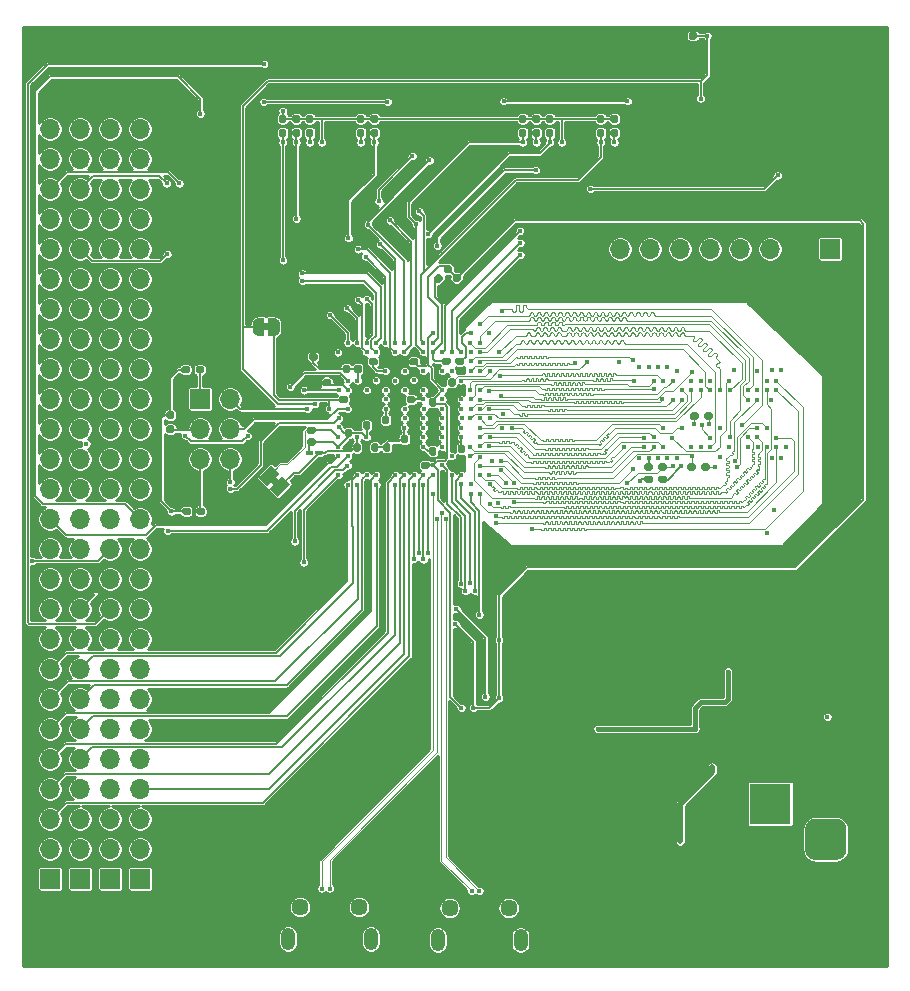
<source format=gbr>
%TF.GenerationSoftware,KiCad,Pcbnew,(5.1.8-0-10_14)*%
%TF.CreationDate,2020-12-08T12:39:33+00:00*%
%TF.ProjectId,STM32MP1_TestBoard,53544d33-324d-4503-915f-54657374426f,rev?*%
%TF.SameCoordinates,Original*%
%TF.FileFunction,Copper,L4,Bot*%
%TF.FilePolarity,Positive*%
%FSLAX46Y46*%
G04 Gerber Fmt 4.6, Leading zero omitted, Abs format (unit mm)*
G04 Created by KiCad (PCBNEW (5.1.8-0-10_14)) date 2020-12-08 12:39:33*
%MOMM*%
%LPD*%
G01*
G04 APERTURE LIST*
%TA.AperFunction,EtchedComponent*%
%ADD10C,0.100000*%
%TD*%
%TA.AperFunction,ComponentPad*%
%ADD11O,1.700000X1.700000*%
%TD*%
%TA.AperFunction,ComponentPad*%
%ADD12R,1.700000X1.700000*%
%TD*%
%TA.AperFunction,ComponentPad*%
%ADD13R,3.500000X3.500000*%
%TD*%
%TA.AperFunction,ComponentPad*%
%ADD14O,1.200000X1.900000*%
%TD*%
%TA.AperFunction,ComponentPad*%
%ADD15C,1.450000*%
%TD*%
%TA.AperFunction,SMDPad,CuDef*%
%ADD16C,0.100000*%
%TD*%
%TA.AperFunction,ViaPad*%
%ADD17C,0.450000*%
%TD*%
%TA.AperFunction,Conductor*%
%ADD18C,0.200000*%
%TD*%
%TA.AperFunction,Conductor*%
%ADD19C,0.090000*%
%TD*%
%TA.AperFunction,Conductor*%
%ADD20C,0.150000*%
%TD*%
%TA.AperFunction,Conductor*%
%ADD21C,0.100000*%
%TD*%
%TA.AperFunction,Conductor*%
%ADD22C,0.400000*%
%TD*%
%TA.AperFunction,Conductor*%
%ADD23C,0.500000*%
%TD*%
%TA.AperFunction,Conductor*%
%ADD24C,0.254000*%
%TD*%
G04 APERTURE END LIST*
D10*
%TO.C,JP4*%
G36*
X148147872Y-108592536D02*
G01*
X148501426Y-108946090D01*
X148925690Y-108521826D01*
X148572136Y-108168272D01*
X148147872Y-108592536D01*
G37*
%TO.C,JP5*%
G36*
X148078000Y-95804000D02*
G01*
X147578000Y-95804000D01*
X147578000Y-95204000D01*
X148078000Y-95204000D01*
X148078000Y-95804000D01*
G37*
%TD*%
D11*
%TO.P,J7,8*%
%TO.N,/GPIO/DSI_D0_N*%
X177800000Y-88900000D03*
%TO.P,J7,7*%
%TO.N,/GPIO/DSI_D0_P*%
X180340000Y-88900000D03*
%TO.P,J7,6*%
%TO.N,/GPIO/DSI_CK_N*%
X182880000Y-88900000D03*
%TO.P,J7,5*%
%TO.N,/GPIO/DSI_CK_P*%
X185420000Y-88900000D03*
%TO.P,J7,4*%
%TO.N,/GPIO/DSI_D1_N*%
X187960000Y-88900000D03*
%TO.P,J7,3*%
%TO.N,/GPIO/DSI_D1_P*%
X190500000Y-88900000D03*
%TO.P,J7,2*%
%TO.N,GNDS*%
X193040000Y-88900000D03*
D12*
%TO.P,J7,1*%
%TO.N,/DebugInterface1/3.3V_VDD*%
X195580000Y-88900000D03*
%TD*%
%TO.P,J9,3*%
%TO.N,N/C*%
%TA.AperFunction,ComponentPad*%
G36*
G01*
X196075000Y-140640000D02*
X194325000Y-140640000D01*
G75*
G02*
X193450000Y-139765000I0J875000D01*
G01*
X193450000Y-138015000D01*
G75*
G02*
X194325000Y-137140000I875000J0D01*
G01*
X196075000Y-137140000D01*
G75*
G02*
X196950000Y-138015000I0J-875000D01*
G01*
X196950000Y-139765000D01*
G75*
G02*
X196075000Y-140640000I-875000J0D01*
G01*
G37*
%TD.AperFunction*%
%TO.P,J9,2*%
%TO.N,GNDS*%
%TA.AperFunction,ComponentPad*%
G36*
G01*
X191500000Y-143390000D02*
X189500000Y-143390000D01*
G75*
G02*
X188750000Y-142640000I0J750000D01*
G01*
X188750000Y-141140000D01*
G75*
G02*
X189500000Y-140390000I750000J0D01*
G01*
X191500000Y-140390000D01*
G75*
G02*
X192250000Y-141140000I0J-750000D01*
G01*
X192250000Y-142640000D01*
G75*
G02*
X191500000Y-143390000I-750000J0D01*
G01*
G37*
%TD.AperFunction*%
D13*
%TO.P,J9,1*%
%TO.N,Net-(D2-Pad2)*%
X190500000Y-135890000D03*
%TD*%
%TO.P,R2,1*%
%TO.N,/PSU/1.35V_VDDCORE*%
%TA.AperFunction,SMDPad,CuDef*%
G36*
G01*
X179842200Y-107513100D02*
X179842200Y-107193100D01*
G75*
G02*
X180002200Y-107033100I160000J0D01*
G01*
X180397200Y-107033100D01*
G75*
G02*
X180557200Y-107193100I0J-160000D01*
G01*
X180557200Y-107513100D01*
G75*
G02*
X180397200Y-107673100I-160000J0D01*
G01*
X180002200Y-107673100D01*
G75*
G02*
X179842200Y-107513100I0J160000D01*
G01*
G37*
%TD.AperFunction*%
%TO.P,R2,2*%
%TO.N,/DDR/DDR_VREF*%
%TA.AperFunction,SMDPad,CuDef*%
G36*
G01*
X181037200Y-107513100D02*
X181037200Y-107193100D01*
G75*
G02*
X181197200Y-107033100I160000J0D01*
G01*
X181592200Y-107033100D01*
G75*
G02*
X181752200Y-107193100I0J-160000D01*
G01*
X181752200Y-107513100D01*
G75*
G02*
X181592200Y-107673100I-160000J0D01*
G01*
X181197200Y-107673100D01*
G75*
G02*
X181037200Y-107513100I0J160000D01*
G01*
G37*
%TD.AperFunction*%
%TD*%
%TO.P,R11,1*%
%TO.N,Net-(R11-Pad1)*%
%TA.AperFunction,SMDPad,CuDef*%
G36*
G01*
X181752200Y-108259900D02*
X181752200Y-108579900D01*
G75*
G02*
X181592200Y-108739900I-160000J0D01*
G01*
X181197200Y-108739900D01*
G75*
G02*
X181037200Y-108579900I0J160000D01*
G01*
X181037200Y-108259900D01*
G75*
G02*
X181197200Y-108099900I160000J0D01*
G01*
X181592200Y-108099900D01*
G75*
G02*
X181752200Y-108259900I0J-160000D01*
G01*
G37*
%TD.AperFunction*%
%TO.P,R11,2*%
%TO.N,GNDS*%
%TA.AperFunction,SMDPad,CuDef*%
G36*
G01*
X180557200Y-108259900D02*
X180557200Y-108579900D01*
G75*
G02*
X180397200Y-108739900I-160000J0D01*
G01*
X180002200Y-108739900D01*
G75*
G02*
X179842200Y-108579900I0J160000D01*
G01*
X179842200Y-108259900D01*
G75*
G02*
X180002200Y-108099900I160000J0D01*
G01*
X180397200Y-108099900D01*
G75*
G02*
X180557200Y-108259900I0J-160000D01*
G01*
G37*
%TD.AperFunction*%
%TD*%
%TO.P,R14,1*%
%TO.N,/DDR/DDR_CLK_P*%
%TA.AperFunction,SMDPad,CuDef*%
G36*
G01*
X185625700Y-102913200D02*
X185625700Y-103233200D01*
G75*
G02*
X185465700Y-103393200I-160000J0D01*
G01*
X185070700Y-103393200D01*
G75*
G02*
X184910700Y-103233200I0J160000D01*
G01*
X184910700Y-102913200D01*
G75*
G02*
X185070700Y-102753200I160000J0D01*
G01*
X185465700Y-102753200D01*
G75*
G02*
X185625700Y-102913200I0J-160000D01*
G01*
G37*
%TD.AperFunction*%
%TO.P,R14,2*%
%TO.N,/DDR/DDR_CLK_N*%
%TA.AperFunction,SMDPad,CuDef*%
G36*
G01*
X184430700Y-102913200D02*
X184430700Y-103233200D01*
G75*
G02*
X184270700Y-103393200I-160000J0D01*
G01*
X183875700Y-103393200D01*
G75*
G02*
X183715700Y-103233200I0J160000D01*
G01*
X183715700Y-102913200D01*
G75*
G02*
X183875700Y-102753200I160000J0D01*
G01*
X184270700Y-102753200D01*
G75*
G02*
X184430700Y-102913200I0J-160000D01*
G01*
G37*
%TD.AperFunction*%
%TD*%
%TO.P,R6,1*%
%TO.N,/DDR/DDR_CKE*%
%TA.AperFunction,SMDPad,CuDef*%
G36*
G01*
X183474400Y-107525800D02*
X183474400Y-107205800D01*
G75*
G02*
X183634400Y-107045800I160000J0D01*
G01*
X184029400Y-107045800D01*
G75*
G02*
X184189400Y-107205800I0J-160000D01*
G01*
X184189400Y-107525800D01*
G75*
G02*
X184029400Y-107685800I-160000J0D01*
G01*
X183634400Y-107685800D01*
G75*
G02*
X183474400Y-107525800I0J160000D01*
G01*
G37*
%TD.AperFunction*%
%TO.P,R6,2*%
%TO.N,GNDS*%
%TA.AperFunction,SMDPad,CuDef*%
G36*
G01*
X184669400Y-107525800D02*
X184669400Y-107205800D01*
G75*
G02*
X184829400Y-107045800I160000J0D01*
G01*
X185224400Y-107045800D01*
G75*
G02*
X185384400Y-107205800I0J-160000D01*
G01*
X185384400Y-107525800D01*
G75*
G02*
X185224400Y-107685800I-160000J0D01*
G01*
X184829400Y-107685800D01*
G75*
G02*
X184669400Y-107525800I0J160000D01*
G01*
G37*
%TD.AperFunction*%
%TD*%
D14*
%TO.P,J8,6*%
%TO.N,Net-(J8-Pad6)*%
X156687400Y-147338300D03*
X149687400Y-147338300D03*
D15*
X155687400Y-144638300D03*
X150687400Y-144638300D03*
%TD*%
D11*
%TO.P,J5,6*%
%TO.N,Net-(J5-Pad6)*%
X144780000Y-106680000D03*
%TO.P,J5,5*%
%TO.N,Net-(J5-Pad5)*%
X142240000Y-106680000D03*
%TO.P,J5,4*%
%TO.N,Net-(J5-Pad4)*%
X144780000Y-104140000D03*
%TO.P,J5,3*%
%TO.N,Net-(J5-Pad3)*%
X142240000Y-104140000D03*
%TO.P,J5,2*%
%TO.N,Net-(J5-Pad2)*%
X144780000Y-101600000D03*
D12*
%TO.P,J5,1*%
%TO.N,Net-(J5-Pad1)*%
X142240000Y-101600000D03*
%TD*%
D11*
%TO.P,J4,27*%
%TO.N,GNDS*%
X129540000Y-76200000D03*
%TO.P,J4,26*%
%TO.N,/DebugInterface1/3.3V_VDD*%
X129540000Y-78740000D03*
%TO.P,J4,25*%
%TO.N,Net-(J4-Pad25)*%
X129540000Y-81280000D03*
%TO.P,J4,24*%
%TO.N,/GPIO/PC8*%
X129540000Y-83820000D03*
%TO.P,J4,23*%
%TO.N,/GPIO/PC12*%
X129540000Y-86360000D03*
%TO.P,J4,22*%
%TO.N,/GPIO/PB14*%
X129540000Y-88900000D03*
%TO.P,J4,21*%
%TO.N,/GPIO/PA9*%
X129540000Y-91440000D03*
%TO.P,J4,20*%
%TO.N,/GPIO/PD5*%
X129540000Y-93980000D03*
%TO.P,J4,19*%
%TO.N,/GPIO/PE3*%
X129540000Y-96520000D03*
%TO.P,J4,18*%
%TO.N,/GPIO/PD7*%
X129540000Y-99060000D03*
%TO.P,J4,17*%
%TO.N,/GPIO/PG15*%
X129540000Y-101600000D03*
%TO.P,J4,16*%
%TO.N,/GPIO/PE14*%
X129540000Y-104140000D03*
%TO.P,J4,15*%
%TO.N,/GPIO/PG12*%
X129540000Y-106680000D03*
%TO.P,J4,14*%
%TO.N,/GPIO/PD9*%
X129540000Y-109220000D03*
%TO.P,J4,13*%
%TO.N,/GPIO/PA3*%
X129540000Y-111760000D03*
%TO.P,J4,12*%
%TO.N,/GPIO/PA5*%
X129540000Y-114300000D03*
%TO.P,J4,11*%
%TO.N,/GPIO/PE2*%
X129540000Y-116840000D03*
%TO.P,J4,10*%
%TO.N,/GPIO/PG13*%
X129540000Y-119380000D03*
%TO.P,J4,9*%
%TO.N,/GPIO/PB1*%
X129540000Y-121920000D03*
%TO.P,J4,8*%
%TO.N,/GPIO/PA1*%
X129540000Y-124460000D03*
%TO.P,J4,7*%
%TO.N,/GPIO/PF11*%
X129540000Y-127000000D03*
%TO.P,J4,6*%
%TO.N,/GPIO/PC0*%
X129540000Y-129540000D03*
%TO.P,J4,5*%
%TO.N,/GPIO/PB5*%
X129540000Y-132080000D03*
%TO.P,J4,4*%
%TO.N,/GPIO/PB13*%
X129540000Y-134620000D03*
%TO.P,J4,3*%
%TO.N,/GPIO/PE7*%
X129540000Y-137160000D03*
%TO.P,J4,2*%
%TO.N,/GPIO/PE8*%
X129540000Y-139700000D03*
D12*
%TO.P,J4,1*%
%TO.N,/GPIO/PG9*%
X129540000Y-142240000D03*
%TD*%
D11*
%TO.P,J3,27*%
%TO.N,GNDS*%
X132080000Y-76200000D03*
%TO.P,J3,26*%
%TO.N,/DebugInterface1/3.3V_VDD*%
X132080000Y-78740000D03*
%TO.P,J3,25*%
%TO.N,Net-(J3-Pad25)*%
X132080000Y-81280000D03*
%TO.P,J3,24*%
%TO.N,/GPIO/PC10*%
X132080000Y-83820000D03*
%TO.P,J3,23*%
%TO.N,/GPIO/PC6*%
X132080000Y-86360000D03*
%TO.P,J3,22*%
%TO.N,/GPIO/PB9*%
X132080000Y-88900000D03*
%TO.P,J3,21*%
%TO.N,/GPIO/PB3*%
X132080000Y-91440000D03*
%TO.P,J3,20*%
%TO.N,/GPIO/PG6*%
X132080000Y-93980000D03*
%TO.P,J3,19*%
%TO.N,/GPIO/PB7*%
X132080000Y-96520000D03*
%TO.P,J3,18*%
%TO.N,/GPIO/PE0*%
X132080000Y-99060000D03*
%TO.P,J3,17*%
%TO.N,/GPIO/PE1*%
X132080000Y-101600000D03*
%TO.P,J3,16*%
%TO.N,/GPIO/PE12*%
X132080000Y-104140000D03*
%TO.P,J3,15*%
%TO.N,/GPIO/PD8*%
X132080000Y-106680000D03*
%TO.P,J3,14*%
%TO.N,/GPIO/PC14*%
X132080000Y-109220000D03*
%TO.P,J3,13*%
%TO.N,/GPIO/PH0*%
X132080000Y-111760000D03*
%TO.P,J3,12*%
%TO.N,/GPIO/PA14*%
X132080000Y-114300000D03*
%TO.P,J3,11*%
%TO.N,/GPIO/PC2*%
X132080000Y-116840000D03*
%TO.P,J3,10*%
%TO.N,/GPIO/PB11*%
X132080000Y-119380000D03*
%TO.P,J3,9*%
%TO.N,/GPIO/PB0*%
X132080000Y-121920000D03*
%TO.P,J3,8*%
%TO.N,/GPIO/PA6*%
X132080000Y-124460000D03*
%TO.P,J3,7*%
%TO.N,/GPIO/PA7*%
X132080000Y-127000000D03*
%TO.P,J3,6*%
%TO.N,/GPIO/PG8*%
X132080000Y-129540000D03*
%TO.P,J3,5*%
%TO.N,/GPIO/PF10*%
X132080000Y-132080000D03*
%TO.P,J3,4*%
%TO.N,/GPIO/PF6*%
X132080000Y-134620000D03*
%TO.P,J3,3*%
%TO.N,/GPIO/PE10*%
X132080000Y-137160000D03*
%TO.P,J3,2*%
%TO.N,/GPIO/PD13*%
X132080000Y-139700000D03*
D12*
%TO.P,J3,1*%
%TO.N,/GPIO/PA10*%
X132080000Y-142240000D03*
%TD*%
D11*
%TO.P,J2,27*%
%TO.N,GNDS*%
X134620000Y-76200000D03*
%TO.P,J2,26*%
%TO.N,/DebugInterface1/3.3V_VDD*%
X134620000Y-78740000D03*
%TO.P,J2,25*%
%TO.N,/GPIO/PC11*%
X134620000Y-81280000D03*
%TO.P,J2,24*%
%TO.N,/GPIO/PC9*%
X134620000Y-83820000D03*
%TO.P,J2,23*%
%TO.N,/GPIO/PC7*%
X134620000Y-86360000D03*
%TO.P,J2,22*%
%TO.N,/GPIO/PB15*%
X134620000Y-88900000D03*
%TO.P,J2,21*%
%TO.N,/GPIO/PE5*%
X134620000Y-91440000D03*
%TO.P,J2,20*%
%TO.N,/GPIO/PD3*%
X134620000Y-93980000D03*
%TO.P,J2,19*%
%TO.N,/GPIO/PD10*%
X134620000Y-96520000D03*
%TO.P,J2,18*%
%TO.N,/GPIO/PD0*%
X134620000Y-99060000D03*
%TO.P,J2,17*%
%TO.N,/GPIO/PE13*%
X134620000Y-101600000D03*
%TO.P,J2,16*%
%TO.N,/GPIO/PE15*%
X134620000Y-104140000D03*
%TO.P,J2,15*%
%TO.N,/GPIO/PD14*%
X134620000Y-106680000D03*
%TO.P,J2,14*%
%TO.N,/GPIO/PC15*%
X134620000Y-109220000D03*
%TO.P,J2,13*%
%TO.N,/GPIO/PH1*%
X134620000Y-111760000D03*
%TO.P,J2,12*%
%TO.N,/GPIO/PA0*%
X134620000Y-114300000D03*
%TO.P,J2,11*%
%TO.N,/GPIO/PC3*%
X134620000Y-116840000D03*
%TO.P,J2,10*%
%TO.N,/GPIO/PC1*%
X134620000Y-119380000D03*
%TO.P,J2,9*%
%TO.N,/GPIO/PC5*%
X134620000Y-121920000D03*
%TO.P,J2,8*%
%TO.N,/GPIO/PB12*%
X134620000Y-124460000D03*
%TO.P,J2,7*%
%TO.N,/GPIO/PG11*%
X134620000Y-127000000D03*
%TO.P,J2,6*%
%TO.N,/GPIO/PG10*%
X134620000Y-129540000D03*
%TO.P,J2,5*%
%TO.N,/GPIO/PD11*%
X134620000Y-132080000D03*
%TO.P,J2,4*%
%TO.N,/GPIO/PF9*%
X134620000Y-134620000D03*
%TO.P,J2,3*%
%TO.N,/GPIO/PG7*%
X134620000Y-137160000D03*
%TO.P,J2,2*%
%TO.N,/GPIO/PB6*%
X134620000Y-139700000D03*
D12*
%TO.P,J2,1*%
%TO.N,/GPIO/PA12*%
X134620000Y-142240000D03*
%TD*%
D11*
%TO.P,J1,27*%
%TO.N,GNDS*%
X137160000Y-76200000D03*
%TO.P,J1,26*%
%TO.N,/DebugInterface1/3.3V_VDD*%
X137160000Y-78740000D03*
%TO.P,J1,25*%
%TO.N,/GPIO/PE4*%
X137160000Y-81280000D03*
%TO.P,J1,24*%
%TO.N,/GPIO/PD2*%
X137160000Y-83820000D03*
%TO.P,J1,23*%
%TO.N,/GPIO/PB4*%
X137160000Y-86360000D03*
%TO.P,J1,22*%
%TO.N,/GPIO/PA8*%
X137160000Y-88900000D03*
%TO.P,J1,21*%
%TO.N,/GPIO/PA15*%
X137160000Y-91440000D03*
%TO.P,J1,20*%
%TO.N,/GPIO/PD4*%
X137160000Y-93980000D03*
%TO.P,J1,19*%
%TO.N,/GPIO/PD1*%
X137160000Y-96520000D03*
%TO.P,J1,18*%
%TO.N,/GPIO/PE6*%
X137160000Y-99060000D03*
%TO.P,J1,17*%
%TO.N,/GPIO/PE11*%
X137160000Y-101600000D03*
%TO.P,J1,16*%
%TO.N,/GPIO/PD6*%
X137160000Y-104140000D03*
%TO.P,J1,15*%
%TO.N,/GPIO/PD15*%
X137160000Y-106680000D03*
%TO.P,J1,14*%
%TO.N,/GPIO/PC13*%
X137160000Y-109220000D03*
%TO.P,J1,13*%
%TO.N,/GPIO/BOOT_STATUS*%
X137160000Y-111760000D03*
%TO.P,J1,12*%
%TO.N,/GPIO/PA4*%
X137160000Y-114300000D03*
%TO.P,J1,11*%
%TO.N,/GPIO/PG14*%
X137160000Y-116840000D03*
%TO.P,J1,10*%
%TO.N,/GPIO/PA2*%
X137160000Y-119380000D03*
%TO.P,J1,9*%
%TO.N,/GPIO/PC4*%
X137160000Y-121920000D03*
%TO.P,J1,8*%
%TO.N,/GPIO/PB10*%
X137160000Y-124460000D03*
%TO.P,J1,7*%
%TO.N,/GPIO/PB8*%
X137160000Y-127000000D03*
%TO.P,J1,6*%
%TO.N,/GPIO/PE9*%
X137160000Y-129540000D03*
%TO.P,J1,5*%
%TO.N,/GPIO/PF7*%
X137160000Y-132080000D03*
%TO.P,J1,4*%
%TO.N,/GPIO/PF8*%
X137160000Y-134620000D03*
%TO.P,J1,3*%
%TO.N,/GPIO/PD12*%
X137160000Y-137160000D03*
%TO.P,J1,2*%
%TO.N,/GPIO/PB2*%
X137160000Y-139700000D03*
D12*
%TO.P,J1,1*%
%TO.N,/GPIO/PA11*%
X137160000Y-142240000D03*
%TD*%
%TO.P,C69,1*%
%TO.N,Net-(C69-Pad1)*%
%TA.AperFunction,SMDPad,CuDef*%
G36*
G01*
X162704500Y-98580000D02*
X162704500Y-98270000D01*
G75*
G02*
X162859500Y-98115000I155000J0D01*
G01*
X163284500Y-98115000D01*
G75*
G02*
X163439500Y-98270000I0J-155000D01*
G01*
X163439500Y-98580000D01*
G75*
G02*
X163284500Y-98735000I-155000J0D01*
G01*
X162859500Y-98735000D01*
G75*
G02*
X162704500Y-98580000I0J155000D01*
G01*
G37*
%TD.AperFunction*%
%TO.P,C69,2*%
%TO.N,Net-(C69-Pad2)*%
%TA.AperFunction,SMDPad,CuDef*%
G36*
G01*
X163839500Y-98580000D02*
X163839500Y-98270000D01*
G75*
G02*
X163994500Y-98115000I155000J0D01*
G01*
X164419500Y-98115000D01*
G75*
G02*
X164574500Y-98270000I0J-155000D01*
G01*
X164574500Y-98580000D01*
G75*
G02*
X164419500Y-98735000I-155000J0D01*
G01*
X163994500Y-98735000D01*
G75*
G02*
X163839500Y-98580000I0J155000D01*
G01*
G37*
%TD.AperFunction*%
%TD*%
%TO.P,C70,1*%
%TO.N,/PSU/1V8_DETECT*%
%TA.AperFunction,SMDPad,CuDef*%
G36*
G01*
X163365544Y-90224753D02*
X163584747Y-90443956D01*
G75*
G02*
X163584747Y-90663160I-109602J-109602D01*
G01*
X163284226Y-90963681D01*
G75*
G02*
X163065022Y-90963681I-109602J109602D01*
G01*
X162845819Y-90744478D01*
G75*
G02*
X162845819Y-90525274I109602J109602D01*
G01*
X163146340Y-90224753D01*
G75*
G02*
X163365544Y-90224753I109602J-109602D01*
G01*
G37*
%TD.AperFunction*%
%TO.P,C70,2*%
%TO.N,Net-(C69-Pad1)*%
%TA.AperFunction,SMDPad,CuDef*%
G36*
G01*
X162562978Y-91027319D02*
X162782181Y-91246522D01*
G75*
G02*
X162782181Y-91465726I-109602J-109602D01*
G01*
X162481660Y-91766247D01*
G75*
G02*
X162262456Y-91766247I-109602J109602D01*
G01*
X162043253Y-91547044D01*
G75*
G02*
X162043253Y-91327840I109602J109602D01*
G01*
X162343774Y-91027319D01*
G75*
G02*
X162562978Y-91027319I109602J-109602D01*
G01*
G37*
%TD.AperFunction*%
%TD*%
%TO.P,L3,1*%
%TO.N,/DebugInterface1/3.3V_VDD*%
%TA.AperFunction,SMDPad,CuDef*%
G36*
G01*
X151165900Y-106272000D02*
X151165900Y-106072000D01*
G75*
G02*
X151265900Y-105972000I100000J0D01*
G01*
X151700900Y-105972000D01*
G75*
G02*
X151800900Y-106072000I0J-100000D01*
G01*
X151800900Y-106272000D01*
G75*
G02*
X151700900Y-106372000I-100000J0D01*
G01*
X151265900Y-106372000D01*
G75*
G02*
X151165900Y-106272000I0J100000D01*
G01*
G37*
%TD.AperFunction*%
%TO.P,L3,2*%
%TO.N,Net-(C12-Pad2)*%
%TA.AperFunction,SMDPad,CuDef*%
G36*
G01*
X151980900Y-106272000D02*
X151980900Y-106072000D01*
G75*
G02*
X152080900Y-105972000I100000J0D01*
G01*
X152515900Y-105972000D01*
G75*
G02*
X152615900Y-106072000I0J-100000D01*
G01*
X152615900Y-106272000D01*
G75*
G02*
X152515900Y-106372000I-100000J0D01*
G01*
X152080900Y-106372000D01*
G75*
G02*
X151980900Y-106272000I0J100000D01*
G01*
G37*
%TD.AperFunction*%
%TD*%
%TA.AperFunction,SMDPad,CuDef*%
D16*
%TO.P,JP4,1*%
%TO.N,Net-(C14-Pad2)*%
G36*
X147193279Y-108274339D02*
G01*
X148253939Y-107213679D01*
X148961045Y-107920785D01*
X147900385Y-108981445D01*
X147193279Y-108274339D01*
G37*
%TD.AperFunction*%
%TA.AperFunction,SMDPad,CuDef*%
%TO.P,JP4,2*%
%TO.N,Net-(C12-Pad2)*%
G36*
X148112517Y-109193577D02*
G01*
X149173177Y-108132917D01*
X149880283Y-108840023D01*
X148819623Y-109900683D01*
X148112517Y-109193577D01*
G37*
%TD.AperFunction*%
%TD*%
%TO.P,C33,1*%
%TO.N,/DebugInterface1/3.3V_VDD*%
%TA.AperFunction,SMDPad,CuDef*%
G36*
G01*
X156492000Y-104211400D02*
X156182000Y-104211400D01*
G75*
G02*
X156027000Y-104056400I0J155000D01*
G01*
X156027000Y-103631400D01*
G75*
G02*
X156182000Y-103476400I155000J0D01*
G01*
X156492000Y-103476400D01*
G75*
G02*
X156647000Y-103631400I0J-155000D01*
G01*
X156647000Y-104056400D01*
G75*
G02*
X156492000Y-104211400I-155000J0D01*
G01*
G37*
%TD.AperFunction*%
%TO.P,C33,2*%
%TO.N,GNDS*%
%TA.AperFunction,SMDPad,CuDef*%
G36*
G01*
X156492000Y-103076400D02*
X156182000Y-103076400D01*
G75*
G02*
X156027000Y-102921400I0J155000D01*
G01*
X156027000Y-102496400D01*
G75*
G02*
X156182000Y-102341400I155000J0D01*
G01*
X156492000Y-102341400D01*
G75*
G02*
X156647000Y-102496400I0J-155000D01*
G01*
X156647000Y-102921400D01*
G75*
G02*
X156492000Y-103076400I-155000J0D01*
G01*
G37*
%TD.AperFunction*%
%TD*%
%TO.P,C32,1*%
%TO.N,/PSU/1.35V_VDDCORE*%
%TA.AperFunction,SMDPad,CuDef*%
G36*
G01*
X159382400Y-104627400D02*
X159692400Y-104627400D01*
G75*
G02*
X159847400Y-104782400I0J-155000D01*
G01*
X159847400Y-105207400D01*
G75*
G02*
X159692400Y-105362400I-155000J0D01*
G01*
X159382400Y-105362400D01*
G75*
G02*
X159227400Y-105207400I0J155000D01*
G01*
X159227400Y-104782400D01*
G75*
G02*
X159382400Y-104627400I155000J0D01*
G01*
G37*
%TD.AperFunction*%
%TO.P,C32,2*%
%TO.N,GNDS*%
%TA.AperFunction,SMDPad,CuDef*%
G36*
G01*
X159382400Y-105762400D02*
X159692400Y-105762400D01*
G75*
G02*
X159847400Y-105917400I0J-155000D01*
G01*
X159847400Y-106342400D01*
G75*
G02*
X159692400Y-106497400I-155000J0D01*
G01*
X159382400Y-106497400D01*
G75*
G02*
X159227400Y-106342400I0J155000D01*
G01*
X159227400Y-105917400D01*
G75*
G02*
X159382400Y-105762400I155000J0D01*
G01*
G37*
%TD.AperFunction*%
%TD*%
%TO.P,C31,1*%
%TO.N,/DebugInterface1/3.3V_VDD*%
%TA.AperFunction,SMDPad,CuDef*%
G36*
G01*
X152014200Y-105102600D02*
X152014200Y-105412600D01*
G75*
G02*
X151859200Y-105567600I-155000J0D01*
G01*
X151434200Y-105567600D01*
G75*
G02*
X151279200Y-105412600I0J155000D01*
G01*
X151279200Y-105102600D01*
G75*
G02*
X151434200Y-104947600I155000J0D01*
G01*
X151859200Y-104947600D01*
G75*
G02*
X152014200Y-105102600I0J-155000D01*
G01*
G37*
%TD.AperFunction*%
%TO.P,C31,2*%
%TO.N,GNDS*%
%TA.AperFunction,SMDPad,CuDef*%
G36*
G01*
X150879200Y-105102600D02*
X150879200Y-105412600D01*
G75*
G02*
X150724200Y-105567600I-155000J0D01*
G01*
X150299200Y-105567600D01*
G75*
G02*
X150144200Y-105412600I0J155000D01*
G01*
X150144200Y-105102600D01*
G75*
G02*
X150299200Y-104947600I155000J0D01*
G01*
X150724200Y-104947600D01*
G75*
G02*
X150879200Y-105102600I0J-155000D01*
G01*
G37*
%TD.AperFunction*%
%TD*%
%TO.P,C34,1*%
%TO.N,/PSU/1.35V_VDDCORE*%
%TA.AperFunction,SMDPad,CuDef*%
G36*
G01*
X155755400Y-99436200D02*
X155445400Y-99436200D01*
G75*
G02*
X155290400Y-99281200I0J155000D01*
G01*
X155290400Y-98856200D01*
G75*
G02*
X155445400Y-98701200I155000J0D01*
G01*
X155755400Y-98701200D01*
G75*
G02*
X155910400Y-98856200I0J-155000D01*
G01*
X155910400Y-99281200D01*
G75*
G02*
X155755400Y-99436200I-155000J0D01*
G01*
G37*
%TD.AperFunction*%
%TO.P,C34,2*%
%TO.N,GNDS*%
%TA.AperFunction,SMDPad,CuDef*%
G36*
G01*
X155755400Y-98301200D02*
X155445400Y-98301200D01*
G75*
G02*
X155290400Y-98146200I0J155000D01*
G01*
X155290400Y-97721200D01*
G75*
G02*
X155445400Y-97566200I155000J0D01*
G01*
X155755400Y-97566200D01*
G75*
G02*
X155910400Y-97721200I0J-155000D01*
G01*
X155910400Y-98146200D01*
G75*
G02*
X155755400Y-98301200I-155000J0D01*
G01*
G37*
%TD.AperFunction*%
%TD*%
%TO.P,C12,1*%
%TO.N,GNDS*%
%TA.AperFunction,SMDPad,CuDef*%
G36*
G01*
X155679200Y-107234000D02*
X155369200Y-107234000D01*
G75*
G02*
X155214200Y-107079000I0J155000D01*
G01*
X155214200Y-106654000D01*
G75*
G02*
X155369200Y-106499000I155000J0D01*
G01*
X155679200Y-106499000D01*
G75*
G02*
X155834200Y-106654000I0J-155000D01*
G01*
X155834200Y-107079000D01*
G75*
G02*
X155679200Y-107234000I-155000J0D01*
G01*
G37*
%TD.AperFunction*%
%TO.P,C12,2*%
%TO.N,Net-(C12-Pad2)*%
%TA.AperFunction,SMDPad,CuDef*%
G36*
G01*
X155679200Y-106099000D02*
X155369200Y-106099000D01*
G75*
G02*
X155214200Y-105944000I0J155000D01*
G01*
X155214200Y-105519000D01*
G75*
G02*
X155369200Y-105364000I155000J0D01*
G01*
X155679200Y-105364000D01*
G75*
G02*
X155834200Y-105519000I0J-155000D01*
G01*
X155834200Y-105944000D01*
G75*
G02*
X155679200Y-106099000I-155000J0D01*
G01*
G37*
%TD.AperFunction*%
%TD*%
%TO.P,C7,1*%
%TO.N,/PSU/1V8_DETECT*%
%TA.AperFunction,SMDPad,CuDef*%
G36*
G01*
X164127544Y-90986753D02*
X164346747Y-91205956D01*
G75*
G02*
X164346747Y-91425160I-109602J-109602D01*
G01*
X164046226Y-91725681D01*
G75*
G02*
X163827022Y-91725681I-109602J109602D01*
G01*
X163607819Y-91506478D01*
G75*
G02*
X163607819Y-91287274I109602J109602D01*
G01*
X163908340Y-90986753D01*
G75*
G02*
X164127544Y-90986753I109602J-109602D01*
G01*
G37*
%TD.AperFunction*%
%TO.P,C7,2*%
%TO.N,GNDS*%
%TA.AperFunction,SMDPad,CuDef*%
G36*
G01*
X163324978Y-91789319D02*
X163544181Y-92008522D01*
G75*
G02*
X163544181Y-92227726I-109602J-109602D01*
G01*
X163243660Y-92528247D01*
G75*
G02*
X163024456Y-92528247I-109602J109602D01*
G01*
X162805253Y-92309044D01*
G75*
G02*
X162805253Y-92089840I109602J109602D01*
G01*
X163105774Y-91789319D01*
G75*
G02*
X163324978Y-91789319I109602J-109602D01*
G01*
G37*
%TD.AperFunction*%
%TD*%
%TO.P,C35,1*%
%TO.N,/PSU/1.35V_VDDCORE*%
%TA.AperFunction,SMDPad,CuDef*%
G36*
G01*
X153309600Y-100073400D02*
X153309600Y-100383400D01*
G75*
G02*
X153154600Y-100538400I-155000J0D01*
G01*
X152729600Y-100538400D01*
G75*
G02*
X152574600Y-100383400I0J155000D01*
G01*
X152574600Y-100073400D01*
G75*
G02*
X152729600Y-99918400I155000J0D01*
G01*
X153154600Y-99918400D01*
G75*
G02*
X153309600Y-100073400I0J-155000D01*
G01*
G37*
%TD.AperFunction*%
%TO.P,C35,2*%
%TO.N,GNDS*%
%TA.AperFunction,SMDPad,CuDef*%
G36*
G01*
X152174600Y-100073400D02*
X152174600Y-100383400D01*
G75*
G02*
X152019600Y-100538400I-155000J0D01*
G01*
X151594600Y-100538400D01*
G75*
G02*
X151439600Y-100383400I0J155000D01*
G01*
X151439600Y-100073400D01*
G75*
G02*
X151594600Y-99918400I155000J0D01*
G01*
X152019600Y-99918400D01*
G75*
G02*
X152174600Y-100073400I0J-155000D01*
G01*
G37*
%TD.AperFunction*%
%TD*%
%TO.P,C30,1*%
%TO.N,/PSU/1.35V_VDDCORE*%
%TA.AperFunction,SMDPad,CuDef*%
G36*
G01*
X162080000Y-106395800D02*
X161770000Y-106395800D01*
G75*
G02*
X161615000Y-106240800I0J155000D01*
G01*
X161615000Y-105815800D01*
G75*
G02*
X161770000Y-105660800I155000J0D01*
G01*
X162080000Y-105660800D01*
G75*
G02*
X162235000Y-105815800I0J-155000D01*
G01*
X162235000Y-106240800D01*
G75*
G02*
X162080000Y-106395800I-155000J0D01*
G01*
G37*
%TD.AperFunction*%
%TO.P,C30,2*%
%TO.N,GNDS*%
%TA.AperFunction,SMDPad,CuDef*%
G36*
G01*
X162080000Y-105260800D02*
X161770000Y-105260800D01*
G75*
G02*
X161615000Y-105105800I0J155000D01*
G01*
X161615000Y-104680800D01*
G75*
G02*
X161770000Y-104525800I155000J0D01*
G01*
X162080000Y-104525800D01*
G75*
G02*
X162235000Y-104680800I0J-155000D01*
G01*
X162235000Y-105105800D01*
G75*
G02*
X162080000Y-105260800I-155000J0D01*
G01*
G37*
%TD.AperFunction*%
%TD*%
%TO.P,C29,1*%
%TO.N,/PSU/1.35V_VDDCORE*%
%TA.AperFunction,SMDPad,CuDef*%
G36*
G01*
X157782200Y-103027200D02*
X158092200Y-103027200D01*
G75*
G02*
X158247200Y-103182200I0J-155000D01*
G01*
X158247200Y-103607200D01*
G75*
G02*
X158092200Y-103762200I-155000J0D01*
G01*
X157782200Y-103762200D01*
G75*
G02*
X157627200Y-103607200I0J155000D01*
G01*
X157627200Y-103182200D01*
G75*
G02*
X157782200Y-103027200I155000J0D01*
G01*
G37*
%TD.AperFunction*%
%TO.P,C29,2*%
%TO.N,GNDS*%
%TA.AperFunction,SMDPad,CuDef*%
G36*
G01*
X157782200Y-104162200D02*
X158092200Y-104162200D01*
G75*
G02*
X158247200Y-104317200I0J-155000D01*
G01*
X158247200Y-104742200D01*
G75*
G02*
X158092200Y-104897200I-155000J0D01*
G01*
X157782200Y-104897200D01*
G75*
G02*
X157627200Y-104742200I0J155000D01*
G01*
X157627200Y-104317200D01*
G75*
G02*
X157782200Y-104162200I155000J0D01*
G01*
G37*
%TD.AperFunction*%
%TD*%
%TO.P,C28,1*%
%TO.N,/DebugInterface1/3.3V_VDD*%
%TA.AperFunction,SMDPad,CuDef*%
G36*
G01*
X154942600Y-104846400D02*
X154632600Y-104846400D01*
G75*
G02*
X154477600Y-104691400I0J155000D01*
G01*
X154477600Y-104266400D01*
G75*
G02*
X154632600Y-104111400I155000J0D01*
G01*
X154942600Y-104111400D01*
G75*
G02*
X155097600Y-104266400I0J-155000D01*
G01*
X155097600Y-104691400D01*
G75*
G02*
X154942600Y-104846400I-155000J0D01*
G01*
G37*
%TD.AperFunction*%
%TO.P,C28,2*%
%TO.N,GNDS*%
%TA.AperFunction,SMDPad,CuDef*%
G36*
G01*
X154942600Y-103711400D02*
X154632600Y-103711400D01*
G75*
G02*
X154477600Y-103556400I0J155000D01*
G01*
X154477600Y-103131400D01*
G75*
G02*
X154632600Y-102976400I155000J0D01*
G01*
X154942600Y-102976400D01*
G75*
G02*
X155097600Y-103131400I0J-155000D01*
G01*
X155097600Y-103556400D01*
G75*
G02*
X154942600Y-103711400I-155000J0D01*
G01*
G37*
%TD.AperFunction*%
%TD*%
%TO.P,C27,1*%
%TO.N,/PSU/1.35V_VDDCORE*%
%TA.AperFunction,SMDPad,CuDef*%
G36*
G01*
X156867800Y-105338600D02*
X157177800Y-105338600D01*
G75*
G02*
X157332800Y-105493600I0J-155000D01*
G01*
X157332800Y-105918600D01*
G75*
G02*
X157177800Y-106073600I-155000J0D01*
G01*
X156867800Y-106073600D01*
G75*
G02*
X156712800Y-105918600I0J155000D01*
G01*
X156712800Y-105493600D01*
G75*
G02*
X156867800Y-105338600I155000J0D01*
G01*
G37*
%TD.AperFunction*%
%TO.P,C27,2*%
%TO.N,GNDS*%
%TA.AperFunction,SMDPad,CuDef*%
G36*
G01*
X156867800Y-106473600D02*
X157177800Y-106473600D01*
G75*
G02*
X157332800Y-106628600I0J-155000D01*
G01*
X157332800Y-107053600D01*
G75*
G02*
X157177800Y-107208600I-155000J0D01*
G01*
X156867800Y-107208600D01*
G75*
G02*
X156712800Y-107053600I0J155000D01*
G01*
X156712800Y-106628600D01*
G75*
G02*
X156867800Y-106473600I155000J0D01*
G01*
G37*
%TD.AperFunction*%
%TD*%
%TO.P,C26,1*%
%TO.N,/PSU/1.35V_VDDCORE*%
%TA.AperFunction,SMDPad,CuDef*%
G36*
G01*
X156519600Y-98605400D02*
X156519600Y-98295400D01*
G75*
G02*
X156674600Y-98140400I155000J0D01*
G01*
X157099600Y-98140400D01*
G75*
G02*
X157254600Y-98295400I0J-155000D01*
G01*
X157254600Y-98605400D01*
G75*
G02*
X157099600Y-98760400I-155000J0D01*
G01*
X156674600Y-98760400D01*
G75*
G02*
X156519600Y-98605400I0J155000D01*
G01*
G37*
%TD.AperFunction*%
%TO.P,C26,2*%
%TO.N,GNDS*%
%TA.AperFunction,SMDPad,CuDef*%
G36*
G01*
X157654600Y-98605400D02*
X157654600Y-98295400D01*
G75*
G02*
X157809600Y-98140400I155000J0D01*
G01*
X158234600Y-98140400D01*
G75*
G02*
X158389600Y-98295400I0J-155000D01*
G01*
X158389600Y-98605400D01*
G75*
G02*
X158234600Y-98760400I-155000J0D01*
G01*
X157809600Y-98760400D01*
G75*
G02*
X157654600Y-98605400I0J155000D01*
G01*
G37*
%TD.AperFunction*%
%TD*%
%TO.P,C25,1*%
%TO.N,/DebugInterface1/3.3V_VDD*%
%TA.AperFunction,SMDPad,CuDef*%
G36*
G01*
X161770000Y-101528600D02*
X162080000Y-101528600D01*
G75*
G02*
X162235000Y-101683600I0J-155000D01*
G01*
X162235000Y-102108600D01*
G75*
G02*
X162080000Y-102263600I-155000J0D01*
G01*
X161770000Y-102263600D01*
G75*
G02*
X161615000Y-102108600I0J155000D01*
G01*
X161615000Y-101683600D01*
G75*
G02*
X161770000Y-101528600I155000J0D01*
G01*
G37*
%TD.AperFunction*%
%TO.P,C25,2*%
%TO.N,GNDS*%
%TA.AperFunction,SMDPad,CuDef*%
G36*
G01*
X161770000Y-102663600D02*
X162080000Y-102663600D01*
G75*
G02*
X162235000Y-102818600I0J-155000D01*
G01*
X162235000Y-103243600D01*
G75*
G02*
X162080000Y-103398600I-155000J0D01*
G01*
X161770000Y-103398600D01*
G75*
G02*
X161615000Y-103243600I0J155000D01*
G01*
X161615000Y-102818600D01*
G75*
G02*
X161770000Y-102663600I155000J0D01*
G01*
G37*
%TD.AperFunction*%
%TD*%
%TO.P,C24,1*%
%TO.N,/PSU/1.35V_VDDCORE*%
%TA.AperFunction,SMDPad,CuDef*%
G36*
G01*
X157883800Y-105338600D02*
X158193800Y-105338600D01*
G75*
G02*
X158348800Y-105493600I0J-155000D01*
G01*
X158348800Y-105918600D01*
G75*
G02*
X158193800Y-106073600I-155000J0D01*
G01*
X157883800Y-106073600D01*
G75*
G02*
X157728800Y-105918600I0J155000D01*
G01*
X157728800Y-105493600D01*
G75*
G02*
X157883800Y-105338600I155000J0D01*
G01*
G37*
%TD.AperFunction*%
%TO.P,C24,2*%
%TO.N,GNDS*%
%TA.AperFunction,SMDPad,CuDef*%
G36*
G01*
X157883800Y-106473600D02*
X158193800Y-106473600D01*
G75*
G02*
X158348800Y-106628600I0J-155000D01*
G01*
X158348800Y-107053600D01*
G75*
G02*
X158193800Y-107208600I-155000J0D01*
G01*
X157883800Y-107208600D01*
G75*
G02*
X157728800Y-107053600I0J155000D01*
G01*
X157728800Y-106628600D01*
G75*
G02*
X157883800Y-106473600I155000J0D01*
G01*
G37*
%TD.AperFunction*%
%TD*%
%TO.P,C23,1*%
%TO.N,/PSU/1.35V_VDDCORE*%
%TA.AperFunction,SMDPad,CuDef*%
G36*
G01*
X164183000Y-105465600D02*
X164493000Y-105465600D01*
G75*
G02*
X164648000Y-105620600I0J-155000D01*
G01*
X164648000Y-106045600D01*
G75*
G02*
X164493000Y-106200600I-155000J0D01*
G01*
X164183000Y-106200600D01*
G75*
G02*
X164028000Y-106045600I0J155000D01*
G01*
X164028000Y-105620600D01*
G75*
G02*
X164183000Y-105465600I155000J0D01*
G01*
G37*
%TD.AperFunction*%
%TO.P,C23,2*%
%TO.N,GNDS*%
%TA.AperFunction,SMDPad,CuDef*%
G36*
G01*
X164183000Y-106600600D02*
X164493000Y-106600600D01*
G75*
G02*
X164648000Y-106755600I0J-155000D01*
G01*
X164648000Y-107180600D01*
G75*
G02*
X164493000Y-107335600I-155000J0D01*
G01*
X164183000Y-107335600D01*
G75*
G02*
X164028000Y-107180600I0J155000D01*
G01*
X164028000Y-106755600D01*
G75*
G02*
X164183000Y-106600600I155000J0D01*
G01*
G37*
%TD.AperFunction*%
%TD*%
%TO.P,C22,1*%
%TO.N,/DebugInterface1/3.3V_VDD*%
%TA.AperFunction,SMDPad,CuDef*%
G36*
G01*
X160675600Y-98295400D02*
X160675600Y-98605400D01*
G75*
G02*
X160520600Y-98760400I-155000J0D01*
G01*
X160095600Y-98760400D01*
G75*
G02*
X159940600Y-98605400I0J155000D01*
G01*
X159940600Y-98295400D01*
G75*
G02*
X160095600Y-98140400I155000J0D01*
G01*
X160520600Y-98140400D01*
G75*
G02*
X160675600Y-98295400I0J-155000D01*
G01*
G37*
%TD.AperFunction*%
%TO.P,C22,2*%
%TO.N,GNDS*%
%TA.AperFunction,SMDPad,CuDef*%
G36*
G01*
X159540600Y-98295400D02*
X159540600Y-98605400D01*
G75*
G02*
X159385600Y-98760400I-155000J0D01*
G01*
X158960600Y-98760400D01*
G75*
G02*
X158805600Y-98605400I0J155000D01*
G01*
X158805600Y-98295400D01*
G75*
G02*
X158960600Y-98140400I155000J0D01*
G01*
X159385600Y-98140400D01*
G75*
G02*
X159540600Y-98295400I0J-155000D01*
G01*
G37*
%TD.AperFunction*%
%TD*%
%TO.P,C21,1*%
%TO.N,/PSU/1.35V_VDDCORE*%
%TA.AperFunction,SMDPad,CuDef*%
G36*
G01*
X154764800Y-99436200D02*
X154454800Y-99436200D01*
G75*
G02*
X154299800Y-99281200I0J155000D01*
G01*
X154299800Y-98856200D01*
G75*
G02*
X154454800Y-98701200I155000J0D01*
G01*
X154764800Y-98701200D01*
G75*
G02*
X154919800Y-98856200I0J-155000D01*
G01*
X154919800Y-99281200D01*
G75*
G02*
X154764800Y-99436200I-155000J0D01*
G01*
G37*
%TD.AperFunction*%
%TO.P,C21,2*%
%TO.N,GNDS*%
%TA.AperFunction,SMDPad,CuDef*%
G36*
G01*
X154764800Y-98301200D02*
X154454800Y-98301200D01*
G75*
G02*
X154299800Y-98146200I0J155000D01*
G01*
X154299800Y-97721200D01*
G75*
G02*
X154454800Y-97566200I155000J0D01*
G01*
X154764800Y-97566200D01*
G75*
G02*
X154919800Y-97721200I0J-155000D01*
G01*
X154919800Y-98146200D01*
G75*
G02*
X154764800Y-98301200I-155000J0D01*
G01*
G37*
%TD.AperFunction*%
%TD*%
%TO.P,C20,1*%
%TO.N,/PSU/1.35V_VDDCORE*%
%TA.AperFunction,SMDPad,CuDef*%
G36*
G01*
X160472400Y-101495800D02*
X160472400Y-101805800D01*
G75*
G02*
X160317400Y-101960800I-155000J0D01*
G01*
X159892400Y-101960800D01*
G75*
G02*
X159737400Y-101805800I0J155000D01*
G01*
X159737400Y-101495800D01*
G75*
G02*
X159892400Y-101340800I155000J0D01*
G01*
X160317400Y-101340800D01*
G75*
G02*
X160472400Y-101495800I0J-155000D01*
G01*
G37*
%TD.AperFunction*%
%TO.P,C20,2*%
%TO.N,GNDS*%
%TA.AperFunction,SMDPad,CuDef*%
G36*
G01*
X159337400Y-101495800D02*
X159337400Y-101805800D01*
G75*
G02*
X159182400Y-101960800I-155000J0D01*
G01*
X158757400Y-101960800D01*
G75*
G02*
X158602400Y-101805800I0J155000D01*
G01*
X158602400Y-101495800D01*
G75*
G02*
X158757400Y-101340800I155000J0D01*
G01*
X159182400Y-101340800D01*
G75*
G02*
X159337400Y-101495800I0J-155000D01*
G01*
G37*
%TD.AperFunction*%
%TD*%
%TO.P,C19,1*%
%TO.N,/DebugInterface1/3.3V_VDD*%
%TA.AperFunction,SMDPad,CuDef*%
G36*
G01*
X161666200Y-107058400D02*
X161666200Y-107368400D01*
G75*
G02*
X161511200Y-107523400I-155000J0D01*
G01*
X161086200Y-107523400D01*
G75*
G02*
X160931200Y-107368400I0J155000D01*
G01*
X160931200Y-107058400D01*
G75*
G02*
X161086200Y-106903400I155000J0D01*
G01*
X161511200Y-106903400D01*
G75*
G02*
X161666200Y-107058400I0J-155000D01*
G01*
G37*
%TD.AperFunction*%
%TO.P,C19,2*%
%TO.N,GNDS*%
%TA.AperFunction,SMDPad,CuDef*%
G36*
G01*
X160531200Y-107058400D02*
X160531200Y-107368400D01*
G75*
G02*
X160376200Y-107523400I-155000J0D01*
G01*
X159951200Y-107523400D01*
G75*
G02*
X159796200Y-107368400I0J155000D01*
G01*
X159796200Y-107058400D01*
G75*
G02*
X159951200Y-106903400I155000J0D01*
G01*
X160376200Y-106903400D01*
G75*
G02*
X160531200Y-107058400I0J-155000D01*
G01*
G37*
%TD.AperFunction*%
%TD*%
%TO.P,C18,1*%
%TO.N,/PSU/1.35V_VDDCORE*%
%TA.AperFunction,SMDPad,CuDef*%
G36*
G01*
X151439600Y-98199000D02*
X151439600Y-97889000D01*
G75*
G02*
X151594600Y-97734000I155000J0D01*
G01*
X152019600Y-97734000D01*
G75*
G02*
X152174600Y-97889000I0J-155000D01*
G01*
X152174600Y-98199000D01*
G75*
G02*
X152019600Y-98354000I-155000J0D01*
G01*
X151594600Y-98354000D01*
G75*
G02*
X151439600Y-98199000I0J155000D01*
G01*
G37*
%TD.AperFunction*%
%TO.P,C18,2*%
%TO.N,GNDS*%
%TA.AperFunction,SMDPad,CuDef*%
G36*
G01*
X152574600Y-98199000D02*
X152574600Y-97889000D01*
G75*
G02*
X152729600Y-97734000I155000J0D01*
G01*
X153154600Y-97734000D01*
G75*
G02*
X153309600Y-97889000I0J-155000D01*
G01*
X153309600Y-98199000D01*
G75*
G02*
X153154600Y-98354000I-155000J0D01*
G01*
X152729600Y-98354000D01*
G75*
G02*
X152574600Y-98199000I0J155000D01*
G01*
G37*
%TD.AperFunction*%
%TD*%
%TO.P,C14,1*%
%TO.N,GNDS*%
%TA.AperFunction,SMDPad,CuDef*%
G36*
G01*
X150144200Y-104422000D02*
X150144200Y-104112000D01*
G75*
G02*
X150299200Y-103957000I155000J0D01*
G01*
X150724200Y-103957000D01*
G75*
G02*
X150879200Y-104112000I0J-155000D01*
G01*
X150879200Y-104422000D01*
G75*
G02*
X150724200Y-104577000I-155000J0D01*
G01*
X150299200Y-104577000D01*
G75*
G02*
X150144200Y-104422000I0J155000D01*
G01*
G37*
%TD.AperFunction*%
%TO.P,C14,2*%
%TO.N,Net-(C14-Pad2)*%
%TA.AperFunction,SMDPad,CuDef*%
G36*
G01*
X151279200Y-104422000D02*
X151279200Y-104112000D01*
G75*
G02*
X151434200Y-103957000I155000J0D01*
G01*
X151859200Y-103957000D01*
G75*
G02*
X152014200Y-104112000I0J-155000D01*
G01*
X152014200Y-104422000D01*
G75*
G02*
X151859200Y-104577000I-155000J0D01*
G01*
X151434200Y-104577000D01*
G75*
G02*
X151279200Y-104422000I0J155000D01*
G01*
G37*
%TD.AperFunction*%
%TD*%
%TO.P,R47,2*%
%TO.N,/GPIO/PB15*%
%TA.AperFunction,SMDPad,CuDef*%
G36*
G01*
X156812000Y-78726000D02*
X157132000Y-78726000D01*
G75*
G02*
X157292000Y-78886000I0J-160000D01*
G01*
X157292000Y-79281000D01*
G75*
G02*
X157132000Y-79441000I-160000J0D01*
G01*
X156812000Y-79441000D01*
G75*
G02*
X156652000Y-79281000I0J160000D01*
G01*
X156652000Y-78886000D01*
G75*
G02*
X156812000Y-78726000I160000J0D01*
G01*
G37*
%TD.AperFunction*%
%TO.P,R47,1*%
%TO.N,/DebugInterface1/3.3V_VDD*%
%TA.AperFunction,SMDPad,CuDef*%
G36*
G01*
X156812000Y-77531000D02*
X157132000Y-77531000D01*
G75*
G02*
X157292000Y-77691000I0J-160000D01*
G01*
X157292000Y-78086000D01*
G75*
G02*
X157132000Y-78246000I-160000J0D01*
G01*
X156812000Y-78246000D01*
G75*
G02*
X156652000Y-78086000I0J160000D01*
G01*
X156652000Y-77691000D01*
G75*
G02*
X156812000Y-77531000I160000J0D01*
G01*
G37*
%TD.AperFunction*%
%TD*%
%TO.P,R46,2*%
%TO.N,/GPIO/PB13*%
%TA.AperFunction,SMDPad,CuDef*%
G36*
G01*
X155669000Y-78726000D02*
X155989000Y-78726000D01*
G75*
G02*
X156149000Y-78886000I0J-160000D01*
G01*
X156149000Y-79281000D01*
G75*
G02*
X155989000Y-79441000I-160000J0D01*
G01*
X155669000Y-79441000D01*
G75*
G02*
X155509000Y-79281000I0J160000D01*
G01*
X155509000Y-78886000D01*
G75*
G02*
X155669000Y-78726000I160000J0D01*
G01*
G37*
%TD.AperFunction*%
%TO.P,R46,1*%
%TO.N,/DebugInterface1/3.3V_VDD*%
%TA.AperFunction,SMDPad,CuDef*%
G36*
G01*
X155669000Y-77531000D02*
X155989000Y-77531000D01*
G75*
G02*
X156149000Y-77691000I0J-160000D01*
G01*
X156149000Y-78086000D01*
G75*
G02*
X155989000Y-78246000I-160000J0D01*
G01*
X155669000Y-78246000D01*
G75*
G02*
X155509000Y-78086000I0J160000D01*
G01*
X155509000Y-77691000D01*
G75*
G02*
X155669000Y-77531000I160000J0D01*
G01*
G37*
%TD.AperFunction*%
%TD*%
%TO.P,R45,2*%
%TO.N,/GPIO/PA0*%
%TA.AperFunction,SMDPad,CuDef*%
G36*
G01*
X151351000Y-78726000D02*
X151671000Y-78726000D01*
G75*
G02*
X151831000Y-78886000I0J-160000D01*
G01*
X151831000Y-79281000D01*
G75*
G02*
X151671000Y-79441000I-160000J0D01*
G01*
X151351000Y-79441000D01*
G75*
G02*
X151191000Y-79281000I0J160000D01*
G01*
X151191000Y-78886000D01*
G75*
G02*
X151351000Y-78726000I160000J0D01*
G01*
G37*
%TD.AperFunction*%
%TO.P,R45,1*%
%TO.N,/DebugInterface1/3.3V_VDD*%
%TA.AperFunction,SMDPad,CuDef*%
G36*
G01*
X151351000Y-77531000D02*
X151671000Y-77531000D01*
G75*
G02*
X151831000Y-77691000I0J-160000D01*
G01*
X151831000Y-78086000D01*
G75*
G02*
X151671000Y-78246000I-160000J0D01*
G01*
X151351000Y-78246000D01*
G75*
G02*
X151191000Y-78086000I0J160000D01*
G01*
X151191000Y-77691000D01*
G75*
G02*
X151351000Y-77531000I160000J0D01*
G01*
G37*
%TD.AperFunction*%
%TD*%
%TO.P,R44,2*%
%TO.N,/GPIO/PB4*%
%TA.AperFunction,SMDPad,CuDef*%
G36*
G01*
X150208000Y-78726000D02*
X150528000Y-78726000D01*
G75*
G02*
X150688000Y-78886000I0J-160000D01*
G01*
X150688000Y-79281000D01*
G75*
G02*
X150528000Y-79441000I-160000J0D01*
G01*
X150208000Y-79441000D01*
G75*
G02*
X150048000Y-79281000I0J160000D01*
G01*
X150048000Y-78886000D01*
G75*
G02*
X150208000Y-78726000I160000J0D01*
G01*
G37*
%TD.AperFunction*%
%TO.P,R44,1*%
%TO.N,/DebugInterface1/3.3V_VDD*%
%TA.AperFunction,SMDPad,CuDef*%
G36*
G01*
X150208000Y-77531000D02*
X150528000Y-77531000D01*
G75*
G02*
X150688000Y-77691000I0J-160000D01*
G01*
X150688000Y-78086000D01*
G75*
G02*
X150528000Y-78246000I-160000J0D01*
G01*
X150208000Y-78246000D01*
G75*
G02*
X150048000Y-78086000I0J160000D01*
G01*
X150048000Y-77691000D01*
G75*
G02*
X150208000Y-77531000I160000J0D01*
G01*
G37*
%TD.AperFunction*%
%TD*%
%TO.P,R43,2*%
%TO.N,/GPIO/PB3*%
%TA.AperFunction,SMDPad,CuDef*%
G36*
G01*
X149065000Y-78726000D02*
X149385000Y-78726000D01*
G75*
G02*
X149545000Y-78886000I0J-160000D01*
G01*
X149545000Y-79281000D01*
G75*
G02*
X149385000Y-79441000I-160000J0D01*
G01*
X149065000Y-79441000D01*
G75*
G02*
X148905000Y-79281000I0J160000D01*
G01*
X148905000Y-78886000D01*
G75*
G02*
X149065000Y-78726000I160000J0D01*
G01*
G37*
%TD.AperFunction*%
%TO.P,R43,1*%
%TO.N,/DebugInterface1/3.3V_VDD*%
%TA.AperFunction,SMDPad,CuDef*%
G36*
G01*
X149065000Y-77531000D02*
X149385000Y-77531000D01*
G75*
G02*
X149545000Y-77691000I0J-160000D01*
G01*
X149545000Y-78086000D01*
G75*
G02*
X149385000Y-78246000I-160000J0D01*
G01*
X149065000Y-78246000D01*
G75*
G02*
X148905000Y-78086000I0J160000D01*
G01*
X148905000Y-77691000D01*
G75*
G02*
X149065000Y-77531000I160000J0D01*
G01*
G37*
%TD.AperFunction*%
%TD*%
%TO.P,R42,2*%
%TO.N,/GPIO/PC9*%
%TA.AperFunction,SMDPad,CuDef*%
G36*
G01*
X177132000Y-78726000D02*
X177452000Y-78726000D01*
G75*
G02*
X177612000Y-78886000I0J-160000D01*
G01*
X177612000Y-79281000D01*
G75*
G02*
X177452000Y-79441000I-160000J0D01*
G01*
X177132000Y-79441000D01*
G75*
G02*
X176972000Y-79281000I0J160000D01*
G01*
X176972000Y-78886000D01*
G75*
G02*
X177132000Y-78726000I160000J0D01*
G01*
G37*
%TD.AperFunction*%
%TO.P,R42,1*%
%TO.N,/DebugInterface1/3.3V_VDD*%
%TA.AperFunction,SMDPad,CuDef*%
G36*
G01*
X177132000Y-77531000D02*
X177452000Y-77531000D01*
G75*
G02*
X177612000Y-77691000I0J-160000D01*
G01*
X177612000Y-78086000D01*
G75*
G02*
X177452000Y-78246000I-160000J0D01*
G01*
X177132000Y-78246000D01*
G75*
G02*
X176972000Y-78086000I0J160000D01*
G01*
X176972000Y-77691000D01*
G75*
G02*
X177132000Y-77531000I160000J0D01*
G01*
G37*
%TD.AperFunction*%
%TD*%
%TO.P,R41,2*%
%TO.N,/GPIO/PC8*%
%TA.AperFunction,SMDPad,CuDef*%
G36*
G01*
X175989000Y-78726000D02*
X176309000Y-78726000D01*
G75*
G02*
X176469000Y-78886000I0J-160000D01*
G01*
X176469000Y-79281000D01*
G75*
G02*
X176309000Y-79441000I-160000J0D01*
G01*
X175989000Y-79441000D01*
G75*
G02*
X175829000Y-79281000I0J160000D01*
G01*
X175829000Y-78886000D01*
G75*
G02*
X175989000Y-78726000I160000J0D01*
G01*
G37*
%TD.AperFunction*%
%TO.P,R41,1*%
%TO.N,/DebugInterface1/3.3V_VDD*%
%TA.AperFunction,SMDPad,CuDef*%
G36*
G01*
X175989000Y-77531000D02*
X176309000Y-77531000D01*
G75*
G02*
X176469000Y-77691000I0J-160000D01*
G01*
X176469000Y-78086000D01*
G75*
G02*
X176309000Y-78246000I-160000J0D01*
G01*
X175989000Y-78246000D01*
G75*
G02*
X175829000Y-78086000I0J160000D01*
G01*
X175829000Y-77691000D01*
G75*
G02*
X175989000Y-77531000I160000J0D01*
G01*
G37*
%TD.AperFunction*%
%TD*%
%TO.P,R40,2*%
%TO.N,/GPIO/PD2*%
%TA.AperFunction,SMDPad,CuDef*%
G36*
G01*
X171671000Y-78726000D02*
X171991000Y-78726000D01*
G75*
G02*
X172151000Y-78886000I0J-160000D01*
G01*
X172151000Y-79281000D01*
G75*
G02*
X171991000Y-79441000I-160000J0D01*
G01*
X171671000Y-79441000D01*
G75*
G02*
X171511000Y-79281000I0J160000D01*
G01*
X171511000Y-78886000D01*
G75*
G02*
X171671000Y-78726000I160000J0D01*
G01*
G37*
%TD.AperFunction*%
%TO.P,R40,1*%
%TO.N,/DebugInterface1/3.3V_VDD*%
%TA.AperFunction,SMDPad,CuDef*%
G36*
G01*
X171671000Y-77531000D02*
X171991000Y-77531000D01*
G75*
G02*
X172151000Y-77691000I0J-160000D01*
G01*
X172151000Y-78086000D01*
G75*
G02*
X171991000Y-78246000I-160000J0D01*
G01*
X171671000Y-78246000D01*
G75*
G02*
X171511000Y-78086000I0J160000D01*
G01*
X171511000Y-77691000D01*
G75*
G02*
X171671000Y-77531000I160000J0D01*
G01*
G37*
%TD.AperFunction*%
%TD*%
%TO.P,R13,2*%
%TO.N,/GPIO/PC11*%
%TA.AperFunction,SMDPad,CuDef*%
G36*
G01*
X170528000Y-78726000D02*
X170848000Y-78726000D01*
G75*
G02*
X171008000Y-78886000I0J-160000D01*
G01*
X171008000Y-79281000D01*
G75*
G02*
X170848000Y-79441000I-160000J0D01*
G01*
X170528000Y-79441000D01*
G75*
G02*
X170368000Y-79281000I0J160000D01*
G01*
X170368000Y-78886000D01*
G75*
G02*
X170528000Y-78726000I160000J0D01*
G01*
G37*
%TD.AperFunction*%
%TO.P,R13,1*%
%TO.N,/DebugInterface1/3.3V_VDD*%
%TA.AperFunction,SMDPad,CuDef*%
G36*
G01*
X170528000Y-77531000D02*
X170848000Y-77531000D01*
G75*
G02*
X171008000Y-77691000I0J-160000D01*
G01*
X171008000Y-78086000D01*
G75*
G02*
X170848000Y-78246000I-160000J0D01*
G01*
X170528000Y-78246000D01*
G75*
G02*
X170368000Y-78086000I0J160000D01*
G01*
X170368000Y-77691000D01*
G75*
G02*
X170528000Y-77531000I160000J0D01*
G01*
G37*
%TD.AperFunction*%
%TD*%
%TO.P,R12,2*%
%TO.N,/GPIO/PC10*%
%TA.AperFunction,SMDPad,CuDef*%
G36*
G01*
X169385000Y-78726000D02*
X169705000Y-78726000D01*
G75*
G02*
X169865000Y-78886000I0J-160000D01*
G01*
X169865000Y-79281000D01*
G75*
G02*
X169705000Y-79441000I-160000J0D01*
G01*
X169385000Y-79441000D01*
G75*
G02*
X169225000Y-79281000I0J160000D01*
G01*
X169225000Y-78886000D01*
G75*
G02*
X169385000Y-78726000I160000J0D01*
G01*
G37*
%TD.AperFunction*%
%TO.P,R12,1*%
%TO.N,/DebugInterface1/3.3V_VDD*%
%TA.AperFunction,SMDPad,CuDef*%
G36*
G01*
X169385000Y-77531000D02*
X169705000Y-77531000D01*
G75*
G02*
X169865000Y-77691000I0J-160000D01*
G01*
X169865000Y-78086000D01*
G75*
G02*
X169705000Y-78246000I-160000J0D01*
G01*
X169385000Y-78246000D01*
G75*
G02*
X169225000Y-78086000I0J160000D01*
G01*
X169225000Y-77691000D01*
G75*
G02*
X169385000Y-77531000I160000J0D01*
G01*
G37*
%TD.AperFunction*%
%TD*%
%TO.P,R10,2*%
%TO.N,GNDS*%
%TA.AperFunction,SMDPad,CuDef*%
G36*
G01*
X163390600Y-101052600D02*
X163710600Y-101052600D01*
G75*
G02*
X163870600Y-101212600I0J-160000D01*
G01*
X163870600Y-101607600D01*
G75*
G02*
X163710600Y-101767600I-160000J0D01*
G01*
X163390600Y-101767600D01*
G75*
G02*
X163230600Y-101607600I0J160000D01*
G01*
X163230600Y-101212600D01*
G75*
G02*
X163390600Y-101052600I160000J0D01*
G01*
G37*
%TD.AperFunction*%
%TO.P,R10,1*%
%TO.N,Net-(R10-Pad1)*%
%TA.AperFunction,SMDPad,CuDef*%
G36*
G01*
X163390600Y-99857600D02*
X163710600Y-99857600D01*
G75*
G02*
X163870600Y-100017600I0J-160000D01*
G01*
X163870600Y-100412600D01*
G75*
G02*
X163710600Y-100572600I-160000J0D01*
G01*
X163390600Y-100572600D01*
G75*
G02*
X163230600Y-100412600I0J160000D01*
G01*
X163230600Y-100017600D01*
G75*
G02*
X163390600Y-99857600I160000J0D01*
G01*
G37*
%TD.AperFunction*%
%TD*%
%TO.P,R7,2*%
%TO.N,/DebugInterface1/3.3V_VDD*%
%TA.AperFunction,SMDPad,CuDef*%
G36*
G01*
X141441200Y-110965000D02*
X141441200Y-111285000D01*
G75*
G02*
X141281200Y-111445000I-160000J0D01*
G01*
X140886200Y-111445000D01*
G75*
G02*
X140726200Y-111285000I0J160000D01*
G01*
X140726200Y-110965000D01*
G75*
G02*
X140886200Y-110805000I160000J0D01*
G01*
X141281200Y-110805000D01*
G75*
G02*
X141441200Y-110965000I0J-160000D01*
G01*
G37*
%TD.AperFunction*%
%TO.P,R7,1*%
%TO.N,Net-(J5-Pad5)*%
%TA.AperFunction,SMDPad,CuDef*%
G36*
G01*
X142636200Y-110965000D02*
X142636200Y-111285000D01*
G75*
G02*
X142476200Y-111445000I-160000J0D01*
G01*
X142081200Y-111445000D01*
G75*
G02*
X141921200Y-111285000I0J160000D01*
G01*
X141921200Y-110965000D01*
G75*
G02*
X142081200Y-110805000I160000J0D01*
G01*
X142476200Y-110805000D01*
G75*
G02*
X142636200Y-110965000I0J-160000D01*
G01*
G37*
%TD.AperFunction*%
%TD*%
%TO.P,R5,2*%
%TO.N,/DebugInterface1/3.3V_VDD*%
%TA.AperFunction,SMDPad,CuDef*%
G36*
G01*
X139860000Y-103328500D02*
X139540000Y-103328500D01*
G75*
G02*
X139380000Y-103168500I0J160000D01*
G01*
X139380000Y-102773500D01*
G75*
G02*
X139540000Y-102613500I160000J0D01*
G01*
X139860000Y-102613500D01*
G75*
G02*
X140020000Y-102773500I0J-160000D01*
G01*
X140020000Y-103168500D01*
G75*
G02*
X139860000Y-103328500I-160000J0D01*
G01*
G37*
%TD.AperFunction*%
%TO.P,R5,1*%
%TO.N,Net-(J5-Pad3)*%
%TA.AperFunction,SMDPad,CuDef*%
G36*
G01*
X139860000Y-104523500D02*
X139540000Y-104523500D01*
G75*
G02*
X139380000Y-104363500I0J160000D01*
G01*
X139380000Y-103968500D01*
G75*
G02*
X139540000Y-103808500I160000J0D01*
G01*
X139860000Y-103808500D01*
G75*
G02*
X140020000Y-103968500I0J-160000D01*
G01*
X140020000Y-104363500D01*
G75*
G02*
X139860000Y-104523500I-160000J0D01*
G01*
G37*
%TD.AperFunction*%
%TD*%
%TO.P,R1,2*%
%TO.N,/DebugInterface1/3.3V_VDD*%
%TA.AperFunction,SMDPad,CuDef*%
G36*
G01*
X141365000Y-98963500D02*
X141365000Y-99283500D01*
G75*
G02*
X141205000Y-99443500I-160000J0D01*
G01*
X140810000Y-99443500D01*
G75*
G02*
X140650000Y-99283500I0J160000D01*
G01*
X140650000Y-98963500D01*
G75*
G02*
X140810000Y-98803500I160000J0D01*
G01*
X141205000Y-98803500D01*
G75*
G02*
X141365000Y-98963500I0J-160000D01*
G01*
G37*
%TD.AperFunction*%
%TO.P,R1,1*%
%TO.N,Net-(J5-Pad1)*%
%TA.AperFunction,SMDPad,CuDef*%
G36*
G01*
X142560000Y-98963500D02*
X142560000Y-99283500D01*
G75*
G02*
X142400000Y-99443500I-160000J0D01*
G01*
X142005000Y-99443500D01*
G75*
G02*
X141845000Y-99283500I0J160000D01*
G01*
X141845000Y-98963500D01*
G75*
G02*
X142005000Y-98803500I160000J0D01*
G01*
X142400000Y-98803500D01*
G75*
G02*
X142560000Y-98963500I0J-160000D01*
G01*
G37*
%TD.AperFunction*%
%TD*%
%TA.AperFunction,SMDPad,CuDef*%
%TO.P,JP5,1*%
%TO.N,/DebugInterface1/NRST*%
G36*
X147678000Y-96254000D02*
G01*
X147178000Y-96254000D01*
X147178000Y-96253398D01*
X147153466Y-96253398D01*
X147104635Y-96248588D01*
X147056510Y-96239016D01*
X147009555Y-96224772D01*
X146964222Y-96205995D01*
X146920949Y-96182864D01*
X146880150Y-96155604D01*
X146842221Y-96124476D01*
X146807524Y-96089779D01*
X146776396Y-96051850D01*
X146749136Y-96011051D01*
X146726005Y-95967778D01*
X146707228Y-95922445D01*
X146692984Y-95875490D01*
X146683412Y-95827365D01*
X146678602Y-95778534D01*
X146678602Y-95754000D01*
X146678000Y-95754000D01*
X146678000Y-95254000D01*
X146678602Y-95254000D01*
X146678602Y-95229466D01*
X146683412Y-95180635D01*
X146692984Y-95132510D01*
X146707228Y-95085555D01*
X146726005Y-95040222D01*
X146749136Y-94996949D01*
X146776396Y-94956150D01*
X146807524Y-94918221D01*
X146842221Y-94883524D01*
X146880150Y-94852396D01*
X146920949Y-94825136D01*
X146964222Y-94802005D01*
X147009555Y-94783228D01*
X147056510Y-94768984D01*
X147104635Y-94759412D01*
X147153466Y-94754602D01*
X147178000Y-94754602D01*
X147178000Y-94754000D01*
X147678000Y-94754000D01*
X147678000Y-96254000D01*
G37*
%TD.AperFunction*%
%TA.AperFunction,SMDPad,CuDef*%
%TO.P,JP5,2*%
%TO.N,Net-(C15-Pad1)*%
G36*
X148478000Y-94754602D02*
G01*
X148502534Y-94754602D01*
X148551365Y-94759412D01*
X148599490Y-94768984D01*
X148646445Y-94783228D01*
X148691778Y-94802005D01*
X148735051Y-94825136D01*
X148775850Y-94852396D01*
X148813779Y-94883524D01*
X148848476Y-94918221D01*
X148879604Y-94956150D01*
X148906864Y-94996949D01*
X148929995Y-95040222D01*
X148948772Y-95085555D01*
X148963016Y-95132510D01*
X148972588Y-95180635D01*
X148977398Y-95229466D01*
X148977398Y-95254000D01*
X148978000Y-95254000D01*
X148978000Y-95754000D01*
X148977398Y-95754000D01*
X148977398Y-95778534D01*
X148972588Y-95827365D01*
X148963016Y-95875490D01*
X148948772Y-95922445D01*
X148929995Y-95967778D01*
X148906864Y-96011051D01*
X148879604Y-96051850D01*
X148848476Y-96089779D01*
X148813779Y-96124476D01*
X148775850Y-96155604D01*
X148735051Y-96182864D01*
X148691778Y-96205995D01*
X148646445Y-96224772D01*
X148599490Y-96239016D01*
X148551365Y-96248588D01*
X148502534Y-96253398D01*
X148478000Y-96253398D01*
X148478000Y-96254000D01*
X147978000Y-96254000D01*
X147978000Y-94754000D01*
X148478000Y-94754000D01*
X148478000Y-94754602D01*
G37*
%TD.AperFunction*%
%TD*%
D14*
%TO.P,J14,6*%
%TO.N,Net-(J14-Pad6)*%
X169362000Y-147414500D03*
X162362000Y-147414500D03*
D15*
X168362000Y-144714500D03*
X163362000Y-144714500D03*
%TD*%
%TO.P,C15,2*%
%TO.N,GNDS*%
%TA.AperFunction,SMDPad,CuDef*%
G36*
G01*
X155140000Y-101818500D02*
X155140000Y-101508500D01*
G75*
G02*
X155295000Y-101353500I155000J0D01*
G01*
X155720000Y-101353500D01*
G75*
G02*
X155875000Y-101508500I0J-155000D01*
G01*
X155875000Y-101818500D01*
G75*
G02*
X155720000Y-101973500I-155000J0D01*
G01*
X155295000Y-101973500D01*
G75*
G02*
X155140000Y-101818500I0J155000D01*
G01*
G37*
%TD.AperFunction*%
%TO.P,C15,1*%
%TO.N,Net-(C15-Pad1)*%
%TA.AperFunction,SMDPad,CuDef*%
G36*
G01*
X154005000Y-101818500D02*
X154005000Y-101508500D01*
G75*
G02*
X154160000Y-101353500I155000J0D01*
G01*
X154585000Y-101353500D01*
G75*
G02*
X154740000Y-101508500I0J-155000D01*
G01*
X154740000Y-101818500D01*
G75*
G02*
X154585000Y-101973500I-155000J0D01*
G01*
X154160000Y-101973500D01*
G75*
G02*
X154005000Y-101818500I0J155000D01*
G01*
G37*
%TD.AperFunction*%
%TD*%
%TO.P,C13,2*%
%TO.N,GNDS*%
%TA.AperFunction,SMDPad,CuDef*%
G36*
G01*
X183188000Y-70711000D02*
X183188000Y-71021000D01*
G75*
G02*
X183033000Y-71176000I-155000J0D01*
G01*
X182608000Y-71176000D01*
G75*
G02*
X182453000Y-71021000I0J155000D01*
G01*
X182453000Y-70711000D01*
G75*
G02*
X182608000Y-70556000I155000J0D01*
G01*
X183033000Y-70556000D01*
G75*
G02*
X183188000Y-70711000I0J-155000D01*
G01*
G37*
%TD.AperFunction*%
%TO.P,C13,1*%
%TO.N,/DebugInterface1/NRST*%
%TA.AperFunction,SMDPad,CuDef*%
G36*
G01*
X184323000Y-70711000D02*
X184323000Y-71021000D01*
G75*
G02*
X184168000Y-71176000I-155000J0D01*
G01*
X183743000Y-71176000D01*
G75*
G02*
X183588000Y-71021000I0J155000D01*
G01*
X183588000Y-70711000D01*
G75*
G02*
X183743000Y-70556000I155000J0D01*
G01*
X184168000Y-70556000D01*
G75*
G02*
X184323000Y-70711000I0J-155000D01*
G01*
G37*
%TD.AperFunction*%
%TD*%
D17*
%TO.N,GNDS*%
X185420000Y-122174000D03*
X157149800Y-100863400D03*
X157137100Y-101638100D03*
X157124400Y-102463600D03*
X157156200Y-104806800D03*
X157149800Y-104063800D03*
X157124400Y-103251000D03*
X156337000Y-101638100D03*
X155536900Y-100863400D03*
X158724600Y-102463600D03*
X158750000Y-100863400D03*
X157937200Y-100050600D03*
X158724600Y-103263700D03*
X158750000Y-104051100D03*
X158750000Y-104775000D03*
X160350200Y-102463600D03*
X160350200Y-103251000D03*
X161925000Y-100863400D03*
X160343700Y-100863400D03*
X159537400Y-100050600D03*
X161137600Y-100050600D03*
X160350200Y-104051100D03*
X160350200Y-104851200D03*
X160324800Y-105664000D03*
X161137600Y-106451400D03*
X161925000Y-104051100D03*
X162737800Y-100050600D03*
X163550600Y-102463600D03*
X163550600Y-103251000D03*
X163550600Y-104851200D03*
X163525200Y-107238800D03*
X162737800Y-106451400D03*
X158737300Y-105664000D03*
X158750000Y-106426000D03*
X155524200Y-102438200D03*
X156337000Y-106426000D03*
X154736800Y-108051600D03*
X164338000Y-99250500D03*
X160324800Y-99263200D03*
X158724600Y-99263200D03*
X155536900Y-103251000D03*
X156324300Y-108864400D03*
X157937200Y-108051600D03*
X156337000Y-99237800D03*
X152299000Y-95657000D03*
X153898600Y-98464000D03*
X153924000Y-100050594D03*
X153136600Y-106476800D03*
X165149000Y-108839000D03*
X165125000Y-97663000D03*
X189407800Y-99237800D03*
X182620000Y-99243800D03*
X190500000Y-145288000D03*
X185420000Y-125222000D03*
X182880000Y-120650000D03*
X182880000Y-126492000D03*
X182880000Y-123698000D03*
X190601600Y-101701600D03*
X184632600Y-100063300D03*
X190619998Y-99136200D03*
X184632600Y-105664000D03*
X191439800Y-106616500D03*
X189445902Y-105664000D03*
X188607700Y-105664000D03*
X180979090Y-106638610D03*
X182620002Y-106638610D03*
X179420000Y-106638610D03*
X179463700Y-108556310D03*
X185826400Y-107365802D03*
X181025800Y-98882200D03*
X177673000Y-98450400D03*
X179418359Y-98875246D03*
X187020202Y-105664000D03*
X195580000Y-71755000D03*
X162687000Y-92659200D03*
X161144999Y-98450400D03*
X162737800Y-108026200D03*
X154736800Y-105638600D03*
X159537400Y-107238800D03*
X163550609Y-105664000D03*
X163550609Y-104051100D03*
X149783800Y-98069400D03*
X149910800Y-104266998D03*
X156336798Y-96062800D03*
X166725600Y-96037400D03*
X167487600Y-110378990D03*
X190222281Y-112925687D03*
X190625009Y-106572700D03*
X193040000Y-147066000D03*
X187960000Y-147066000D03*
X185420000Y-145034000D03*
X182880000Y-147066000D03*
X172720000Y-147066000D03*
X170180000Y-145034000D03*
X172720000Y-143002000D03*
X167640000Y-143002000D03*
X165100000Y-141224000D03*
X160020000Y-134620000D03*
X157480000Y-139446000D03*
X154940000Y-137668000D03*
X160020000Y-137668000D03*
X195580000Y-133858000D03*
X193040000Y-132080000D03*
X187960000Y-137160000D03*
X185420000Y-134620000D03*
X180340000Y-134620000D03*
X185420000Y-139700000D03*
X167640000Y-132080000D03*
X170180000Y-134620000D03*
X172720000Y-132080000D03*
X167640000Y-116840000D03*
X170180000Y-114935000D03*
X177800000Y-116840000D03*
X180340000Y-114935000D03*
X182880000Y-116840000D03*
X185420000Y-114935000D03*
X187960000Y-116840000D03*
X185420000Y-118872000D03*
X180340000Y-118745000D03*
X190500000Y-118872000D03*
X193040000Y-116840000D03*
X195580000Y-118745000D03*
X195580000Y-114935000D03*
X195580000Y-109220000D03*
X195580000Y-104140000D03*
X195580000Y-98425000D03*
X193040000Y-96520000D03*
X195580000Y-94615000D03*
X195580000Y-83185000D03*
X195580000Y-79375000D03*
X195580000Y-75565000D03*
X193040000Y-77470000D03*
X193040000Y-73660000D03*
X190500000Y-94615000D03*
X180340000Y-73660000D03*
X177800000Y-71120000D03*
X175260000Y-73660000D03*
X172720000Y-71120000D03*
X170180000Y-73660000D03*
X167640000Y-71120000D03*
X165100000Y-73660000D03*
X162560000Y-71120000D03*
X160020000Y-73660000D03*
X157480000Y-71120000D03*
X154940000Y-73660000D03*
X152400000Y-71120000D03*
X162560000Y-76200000D03*
X147320000Y-71120000D03*
X142240000Y-71120000D03*
X137160000Y-71120000D03*
X132080000Y-71120000D03*
X180340000Y-78740000D03*
X160020000Y-149098000D03*
X160020000Y-145288000D03*
X160020000Y-141478000D03*
X144780000Y-145288000D03*
X142240000Y-147320000D03*
X139700000Y-145288000D03*
X137160000Y-147320000D03*
X134620000Y-145288000D03*
X132080000Y-147320000D03*
X129540000Y-145288000D03*
X170180000Y-119888000D03*
X140462000Y-79883000D03*
X190500000Y-122174000D03*
X193040000Y-123698000D03*
X190500000Y-128270000D03*
X187960000Y-120650000D03*
X193040000Y-143256000D03*
X160020000Y-78740000D03*
X163195000Y-83820000D03*
X165100000Y-88900000D03*
X167640000Y-86360000D03*
X171450000Y-85090000D03*
X182880000Y-85090000D03*
X187960000Y-85090000D03*
X190500000Y-75565000D03*
X187960000Y-73660000D03*
X185420000Y-75565000D03*
X190500000Y-79375000D03*
X190500000Y-90805000D03*
X184912000Y-90805000D03*
X164465000Y-82550000D03*
X165735000Y-81280000D03*
X190500000Y-125222000D03*
X190500000Y-149098000D03*
X185420000Y-149098000D03*
X180340000Y-149098000D03*
X175260000Y-149098000D03*
X170180000Y-141224000D03*
X167640000Y-139446000D03*
X165100000Y-137668000D03*
X157480000Y-143510000D03*
X162560000Y-143510000D03*
X152400000Y-139446000D03*
X160020000Y-130810000D03*
X154940000Y-149098000D03*
X149860000Y-149098000D03*
X144780000Y-149098000D03*
X139700000Y-149098000D03*
X134620000Y-149098000D03*
X129540000Y-149098000D03*
X147320000Y-143510000D03*
X142240000Y-143510000D03*
X137160000Y-143510000D03*
X132080000Y-143510000D03*
X165100000Y-149098000D03*
X170180000Y-149098000D03*
X187960000Y-123698000D03*
X193040000Y-126746000D03*
X195326000Y-125222000D03*
X188468000Y-132080000D03*
X193040000Y-135636000D03*
X180340000Y-137414000D03*
X176276000Y-135128000D03*
X176276000Y-132080000D03*
X180340000Y-141478000D03*
X152730200Y-110591600D03*
X175260000Y-114935000D03*
%TO.N,/DebugInterface1/3.3V_VDD*%
X153950000Y-104013000D03*
X152527000Y-79883000D03*
X172847000Y-79883000D03*
X156311600Y-104851200D03*
X153924000Y-105638600D03*
X139801600Y-111125000D03*
X161941799Y-107222001D03*
X191135000Y-82677000D03*
X162750500Y-100838000D03*
X161925000Y-96051000D03*
X149225000Y-77216000D03*
X164338000Y-127762000D03*
X175260000Y-83820000D03*
%TO.N,Net-(C4-Pad1)*%
X184150000Y-129540000D03*
X175895000Y-129540000D03*
X186922500Y-124692500D03*
%TO.N,/PSU/1.35V_VDDCORE*%
X159512000Y-104051100D03*
X159537400Y-103238300D03*
X159537400Y-102463600D03*
X159537400Y-100863400D03*
X158724600Y-100050600D03*
X157937200Y-100863400D03*
X157124400Y-100025200D03*
X157937200Y-101638100D03*
X157949900Y-102463600D03*
X161137600Y-101638100D03*
X161150300Y-102463600D03*
X161137600Y-103238300D03*
X161137600Y-104051100D03*
X160324800Y-99999800D03*
X161137600Y-100863400D03*
X161124900Y-104838500D03*
X162737800Y-104851200D03*
X162737800Y-104051100D03*
X162750500Y-103251000D03*
X162737800Y-102463600D03*
X162737800Y-101650800D03*
X161137600Y-99250500D03*
X162737800Y-99250500D03*
X163537900Y-99250500D03*
X164338000Y-101638100D03*
X164338000Y-102463600D03*
X164363400Y-103200200D03*
X157911800Y-99237800D03*
X156337000Y-100863400D03*
X161137600Y-105664000D03*
X162725100Y-105664000D03*
X163550600Y-106451400D03*
X164338000Y-104838500D03*
X164325300Y-104051100D03*
X154736800Y-100863400D03*
X159537400Y-99250500D03*
X190813500Y-111014700D03*
X183819800Y-100076000D03*
X185420000Y-100063300D03*
X190220600Y-100063300D03*
X191420000Y-99136200D03*
X183832500Y-105657500D03*
X191833500Y-105664000D03*
X181791808Y-106638610D03*
X180219997Y-106638610D03*
X186232800Y-104038400D03*
X181787800Y-98907600D03*
X180225700Y-98872790D03*
X187426600Y-99136200D03*
X186232800Y-106502200D03*
X155555450Y-100056450D03*
X195326000Y-128524000D03*
%TO.N,/PSU/1V8_DETECT*%
X161950400Y-96850200D03*
X165354000Y-127762000D03*
X163830000Y-120650000D03*
X167538400Y-126949200D03*
X167538400Y-122021600D03*
%TO.N,Net-(C12-Pad2)*%
X155525212Y-104860210D03*
%TO.N,/DebugInterface1/NRST*%
X184607200Y-76174600D03*
X151968202Y-102057200D03*
X185166000Y-70866000D03*
%TO.N,Net-(C14-Pad2)*%
X153923998Y-104838500D03*
%TO.N,Net-(C15-Pad1)*%
X153162500Y-102425500D03*
%TO.N,/PSU/3V3_USB*%
X163920968Y-119380000D03*
X166369998Y-126822200D03*
%TO.N,/DDR/DDR_VREF*%
X182245002Y-107291990D03*
X187020200Y-100069993D03*
X182219600Y-104876600D03*
X178384200Y-108762796D03*
%TO.N,Net-(C69-Pad2)*%
X165160594Y-96014807D03*
%TO.N,Net-(C69-Pad1)*%
X161925000Y-97663000D03*
%TO.N,/DebugInterface1/SWO*%
X162712400Y-97647000D03*
X169316400Y-87376000D03*
%TO.N,/DebugInterface1/SWCLK*%
X164312600Y-97647000D03*
X169341800Y-89408000D03*
%TO.N,/DebugInterface1/SWDIO*%
X163566941Y-97647000D03*
X169341800Y-88392000D03*
%TO.N,/GPIO/BOOT_STATUS*%
X142240000Y-77470000D03*
%TO.N,Net-(J12-Pad9)*%
X178409600Y-76403200D03*
X167944800Y-76403198D03*
%TO.N,Net-(J13-Pad9)*%
X147624800Y-76454000D03*
X158089600Y-76454000D03*
%TO.N,/DDR/DDR_CKE*%
X183838600Y-106451400D03*
X167665400Y-106857800D03*
%TO.N,Net-(R10-Pad1)*%
X166751000Y-99237800D03*
%TO.N,Net-(R11-Pad1)*%
X182968900Y-107291990D03*
%TO.N,Net-(R15-Pad1)*%
X175006000Y-98450400D03*
X164312599Y-100050600D03*
%TO.N,/DDR/DDR_A12*%
X165925100Y-104051100D03*
X181432201Y-104063800D03*
%TO.N,/DDR/DDR_A14*%
X178155593Y-105638609D03*
X166712600Y-105612577D03*
%TO.N,/DDR/DDR_ODT*%
X183845200Y-99314000D03*
X167703600Y-101330010D03*
%TO.N,/DDR/DDR_A0*%
X165937902Y-101697820D03*
X181374019Y-101644042D03*
%TO.N,/DDR/DDR_A2*%
X165950012Y-100837988D03*
X180619400Y-100803190D03*
%TO.N,/DDR/DDR_A4*%
X180619400Y-105676700D03*
X165100000Y-106451400D03*
%TO.N,/DDR/DDR_A6*%
X165112700Y-105638700D03*
X179832000Y-105664000D03*
%TO.N,/DDR/DDR_A8*%
X165925502Y-107251500D03*
X178841400Y-107543600D03*
%TO.N,/DDR/DDR_A10*%
X168630600Y-104089200D03*
X183007000Y-104089200D03*
%TO.N,/DDR/DDR_BA0*%
X182245000Y-100050600D03*
X166725600Y-100896041D03*
%TO.N,/DDR/DDR_BA2*%
X165138100Y-102476300D03*
X182229399Y-101660601D03*
%TO.N,/DDR/DDR_CASN*%
X165112700Y-103238300D03*
X183832603Y-100859370D03*
%TO.N,/DDR/DDR_A13*%
X165935183Y-99263200D03*
X173939200Y-98602800D03*
%TO.N,/DDR/DDR_WEN*%
X165938202Y-102463600D03*
X183019700Y-101676200D03*
%TO.N,/DDR/DDR_A5*%
X180619400Y-100076000D03*
X165125400Y-101625400D03*
%TO.N,/DDR/DDR_A7*%
X165125400Y-99237802D03*
X178841400Y-98323400D03*
%TO.N,/DDR/DDR_A9*%
X165100000Y-100850700D03*
X178968400Y-100060010D03*
%TO.N,/DDR/DDR_A11*%
X166735687Y-104844677D03*
X179832000Y-104882711D03*
%TO.N,/DDR/DDR_BA1*%
X181419500Y-105670500D03*
X165927291Y-105612577D03*
%TO.N,/DDR/DDR_RASN*%
X184619900Y-100863400D03*
X165895161Y-103235010D03*
%TO.N,/DDR/DDR_CSN*%
X166713443Y-102489864D03*
X183032394Y-100857600D03*
%TO.N,/DDR/DDR_A1*%
X165925500Y-104851500D03*
X180619404Y-104844677D03*
%TO.N,/DDR/DDR_A3*%
X181432200Y-100063300D03*
X167652800Y-99657000D03*
%TO.N,/DDR/DDR_DQ11*%
X190195200Y-100876100D03*
X166763700Y-110515400D03*
%TO.N,/DDR/DDR_DQ6*%
X167563800Y-97637600D03*
X186207400Y-100888800D03*
%TO.N,/DDR/DDR_DQ12*%
X191020700Y-104876600D03*
X167259000Y-111540810D03*
%TO.N,/DDR/DDR_DQ14*%
X191008000Y-105664000D03*
X165912800Y-109677198D03*
%TO.N,/DDR/DDR_DQM1*%
X188607700Y-104851200D03*
X166742734Y-108841059D03*
%TO.N,/DDR/DDR_DQ13*%
X166725600Y-108051604D03*
X191020700Y-100063300D03*
X170332400Y-112623600D03*
X168122600Y-108737398D03*
%TO.N,/DDR/DDR_DQ10*%
X190213996Y-105664000D03*
X166954200Y-106845100D03*
X168833800Y-108737400D03*
X167716200Y-107619800D03*
X168833800Y-110337600D03*
%TO.N,/DDR/DDR_DQ8*%
X189395100Y-104869600D03*
X165931002Y-106532601D03*
%TO.N,/DDR/DDR_DQ4*%
X185407300Y-100876100D03*
X165938200Y-98440990D03*
%TO.N,/DDR/DDR_DQ2*%
X165938200Y-97664194D03*
X187105800Y-100861937D03*
%TO.N,/DDR/DDR_DQM0*%
X189407800Y-100876100D03*
X188595000Y-101695000D03*
X165938200Y-96864200D03*
%TO.N,/DDR/DDR_DQ7*%
X185432403Y-104876600D03*
X184683400Y-103835200D03*
%TO.N,/DDR/DDR_DQ1*%
X188112400Y-103784400D03*
X167767000Y-94183200D03*
%TO.N,/DDR/DDR_DQ15*%
X191020700Y-100850700D03*
X167259000Y-112080823D03*
%TO.N,/DDR/DDR_DQ9*%
X165938200Y-108051600D03*
X189369700Y-101663500D03*
%TO.N,/DDR/DDR_DQ5*%
X185426000Y-105664000D03*
X165125398Y-98425000D03*
%TO.N,/DDR/DDR_DQ3*%
X165112702Y-96862900D03*
X187064545Y-104856045D03*
%TO.N,/DDR/DDR_DQ0*%
X165938200Y-95224600D03*
X188595000Y-100876100D03*
%TO.N,/GPIO/USB_Conn/USB_D1_P*%
X165212000Y-143256000D03*
X162721410Y-111277400D03*
%TO.N,/GPIO/USB_Conn/USB_D2_P*%
X153187400Y-143065492D03*
X162303578Y-111760000D03*
%TO.N,/DDR/DDR_CLK_N*%
X184073806Y-103695500D03*
X167843200Y-102870004D03*
%TO.N,/DDR/DDR_CLK_P*%
X185293002Y-103708200D03*
X167792400Y-104089200D03*
%TO.N,/DDR/DDR_DQS1_P*%
X189400787Y-104089200D03*
X187655202Y-107391200D03*
%TO.N,/DDR/DDR_DQS1_N*%
X187502800Y-106832400D03*
X190234211Y-104089200D03*
%TO.N,/GPIO/USB_Conn/USB_D1_N*%
X165862000Y-143256000D03*
X163033590Y-111760000D03*
%TO.N,/GPIO/USB_Conn/USB_D2_N*%
X152526999Y-143065501D03*
X161925000Y-109663000D03*
%TO.N,/GPIO/PB6*%
X161925000Y-108026200D03*
X161544000Y-114681000D03*
%TO.N,/GPIO/PC9*%
X177292000Y-79883000D03*
X157353000Y-84861400D03*
X160204150Y-81032350D03*
%TO.N,/GPIO/PC8*%
X176149000Y-79883000D03*
X161112200Y-96875600D03*
X160782000Y-85725000D03*
X140462000Y-83362800D03*
%TO.N,/GPIO/PC12*%
X159524700Y-96850200D03*
X161645598Y-81407000D03*
X156438600Y-86842600D03*
%TO.N,/GPIO/PD2*%
X171831000Y-79883000D03*
X161544000Y-87630000D03*
%TO.N,/GPIO/PC11*%
X170688000Y-79883000D03*
X162306000Y-88646000D03*
X170649900Y-82232500D03*
%TO.N,/GPIO/PC10*%
X169545000Y-79883000D03*
X160528000Y-86804500D03*
X161124900Y-97650300D03*
X139395200Y-83362800D03*
%TO.N,/GPIO/PB15*%
X156972000Y-79883000D03*
X154791180Y-88005022D03*
%TO.N,/GPIO/PB13*%
X155829000Y-79883000D03*
X159524700Y-108051600D03*
%TO.N,/GPIO/PC1*%
X147650200Y-73253600D03*
%TO.N,/GPIO/PA0*%
X151511000Y-79883000D03*
X128016000Y-115315996D03*
%TO.N,/GPIO/PB4*%
X150368000Y-79883000D03*
X150368000Y-86360000D03*
%TO.N,/GPIO/PB3*%
X149225000Y-79883000D03*
X149250400Y-89865200D03*
%TO.N,/GPIO/PA11*%
X165150796Y-109626402D03*
X165871010Y-119888000D03*
%TO.N,/GPIO/PA12*%
X164338000Y-108812613D03*
X165481000Y-117830596D03*
%TO.N,/GPIO/PA10*%
X164338000Y-108050000D03*
X165090990Y-117204610D03*
%TO.N,/GPIO/PG9*%
X163537900Y-108051600D03*
X164700988Y-117875124D03*
%TO.N,/GPIO/PB2*%
X162737800Y-107238800D03*
X164310978Y-117248024D03*
%TO.N,/GPIO/PD13*%
X161137600Y-108864400D03*
X161137600Y-115189000D03*
%TO.N,/GPIO/PD12*%
X160324800Y-108864400D03*
X160324800Y-115163600D03*
%TO.N,/GPIO/PE8*%
X161125600Y-108051600D03*
X160731200Y-114681000D03*
%TO.N,/GPIO/PF8*%
X159524700Y-108864400D03*
%TO.N,/GPIO/PE7*%
X160350200Y-108051600D03*
%TO.N,/GPIO/PC6*%
X158305500Y-86487000D03*
X159512000Y-97650300D03*
%TO.N,/GPIO/PF10*%
X158724600Y-108864400D03*
%TO.N,/GPIO/PB9*%
X158724600Y-97650300D03*
X139446000Y-89344500D03*
X155600400Y-88925400D03*
%TO.N,/GPIO/PB14*%
X158750000Y-96850200D03*
X157480002Y-88519000D03*
%TO.N,/GPIO/PB5*%
X158750000Y-108051600D03*
%TO.N,/GPIO/PA9*%
X157924500Y-96850200D03*
X156235400Y-89560400D03*
%TO.N,/GPIO/PG8*%
X157149800Y-108864400D03*
%TO.N,/GPIO/PC0*%
X157137100Y-108051600D03*
%TO.N,/GPIO/PD5*%
X157137100Y-97650300D03*
X150876000Y-91617800D03*
%TO.N,/GPIO/PA15*%
X157128083Y-96850200D03*
X150876000Y-90982800D03*
%TO.N,/GPIO/PA7*%
X156324300Y-108051600D03*
%TO.N,/GPIO/PD4*%
X156324300Y-97650300D03*
X155625800Y-93218000D03*
%TO.N,/GPIO/PD3*%
X156337000Y-96850200D03*
X156337000Y-93116400D03*
%TO.N,/GPIO/PF11*%
X155536900Y-108864400D03*
%TO.N,/GPIO/PA6*%
X155536900Y-108051600D03*
%TO.N,/GPIO/PD10*%
X155536900Y-96850200D03*
X154686000Y-93929200D03*
%TO.N,/GPIO/PA1*%
X154724100Y-108864400D03*
%TO.N,/GPIO/PA4*%
X154701909Y-107261091D03*
X150240996Y-113664996D03*
%TO.N,/GPIO/PA5*%
X154749500Y-106476800D03*
X139472399Y-112775001D03*
%TO.N,/GPIO/PE0*%
X153225500Y-94497000D03*
X154736798Y-96850202D03*
%TO.N,/GPIO/PC3*%
X153924000Y-108051600D03*
X151003000Y-115442986D03*
%TO.N,/GPIO/PA3*%
X153924000Y-106476800D03*
%TO.N,/GPIO/PC13*%
X153949400Y-103251000D03*
X144780002Y-109220000D03*
%TO.N,/GPIO/PD9*%
X153959926Y-100861425D03*
X151028400Y-100863400D03*
%TO.N,/GPIO/PD14*%
X154736800Y-100050600D03*
X149860000Y-100584000D03*
%TO.N,/GPIO/PE14*%
X153898600Y-97663000D03*
%TO.N,/GPIO/PG12*%
X132588000Y-105410000D03*
X146253200Y-104749600D03*
X140970000Y-104711500D03*
%TO.N,Net-(J5-Pad6)*%
X144780000Y-108635800D03*
%TO.N,Net-(J5-Pad4)*%
X154749500Y-102463600D03*
%TO.N,Net-(J5-Pad2)*%
X151307800Y-102463600D03*
%TO.N,Net-(C1-Pad1)*%
X185590000Y-132764990D03*
X182880000Y-139065000D03*
%TO.N,Net-(U1-PadK18)*%
X166733898Y-103259898D03*
%TD*%
D18*
%TO.N,GNDS*%
X179600110Y-108419900D02*
X179463700Y-108556310D01*
X180199700Y-108419900D02*
X179600110Y-108419900D01*
D19*
X185026900Y-107365800D02*
X185826398Y-107365800D01*
X185826398Y-107365800D02*
X185826400Y-107365802D01*
D20*
X155532900Y-101638100D02*
X156337000Y-101638100D01*
X155507500Y-101663500D02*
X155532900Y-101638100D01*
X162687000Y-92646500D02*
X162687000Y-92659200D01*
X163174717Y-92158783D02*
X162687000Y-92646500D01*
X155896500Y-106866500D02*
X156337000Y-106426000D01*
X155524200Y-106866500D02*
X155896500Y-106866500D01*
X159203200Y-106129900D02*
X158737300Y-105664000D01*
X159537400Y-106129900D02*
X159203200Y-106129900D01*
X157615700Y-104529700D02*
X157149800Y-104063800D01*
X157937200Y-104529700D02*
X157615700Y-104529700D01*
X158334900Y-106841100D02*
X158750000Y-106426000D01*
X157937200Y-106841100D02*
X158334900Y-106841100D01*
X156752100Y-106841100D02*
X156337000Y-106426000D01*
X157022800Y-106841100D02*
X156752100Y-106841100D01*
X154189800Y-98464000D02*
X153924000Y-98464000D01*
X154711400Y-97933700D02*
X154711400Y-97942400D01*
X154711400Y-97942400D02*
X154189800Y-98464000D01*
X154880500Y-103251000D02*
X154787600Y-103343900D01*
X155536900Y-103251000D02*
X154880500Y-103251000D01*
X158724600Y-98898900D02*
X159173100Y-98450400D01*
X158724600Y-99263200D02*
X158724600Y-98898900D01*
X161925000Y-104051100D02*
X161925000Y-103031100D01*
X161925000Y-104893300D02*
X161925000Y-104051100D01*
X151807100Y-99906900D02*
X151807100Y-100228400D01*
X152069800Y-99644200D02*
X151807100Y-99906900D01*
X153924000Y-100050594D02*
X153517606Y-99644200D01*
X153517606Y-99644200D02*
X152069800Y-99644200D01*
X153404200Y-98464000D02*
X153924000Y-98464000D01*
X152942100Y-98044000D02*
X152984200Y-98044000D01*
X152984200Y-98044000D02*
X153404200Y-98464000D01*
X159562800Y-107213400D02*
X159537400Y-107238800D01*
X160163700Y-107213400D02*
X159562800Y-107213400D01*
X158022100Y-98450400D02*
X159173100Y-98450400D01*
X155600400Y-97933700D02*
X154635200Y-97933700D01*
X164329300Y-106959400D02*
X164338000Y-106968100D01*
X163931600Y-106959400D02*
X164329300Y-106959400D01*
X163525200Y-107238800D02*
X163652200Y-107238800D01*
X163652200Y-107238800D02*
X163931600Y-106959400D01*
X150511700Y-104267000D02*
X150511700Y-105257600D01*
X158969900Y-102218300D02*
X158724600Y-102463600D01*
X158969900Y-101650800D02*
X158969900Y-102218300D01*
X156337000Y-101638100D02*
X156337000Y-102708900D01*
D21*
X163550600Y-101410100D02*
X163550600Y-102463600D01*
D20*
X149910802Y-104267000D02*
X149910800Y-104266998D01*
X150511700Y-104267000D02*
X149910802Y-104267000D01*
X182820500Y-71466900D02*
X182829200Y-71475600D01*
%TO.N,/DebugInterface1/3.3V_VDD*%
X151511000Y-77888500D02*
X149225000Y-77888500D01*
X156972000Y-77888500D02*
X155829000Y-77888500D01*
X152527000Y-77978000D02*
X152527000Y-79883000D01*
X151511000Y-77888500D02*
X152437500Y-77888500D01*
X152437500Y-77888500D02*
X152527000Y-77978000D01*
X151511000Y-77888500D02*
X155829000Y-77888500D01*
X172847000Y-77978000D02*
X172936500Y-77888500D01*
X172847000Y-79883000D02*
X172847000Y-77978000D01*
X169545000Y-77888500D02*
X172936500Y-77888500D01*
X172936500Y-77888500D02*
X177292000Y-77888500D01*
X141007500Y-99123500D02*
X140398500Y-99123500D01*
X139700000Y-99822000D02*
X139700000Y-102971000D01*
X140398500Y-99123500D02*
X139700000Y-99822000D01*
X153924000Y-105664000D02*
X153924000Y-105639000D01*
X153898600Y-105624600D02*
X153898600Y-105638600D01*
X153898600Y-105638600D02*
X153924000Y-105664000D01*
X139801600Y-111125000D02*
X141083700Y-111125000D01*
X139700000Y-102971000D02*
X139218000Y-102971000D01*
X138938000Y-110261400D02*
X139801600Y-111125000D01*
X138938000Y-103251000D02*
X138938000Y-110261400D01*
X139218000Y-102971000D02*
X138938000Y-103251000D01*
X156972000Y-77888500D02*
X169545000Y-77888500D01*
X162340401Y-101248099D02*
X162750500Y-100838000D01*
X161848800Y-99936300D02*
X162750500Y-100838000D01*
X161848800Y-99009200D02*
X161848800Y-99936300D01*
X161534999Y-98695399D02*
X161848800Y-99009200D01*
X161925000Y-96051000D02*
X161534999Y-96441001D01*
X161534999Y-96441001D02*
X161534999Y-98695399D01*
X154415900Y-104478900D02*
X153950000Y-104013000D01*
X154787600Y-104478900D02*
X154415900Y-104478900D01*
X154787600Y-104800400D02*
X153924000Y-105664000D01*
X154787600Y-104478900D02*
X154787600Y-104800400D01*
X161389997Y-98840401D02*
X161534999Y-98695399D01*
X160698101Y-98840401D02*
X161389997Y-98840401D01*
X160308100Y-98450400D02*
X160698101Y-98840401D01*
X161925000Y-101663500D02*
X162340401Y-101248099D01*
X161925000Y-101896100D02*
X161925000Y-101663500D01*
X161925000Y-101896100D02*
X162069701Y-102040801D01*
X162924601Y-102040801D02*
X163160599Y-102276799D01*
X162069701Y-102040801D02*
X162924601Y-102040801D01*
X162322399Y-106841401D02*
X161941799Y-107222001D01*
X163160599Y-106605803D02*
X162925001Y-106841401D01*
X163160599Y-102276799D02*
X163160599Y-106605803D01*
X162925001Y-106841401D02*
X162322399Y-106841401D01*
X161307301Y-107222001D02*
X161298700Y-107213400D01*
X161941799Y-107222001D02*
X161307301Y-107222001D01*
X155930600Y-104470200D02*
X156311600Y-104851200D01*
X154787600Y-104470200D02*
X155930600Y-104470200D01*
X156337000Y-104825800D02*
X156311600Y-104851200D01*
X156337000Y-103843900D02*
X156337000Y-104825800D01*
X149225000Y-77888500D02*
X149225000Y-77216000D01*
X153517000Y-105257000D02*
X153924000Y-105664000D01*
X151638600Y-105257000D02*
X153517000Y-105257000D01*
X151483400Y-106172000D02*
X151483400Y-105412200D01*
X151483400Y-105412200D02*
X151638600Y-105257000D01*
X161941799Y-107222001D02*
X162331400Y-107611602D01*
X162331400Y-107611602D02*
X162331400Y-110159800D01*
X162331400Y-110159800D02*
X163423600Y-111252000D01*
X163423600Y-111252000D02*
X163423600Y-126847600D01*
X163423600Y-126847600D02*
X164338000Y-127762000D01*
X191135000Y-82677000D02*
X189992000Y-83820000D01*
X189992000Y-83820000D02*
X175260000Y-83820000D01*
D22*
%TO.N,Net-(C4-Pad1)*%
X184150000Y-129540000D02*
X175895000Y-129540000D01*
X186668500Y-127254000D02*
X186922500Y-127000000D01*
X186922500Y-127000000D02*
X186922500Y-124692500D01*
X184658000Y-127254000D02*
X186668500Y-127254000D01*
X184150000Y-127762000D02*
X184658000Y-127254000D01*
X184150000Y-129540000D02*
X184150000Y-127762000D01*
D18*
%TO.N,/PSU/1.35V_VDDCORE*%
X180250500Y-107403900D02*
X180219997Y-107373397D01*
X180219997Y-107373397D02*
X180219997Y-106638610D01*
D20*
X154313995Y-100440595D02*
X154736800Y-100863400D01*
X153154295Y-100440595D02*
X154313995Y-100440595D01*
X152942100Y-100228400D02*
X153154295Y-100440595D01*
X159512000Y-104918700D02*
X159512000Y-104051100D01*
X159588200Y-104994900D02*
X159512000Y-104918700D01*
X157949900Y-103382000D02*
X157949900Y-102463600D01*
X157937200Y-103394700D02*
X157949900Y-103382000D01*
X161501900Y-106028300D02*
X161137600Y-105664000D01*
X161925000Y-106028300D02*
X161501900Y-106028300D01*
X159241300Y-104994900D02*
X159537400Y-104994900D01*
X159029400Y-105206800D02*
X159241300Y-104994900D01*
X158140400Y-105206800D02*
X159029400Y-105206800D01*
X158038800Y-105714800D02*
X158038800Y-105308400D01*
X158038800Y-105308400D02*
X158140400Y-105206800D01*
X157022800Y-105706100D02*
X158038800Y-105706100D01*
X151815800Y-98052700D02*
X151807100Y-98044000D01*
X151815800Y-98552000D02*
X151815800Y-98052700D01*
X152349200Y-99085400D02*
X151815800Y-98552000D01*
X154694700Y-99085400D02*
X152349200Y-99085400D01*
X156887100Y-98450400D02*
X156887100Y-98924300D01*
X157200600Y-99237800D02*
X157911800Y-99237800D01*
X156887100Y-98924300D02*
X157200600Y-99237800D01*
X154635200Y-99068700D02*
X155600400Y-99068700D01*
X155600400Y-99068700D02*
X155600400Y-100025200D01*
X155600400Y-100025200D02*
X155569150Y-100056450D01*
X155569150Y-100056450D02*
X155555450Y-100056450D01*
X164338000Y-105833100D02*
X164338000Y-104838500D01*
X160117600Y-101638100D02*
X161137600Y-101638100D01*
X160104900Y-101650800D02*
X160117600Y-101638100D01*
%TO.N,/PSU/1V8_DETECT*%
X163977283Y-91356217D02*
X163215283Y-90594217D01*
X162369500Y-96405710D02*
X161924605Y-96850605D01*
X162943466Y-90322400D02*
X162471100Y-90322400D01*
X163215283Y-90594217D02*
X162943466Y-90322400D01*
X161518600Y-92989400D02*
X162369500Y-93840300D01*
X162471100Y-90322400D02*
X161518600Y-91274900D01*
X161518600Y-91274900D02*
X161518600Y-92989400D01*
X162369500Y-93840300D02*
X162369500Y-96405710D01*
X166725600Y-127762000D02*
X165354000Y-127762000D01*
X167538400Y-126949200D02*
X166725600Y-127762000D01*
X198069200Y-86461600D02*
X198069200Y-86461600D01*
X165354000Y-122174000D02*
X163830000Y-120650000D01*
X165354000Y-127762000D02*
X165354000Y-122174000D01*
X167538400Y-126949200D02*
X167538400Y-126949200D01*
X167538400Y-122021600D02*
X167538400Y-126949200D01*
X198374000Y-110134400D02*
X192633600Y-115874800D01*
X198374000Y-86766400D02*
X198374000Y-110134400D01*
X169875200Y-115874800D02*
X167538400Y-118211600D01*
X198069200Y-86461600D02*
X198374000Y-86766400D01*
X192633600Y-115874800D02*
X169875200Y-115874800D01*
X168871900Y-86461600D02*
X198069200Y-86461600D01*
X167538400Y-118211600D02*
X167538400Y-122021600D01*
X163977283Y-91356217D02*
X168871900Y-86461600D01*
%TO.N,Net-(C12-Pad2)*%
X155524200Y-104861222D02*
X155525212Y-104860210D01*
X155524200Y-105731500D02*
X155524200Y-104861222D01*
X155524200Y-105731500D02*
X155278900Y-105731500D01*
X154974401Y-106035999D02*
X152967801Y-106035999D01*
X155278900Y-105731500D02*
X154974401Y-106035999D01*
X152831800Y-106172000D02*
X152298400Y-106172000D01*
X152967801Y-106035999D02*
X152831800Y-106172000D01*
X152298400Y-106172000D02*
X150622000Y-107848400D01*
X150164800Y-107848400D02*
X148996400Y-109016800D01*
X150622000Y-107848400D02*
X150164800Y-107848400D01*
%TO.N,/DebugInterface1/NRST*%
X185166000Y-70866000D02*
X183955500Y-70866000D01*
X184607200Y-74726800D02*
X184658000Y-74676000D01*
X184607200Y-76174600D02*
X184607200Y-74726800D01*
X185166000Y-71184198D02*
X185166000Y-70866000D01*
X185166000Y-74168000D02*
X185166000Y-71184198D01*
X184658000Y-74676000D02*
X185166000Y-74168000D01*
X151968202Y-102057200D02*
X148844000Y-102057200D01*
X148844000Y-102057200D02*
X145846800Y-99060000D01*
X147127200Y-95554800D02*
X147178000Y-95504000D01*
X145846800Y-95554800D02*
X147127200Y-95554800D01*
X145846800Y-99060000D02*
X145846800Y-95554800D01*
X147980400Y-74676000D02*
X184658000Y-74676000D01*
X145846800Y-95554800D02*
X145846800Y-76809600D01*
X145846800Y-76809600D02*
X147980400Y-74676000D01*
%TO.N,Net-(C14-Pad2)*%
X153352498Y-104267000D02*
X153923998Y-104838500D01*
X151638000Y-104267000D02*
X153352498Y-104267000D01*
D21*
X149037524Y-107137200D02*
X148077162Y-108097562D01*
X149606000Y-107137200D02*
X149037524Y-107137200D01*
X151079200Y-105664000D02*
X149606000Y-107137200D01*
X151079200Y-104343200D02*
X151079200Y-105664000D01*
X151646700Y-104267000D02*
X151155400Y-104267000D01*
X151155400Y-104267000D02*
X151079200Y-104343200D01*
D20*
%TO.N,Net-(C15-Pad1)*%
X153924500Y-101663500D02*
X154372500Y-101663500D01*
X148478000Y-95504000D02*
X148478000Y-101234000D01*
X154368801Y-101667199D02*
X154372500Y-101663500D01*
X148478000Y-101234000D02*
X148911199Y-101667199D01*
X153162500Y-101702100D02*
X153127599Y-101667199D01*
X153162500Y-102425500D02*
X153162500Y-101702100D01*
X148911199Y-101667199D02*
X153127599Y-101667199D01*
X153127599Y-101667199D02*
X154368801Y-101667199D01*
%TO.N,/PSU/3V3_USB*%
X163920968Y-119380000D02*
X166369998Y-121829030D01*
X166369998Y-121829030D02*
X166369998Y-126822200D01*
D21*
%TO.N,/DDR/DDR_VREF*%
X181394700Y-107353100D02*
X182183892Y-107353100D01*
X182183892Y-107353100D02*
X182245002Y-107291990D01*
X186740800Y-100279200D02*
X186740800Y-104241600D01*
X187020200Y-100101400D02*
X186918600Y-100101400D01*
X187020200Y-100069993D02*
X187020200Y-100101400D01*
X186918600Y-100101400D02*
X186740800Y-100279200D01*
X186740800Y-104241600D02*
X186740800Y-104267000D01*
X186740800Y-104267000D02*
X186232800Y-104775000D01*
X186232800Y-104775000D02*
X186232800Y-105664000D01*
X186232800Y-105664000D02*
X185851800Y-106045000D01*
X185851800Y-106045000D02*
X183679798Y-106045000D01*
X183679798Y-106045000D02*
X183388000Y-106045000D01*
X183388000Y-106045000D02*
X182219600Y-104876600D01*
X181394700Y-107353100D02*
X180874000Y-107873800D01*
X179273196Y-107873800D02*
X178384200Y-108762796D01*
X180874000Y-107873800D02*
X179273196Y-107873800D01*
D20*
%TO.N,Net-(C69-Pad2)*%
X164716193Y-96014807D02*
X165160594Y-96014807D01*
X164207000Y-98425000D02*
X164338000Y-98425000D01*
X164734999Y-98028001D02*
X164734999Y-97170999D01*
X164338000Y-98425000D02*
X164734999Y-98028001D01*
X164401500Y-96837500D02*
X164401500Y-96329500D01*
X164734999Y-97170999D02*
X164401500Y-96837500D01*
X164401500Y-96329500D02*
X164716193Y-96014807D01*
%TO.N,Net-(C69-Pad1)*%
X162115500Y-98425000D02*
X163072000Y-98425000D01*
X161925000Y-97663000D02*
X161925000Y-98234500D01*
X161925000Y-98234500D02*
X162115500Y-98425000D01*
X162077400Y-91732100D02*
X162433000Y-91376500D01*
X162687000Y-93599000D02*
X162077400Y-92989400D01*
X161925000Y-97663000D02*
X162687000Y-96901000D01*
X162077400Y-92989400D02*
X162077400Y-91732100D01*
X162687000Y-96901000D02*
X162687000Y-93599000D01*
%TO.N,/DebugInterface1/SWO*%
X162712400Y-97647000D02*
X162937399Y-97422001D01*
X162937399Y-93755001D02*
X169316400Y-87376000D01*
X162937399Y-97422001D02*
X162937399Y-93755001D01*
%TO.N,/DebugInterface1/SWCLK*%
X163957000Y-97291400D02*
X163957000Y-94792800D01*
X163957000Y-94792800D02*
X169341800Y-89408000D01*
X164312600Y-97647000D02*
X163957000Y-97291400D01*
%TO.N,/DebugInterface1/SWDIO*%
X163566941Y-94166859D02*
X169341800Y-88392000D01*
X163566941Y-97647000D02*
X163566941Y-94166859D01*
%TO.N,/GPIO/BOOT_STATUS*%
X142240000Y-76200000D02*
X142240000Y-77470000D01*
X129540000Y-74295000D02*
X140335000Y-74295000D01*
X128270000Y-109855000D02*
X128270000Y-75565000D01*
X128270000Y-75565000D02*
X129540000Y-74295000D01*
X140335000Y-74295000D02*
X142240000Y-76200000D01*
X128905000Y-110490000D02*
X128270000Y-109855000D01*
X135890000Y-110490000D02*
X128905000Y-110490000D01*
X137160000Y-111760000D02*
X135890000Y-110490000D01*
%TO.N,Net-(J12-Pad9)*%
X167944802Y-76403200D02*
X167944800Y-76403198D01*
X178409600Y-76403200D02*
X167944802Y-76403200D01*
%TO.N,Net-(J13-Pad9)*%
X147624800Y-76454000D02*
X158089600Y-76454000D01*
D19*
%TO.N,/DDR/DDR_CKE*%
X183838600Y-107359100D02*
X183831900Y-107365800D01*
X183838600Y-106451400D02*
X183838600Y-107359100D01*
D21*
X183660800Y-106273600D02*
X183838600Y-106451400D01*
X172439305Y-108285151D02*
X172449873Y-108281453D01*
X177215800Y-108280200D02*
X179222400Y-106273600D01*
X172429825Y-108291108D02*
X172439305Y-108285151D01*
X172412253Y-108319073D02*
X172415951Y-108308505D01*
X172409746Y-108341326D02*
X172412253Y-108319073D01*
X172382694Y-108375248D02*
X172392174Y-108369291D01*
X172372126Y-108378946D02*
X172382694Y-108375248D01*
X172361000Y-108380200D02*
X172372126Y-108378946D01*
X172261000Y-108380200D02*
X172361000Y-108380200D01*
X172392174Y-108369291D02*
X172400091Y-108361374D01*
X172221908Y-108361374D02*
X172229825Y-108369291D01*
X172215951Y-108351894D02*
X172221908Y-108361374D01*
X172211000Y-108230200D02*
X172211000Y-108330200D01*
X172209746Y-108219074D02*
X172211000Y-108230200D01*
X172206048Y-108208506D02*
X172209746Y-108219074D01*
X172200091Y-108199026D02*
X172206048Y-108208506D01*
X172182694Y-108185152D02*
X172192174Y-108191109D01*
X172172126Y-108181454D02*
X172182694Y-108185152D01*
X172061000Y-108180200D02*
X172161000Y-108180200D01*
X172049873Y-108181454D02*
X172061000Y-108180200D01*
X172192174Y-108191109D02*
X172200091Y-108199026D01*
X172039305Y-108185152D02*
X172049873Y-108181454D01*
X172021908Y-108199026D02*
X172029825Y-108191109D01*
X172229825Y-108369291D02*
X172239305Y-108375248D01*
X172015951Y-108208506D02*
X172021908Y-108199026D01*
X172012253Y-108219074D02*
X172015951Y-108208506D01*
X172011000Y-108230200D02*
X172012253Y-108219074D01*
X172009746Y-108341326D02*
X172011000Y-108330200D01*
X179222400Y-106273600D02*
X183660800Y-106273600D01*
X171992174Y-108369291D02*
X172000091Y-108361374D01*
X171972126Y-108378946D02*
X171982694Y-108375248D01*
X171961000Y-108380200D02*
X171972126Y-108378946D01*
X171861000Y-108380200D02*
X171961000Y-108380200D01*
X171849873Y-108378946D02*
X171861000Y-108380200D01*
X171839305Y-108375248D02*
X171849873Y-108378946D01*
X171829825Y-108369291D02*
X171839305Y-108375248D01*
X171815951Y-108351894D02*
X171821908Y-108361374D01*
X171811000Y-108230200D02*
X171811000Y-108330200D01*
X171800091Y-108199026D02*
X171806048Y-108208506D01*
X172461000Y-108280200D02*
X177215800Y-108280200D01*
X171792174Y-108191109D02*
X171800091Y-108199026D01*
X171782694Y-108185152D02*
X171792174Y-108191109D01*
X172011000Y-108330200D02*
X172011000Y-108230200D01*
X171772126Y-108181454D02*
X171782694Y-108185152D01*
X171761000Y-108180200D02*
X171772126Y-108181454D01*
X171661000Y-108180200D02*
X171761000Y-108180200D01*
X171649873Y-108181454D02*
X171661000Y-108180200D01*
X171449873Y-108378946D02*
X171461000Y-108380200D01*
X171639305Y-108185152D02*
X171649873Y-108181454D01*
X168173400Y-106857800D02*
X169595800Y-108280200D01*
X171012253Y-108341326D02*
X171015951Y-108351894D01*
X171621908Y-108199026D02*
X171629825Y-108191109D01*
X171049873Y-108378946D02*
X171061000Y-108380200D01*
X171615951Y-108208506D02*
X171621908Y-108199026D01*
X170621908Y-108361374D02*
X170629825Y-108369291D01*
X171609746Y-108341326D02*
X171611000Y-108330200D01*
X172400091Y-108361374D02*
X172406048Y-108351894D01*
X170839305Y-108185152D02*
X170849873Y-108181454D01*
X170809746Y-108341326D02*
X170811000Y-108330200D01*
X171612253Y-108219074D02*
X171615951Y-108208506D01*
X172406048Y-108351894D02*
X172409746Y-108341326D01*
X171606048Y-108351894D02*
X171609746Y-108341326D01*
X171009746Y-108219074D02*
X171011000Y-108230200D01*
X170782694Y-108375248D02*
X170792174Y-108369291D01*
X171582694Y-108375248D02*
X171592174Y-108369291D01*
X171572126Y-108378946D02*
X171582694Y-108375248D01*
X171229825Y-108191109D02*
X171239305Y-108185152D01*
X171561000Y-108380200D02*
X171572126Y-108378946D01*
X171439305Y-108375248D02*
X171449873Y-108378946D01*
X172449873Y-108281453D02*
X172461000Y-108280200D01*
X171021908Y-108361374D02*
X171029825Y-108369291D01*
X171421908Y-108361374D02*
X171429825Y-108369291D01*
X170821908Y-108199026D02*
X170829825Y-108191109D01*
X171415951Y-108351894D02*
X171421908Y-108361374D01*
X172249873Y-108378946D02*
X172261000Y-108380200D01*
X171411000Y-108330200D02*
X171412253Y-108341326D01*
X171249873Y-108181454D02*
X171261000Y-108180200D01*
X171409746Y-108219074D02*
X171411000Y-108230200D01*
X171406048Y-108208506D02*
X171409746Y-108219074D01*
X171412253Y-108341326D02*
X171415951Y-108351894D01*
X171400091Y-108199026D02*
X171406048Y-108208506D01*
X172029825Y-108191109D02*
X172039305Y-108185152D01*
X171392174Y-108191109D02*
X171400091Y-108199026D01*
X171212253Y-108219074D02*
X171215951Y-108208506D01*
X171361000Y-108180200D02*
X171372126Y-108181454D01*
X170961000Y-108180200D02*
X170972126Y-108181454D01*
X171261000Y-108180200D02*
X171361000Y-108180200D01*
X172415951Y-108308505D02*
X172421908Y-108299025D01*
X171221908Y-108199026D02*
X171229825Y-108191109D01*
X171592174Y-108369291D02*
X171600091Y-108361374D01*
X171211000Y-108230200D02*
X171212253Y-108219074D01*
X171239305Y-108185152D02*
X171249873Y-108181454D01*
X171211000Y-108330200D02*
X171211000Y-108230200D01*
X172161000Y-108180200D02*
X172172126Y-108181454D01*
X171206048Y-108351894D02*
X171209746Y-108341326D01*
X171061000Y-108380200D02*
X171161000Y-108380200D01*
X172006048Y-108351894D02*
X172009746Y-108341326D01*
X171029825Y-108369291D02*
X171039305Y-108375248D01*
X172421908Y-108299025D02*
X172429825Y-108291108D01*
X170582694Y-108285151D02*
X170592174Y-108291108D01*
X170792174Y-108369291D02*
X170800091Y-108361374D01*
X170815951Y-108208506D02*
X170821908Y-108199026D01*
X171215951Y-108208506D02*
X171221908Y-108199026D01*
X171006048Y-108208506D02*
X171009746Y-108219074D01*
X170800091Y-108361374D02*
X170806048Y-108351894D01*
X171200091Y-108361374D02*
X171206048Y-108351894D01*
X170600091Y-108299025D02*
X170606048Y-108308505D01*
X171015951Y-108351894D02*
X171021908Y-108361374D01*
X171382694Y-108185152D02*
X171392174Y-108191109D01*
X171000091Y-108199026D02*
X171006048Y-108208506D01*
X171812253Y-108341326D02*
X171815951Y-108351894D01*
X171192174Y-108369291D02*
X171200091Y-108361374D01*
X170992174Y-108191109D02*
X171000091Y-108199026D01*
X170982694Y-108185152D02*
X170992174Y-108191109D01*
X170972126Y-108181454D02*
X170982694Y-108185152D01*
X170649873Y-108378946D02*
X170661000Y-108380200D01*
X170861000Y-108180200D02*
X170961000Y-108180200D01*
X171611000Y-108230200D02*
X171612253Y-108219074D01*
X170829825Y-108191109D02*
X170839305Y-108185152D01*
X171629825Y-108191109D02*
X171639305Y-108185152D01*
X170661000Y-108380200D02*
X170761000Y-108380200D01*
X170812253Y-108219074D02*
X170815951Y-108208506D01*
X170806048Y-108351894D02*
X170809746Y-108341326D01*
X171011000Y-108230200D02*
X171011000Y-108330200D01*
X170612253Y-108341326D02*
X170615951Y-108351894D01*
X172239305Y-108375248D02*
X172249873Y-108378946D01*
X171039305Y-108375248D02*
X171049873Y-108378946D01*
X170849873Y-108181454D02*
X170861000Y-108180200D01*
X171809746Y-108219074D02*
X171811000Y-108230200D01*
X170629825Y-108369291D02*
X170639305Y-108375248D01*
X171811000Y-108330200D02*
X171812253Y-108341326D01*
X171172126Y-108378946D02*
X171182694Y-108375248D01*
X171611000Y-108330200D02*
X171611000Y-108230200D01*
X170572126Y-108281453D02*
X170582694Y-108285151D01*
X170772126Y-108378946D02*
X170782694Y-108375248D01*
X171161000Y-108380200D02*
X171172126Y-108378946D01*
X170615951Y-108351894D02*
X170621908Y-108361374D01*
X170811000Y-108230200D02*
X170812253Y-108219074D01*
X170609746Y-108319073D02*
X170612253Y-108341326D01*
X172000091Y-108361374D02*
X172006048Y-108351894D01*
X171461000Y-108380200D02*
X171561000Y-108380200D01*
X171821908Y-108361374D02*
X171829825Y-108369291D01*
X171011000Y-108330200D02*
X171012253Y-108341326D01*
X171806048Y-108208506D02*
X171809746Y-108219074D01*
X171600091Y-108361374D02*
X171606048Y-108351894D01*
X171209746Y-108341326D02*
X171211000Y-108330200D01*
X170639305Y-108375248D02*
X170649873Y-108378946D01*
X170811000Y-108330200D02*
X170811000Y-108230200D01*
X172212253Y-108341326D02*
X172215951Y-108351894D01*
X167665400Y-106857800D02*
X168173400Y-106857800D01*
X170592174Y-108291108D02*
X170600091Y-108299025D01*
X171429825Y-108369291D02*
X171439305Y-108375248D01*
X171411000Y-108230200D02*
X171411000Y-108330200D01*
X171982694Y-108375248D02*
X171992174Y-108369291D01*
X169595800Y-108280200D02*
X170561000Y-108280200D01*
X171372126Y-108181454D02*
X171382694Y-108185152D01*
X170761000Y-108380200D02*
X170772126Y-108378946D01*
X171182694Y-108375248D02*
X171192174Y-108369291D01*
X172211000Y-108330200D02*
X172212253Y-108341326D01*
X170561000Y-108280200D02*
X170572126Y-108281453D01*
X170606048Y-108308505D02*
X170609746Y-108319073D01*
%TO.N,Net-(R10-Pad1)*%
X163550600Y-100152200D02*
X163550600Y-100215100D01*
X164033200Y-99669600D02*
X163550600Y-100152200D01*
X166751000Y-99237800D02*
X166319200Y-99669600D01*
X166319200Y-99669600D02*
X164033200Y-99669600D01*
D18*
%TO.N,Net-(R11-Pad1)*%
X181394100Y-108432600D02*
X181828290Y-108432600D01*
X181828290Y-108432600D02*
X182968900Y-107291990D01*
D21*
%TO.N,Net-(R15-Pad1)*%
X164464999Y-99898200D02*
X164312599Y-100050600D01*
X166776400Y-99898200D02*
X164464999Y-99898200D01*
X167563800Y-99110800D02*
X166776400Y-99898200D01*
X175006000Y-98450400D02*
X174345600Y-99110800D01*
X174345600Y-99110800D02*
X167563800Y-99110800D01*
%TO.N,/DDR/DDR_A12*%
X167093900Y-104051100D02*
X165925100Y-104051100D01*
X167436800Y-103708200D02*
X167093900Y-104051100D01*
X171257926Y-105106453D02*
X171246800Y-105105200D01*
X171268494Y-105110151D02*
X171257926Y-105106453D01*
X171277974Y-105116108D02*
X171268494Y-105110151D01*
X171291848Y-105133505D02*
X171285891Y-105124025D01*
X171295546Y-105144073D02*
X171291848Y-105133505D01*
X171298053Y-105166326D02*
X171295546Y-105144073D01*
X171307708Y-105186374D02*
X171301751Y-105176894D01*
X171335673Y-105203946D02*
X171325105Y-105200248D01*
X171346800Y-105205200D02*
X171335673Y-105203946D01*
X171446800Y-105205200D02*
X171346800Y-105205200D01*
X171457926Y-105203946D02*
X171446800Y-105205200D01*
X171485891Y-105186374D02*
X171477974Y-105194291D01*
X171495546Y-105166326D02*
X171491848Y-105176894D01*
X171496800Y-105055200D02*
X171496800Y-105155200D01*
X171501751Y-105033506D02*
X171498053Y-105044074D01*
X171498053Y-105044074D02*
X171496800Y-105055200D01*
X171507708Y-105024026D02*
X171501751Y-105033506D01*
X171646800Y-105005200D02*
X171546800Y-105005200D01*
X171668494Y-105010152D02*
X171657926Y-105006454D01*
X172057926Y-105006454D02*
X172046800Y-105005200D01*
X171677974Y-105016109D02*
X171668494Y-105010152D01*
X173468494Y-105200248D02*
X173457926Y-105203946D01*
X172701751Y-105033506D02*
X172698053Y-105044074D01*
X171696800Y-105055200D02*
X171695546Y-105044074D01*
X171725105Y-105200248D02*
X171715625Y-105194291D01*
X172291848Y-105176894D02*
X172285891Y-105186374D01*
X171735673Y-105203946D02*
X171725105Y-105200248D01*
X171746800Y-105205200D02*
X171735673Y-105203946D01*
X171846800Y-105205200D02*
X171746800Y-105205200D01*
X171857926Y-105203946D02*
X171846800Y-105205200D01*
X173496800Y-105055200D02*
X173496800Y-105155200D01*
X171896800Y-105155200D02*
X171895546Y-105166326D01*
X171901751Y-105033506D02*
X171898053Y-105044074D01*
X173901751Y-105133505D02*
X173898053Y-105144073D01*
X172725105Y-105010152D02*
X172715625Y-105016109D01*
X171907708Y-105024026D02*
X171901751Y-105033506D01*
X171915625Y-105016109D02*
X171907708Y-105024026D01*
X172707708Y-105024026D02*
X172701751Y-105033506D01*
X171925105Y-105010152D02*
X171915625Y-105016109D01*
X173325105Y-105200248D02*
X173315625Y-105194291D01*
X172498053Y-105166326D02*
X172496800Y-105155200D01*
X171946800Y-105005200D02*
X171935673Y-105006454D01*
X173698053Y-105166326D02*
X173696800Y-105155200D01*
X173907708Y-105124025D02*
X173901751Y-105133505D01*
X172496800Y-105155200D02*
X172496800Y-105055200D01*
X172068494Y-105010152D02*
X172057926Y-105006454D01*
X172277974Y-105194291D02*
X172268494Y-105200248D01*
X172077974Y-105016109D02*
X172068494Y-105010152D01*
X172668494Y-105200248D02*
X172657926Y-105203946D01*
X172085891Y-105024026D02*
X172077974Y-105016109D01*
X175742600Y-105105200D02*
X173946800Y-105105200D01*
X173915625Y-105116108D02*
X173907708Y-105124025D01*
X173668494Y-105010152D02*
X173657926Y-105006454D01*
X172095546Y-105044074D02*
X172091848Y-105033506D01*
X172107708Y-105186374D02*
X172101751Y-105176894D01*
X173877974Y-105194291D02*
X173868494Y-105200248D01*
X172125105Y-105200248D02*
X172115625Y-105194291D01*
X172146800Y-105205200D02*
X172135673Y-105203946D01*
X172246800Y-105205200D02*
X172146800Y-105205200D01*
X173715625Y-105194291D02*
X173707708Y-105186374D01*
X172257926Y-105203946D02*
X172246800Y-105205200D01*
X173098053Y-105044074D02*
X173096800Y-105055200D01*
X171695546Y-105044074D02*
X171691848Y-105033506D01*
X172285891Y-105186374D02*
X172277974Y-105194291D01*
X172296800Y-105155200D02*
X172295546Y-105166326D01*
X172046800Y-105005200D02*
X171946800Y-105005200D01*
X172885891Y-105024026D02*
X172877974Y-105016109D01*
X172296800Y-105055200D02*
X172296800Y-105155200D01*
X172298053Y-105044074D02*
X172296800Y-105055200D01*
X173735673Y-105203946D02*
X173725105Y-105200248D01*
X173068494Y-105200248D02*
X173057926Y-105203946D01*
X172301751Y-105033506D02*
X172298053Y-105044074D01*
X173507708Y-105024026D02*
X173501751Y-105033506D01*
X172715625Y-105016109D02*
X172707708Y-105024026D01*
X172315625Y-105016109D02*
X172307708Y-105024026D01*
X171246800Y-105105200D02*
X171069000Y-105105200D01*
X172115625Y-105194291D02*
X172107708Y-105186374D01*
X172325105Y-105010152D02*
X172315625Y-105016109D01*
X171895546Y-105166326D02*
X171891848Y-105176894D01*
X172346800Y-105005200D02*
X172335673Y-105006454D01*
X172735673Y-105006454D02*
X172725105Y-105010152D01*
X171535673Y-105006454D02*
X171525105Y-105010152D01*
X171515625Y-105016109D02*
X171507708Y-105024026D01*
X172477974Y-105016109D02*
X172468494Y-105010152D01*
X171301751Y-105176894D02*
X171298053Y-105166326D01*
X172491848Y-105033506D02*
X172485891Y-105024026D01*
X172496800Y-105055200D02*
X172495546Y-105044074D01*
X171468494Y-105200248D02*
X171457926Y-105203946D01*
X172868494Y-105010152D02*
X172857926Y-105006454D01*
X172507708Y-105186374D02*
X172501751Y-105176894D01*
X172535673Y-105203946D02*
X172525105Y-105200248D01*
X172546800Y-105205200D02*
X172535673Y-105203946D01*
X172096800Y-105155200D02*
X172096800Y-105055200D01*
X173695546Y-105044074D02*
X173691848Y-105033506D01*
X172135673Y-105203946D02*
X172125105Y-105200248D01*
X172677974Y-105194291D02*
X172668494Y-105200248D01*
X171707708Y-105186374D02*
X171701751Y-105176894D01*
X172685891Y-105186374D02*
X172677974Y-105194291D01*
X172691848Y-105176894D02*
X172685891Y-105186374D01*
X172896800Y-105055200D02*
X172895546Y-105044074D01*
X172695546Y-105166326D02*
X172691848Y-105176894D01*
X169672000Y-103708200D02*
X167436800Y-103708200D01*
X172696800Y-105155200D02*
X172695546Y-105166326D01*
X171891848Y-105176894D02*
X171885891Y-105186374D01*
X172696800Y-105055200D02*
X172696800Y-105155200D01*
X171877974Y-105194291D02*
X171868494Y-105200248D01*
X171546800Y-105005200D02*
X171535673Y-105006454D01*
X172846800Y-105005200D02*
X172746800Y-105005200D01*
X173677974Y-105016109D02*
X173668494Y-105010152D01*
X172857926Y-105006454D02*
X172846800Y-105005200D01*
X172307708Y-105024026D02*
X172301751Y-105033506D01*
X173495546Y-105166326D02*
X173491848Y-105176894D01*
X171525105Y-105010152D02*
X171515625Y-105016109D01*
X171691848Y-105033506D02*
X171685891Y-105024026D01*
X173446800Y-105205200D02*
X173346800Y-105205200D01*
X172091848Y-105033506D02*
X172085891Y-105024026D01*
X173095546Y-105166326D02*
X173091848Y-105176894D01*
X172891848Y-105033506D02*
X172885891Y-105024026D01*
X173701751Y-105176894D02*
X173698053Y-105166326D01*
X173477974Y-105194291D02*
X173468494Y-105200248D01*
X171315625Y-105194291D02*
X171307708Y-105186374D01*
X173885891Y-105186374D02*
X173877974Y-105194291D01*
X172907708Y-105186374D02*
X172901751Y-105176894D01*
X172915625Y-105194291D02*
X172907708Y-105186374D01*
X173046800Y-105205200D02*
X172946800Y-105205200D01*
X173285891Y-105024026D02*
X173277974Y-105016109D01*
X173107708Y-105024026D02*
X173101751Y-105033506D01*
X173301751Y-105176894D02*
X173298053Y-105166326D01*
X173057926Y-105203946D02*
X173046800Y-105205200D01*
X173077974Y-105194291D02*
X173068494Y-105200248D01*
X172646800Y-105205200D02*
X172546800Y-105205200D01*
X173085891Y-105186374D02*
X173077974Y-105194291D01*
X173096800Y-105055200D02*
X173096800Y-105155200D01*
X173091848Y-105176894D02*
X173085891Y-105186374D01*
X172295546Y-105166326D02*
X172291848Y-105176894D01*
X172746800Y-105005200D02*
X172735673Y-105006454D01*
X173546800Y-105005200D02*
X173535673Y-105006454D01*
X173125105Y-105010152D02*
X173115625Y-105016109D01*
X173135673Y-105006454D02*
X173125105Y-105010152D01*
X171935673Y-105006454D02*
X171925105Y-105010152D01*
X173246800Y-105005200D02*
X173146800Y-105005200D01*
X173898053Y-105144073D02*
X173895546Y-105166326D01*
X172485891Y-105024026D02*
X172477974Y-105016109D01*
X173925105Y-105110151D02*
X173915625Y-105116108D01*
X173257926Y-105006454D02*
X173246800Y-105005200D01*
X171698053Y-105166326D02*
X171696800Y-105155200D01*
X172495546Y-105044074D02*
X172491848Y-105033506D01*
X171496800Y-105155200D02*
X171495546Y-105166326D01*
X173268494Y-105010152D02*
X173257926Y-105006454D01*
X172901751Y-105176894D02*
X172898053Y-105166326D01*
X173296800Y-105055200D02*
X173295546Y-105044074D01*
X172335673Y-105006454D02*
X172325105Y-105010152D01*
X173296800Y-105155200D02*
X173296800Y-105055200D01*
X173298053Y-105166326D02*
X173296800Y-105155200D01*
X172896800Y-105155200D02*
X172896800Y-105055200D01*
X171696800Y-105155200D02*
X171696800Y-105055200D01*
X173315625Y-105194291D02*
X173307708Y-105186374D01*
X173725105Y-105200248D02*
X173715625Y-105194291D01*
X172935673Y-105203946D02*
X172925105Y-105200248D01*
X173277974Y-105016109D02*
X173268494Y-105010152D01*
X181076601Y-103708200D02*
X177139600Y-103708200D01*
X172468494Y-105010152D02*
X172457926Y-105006454D01*
X177139600Y-103708200D02*
X175742600Y-105105200D01*
X171685891Y-105024026D02*
X171677974Y-105016109D01*
X172895546Y-105044074D02*
X172891848Y-105033506D01*
X173485891Y-105186374D02*
X173477974Y-105194291D01*
X171701751Y-105176894D02*
X171698053Y-105166326D01*
X171898053Y-105044074D02*
X171896800Y-105055200D01*
X173657926Y-105006454D02*
X173646800Y-105005200D01*
X173696800Y-105155200D02*
X173696800Y-105055200D01*
X172446800Y-105005200D02*
X172346800Y-105005200D01*
X172501751Y-105176894D02*
X172498053Y-105166326D01*
X173525105Y-105010152D02*
X173515625Y-105016109D01*
X173101751Y-105033506D02*
X173098053Y-105044074D01*
X173515625Y-105016109D02*
X173507708Y-105024026D01*
X173491848Y-105176894D02*
X173485891Y-105186374D01*
X173535673Y-105006454D02*
X173525105Y-105010152D01*
X172946800Y-105205200D02*
X172935673Y-105203946D01*
X172515625Y-105194291D02*
X172507708Y-105186374D01*
X173895546Y-105166326D02*
X173891848Y-105176894D01*
X172457926Y-105006454D02*
X172446800Y-105005200D01*
X173346800Y-105205200D02*
X173335673Y-105203946D01*
X173496800Y-105155200D02*
X173495546Y-105166326D01*
X172898053Y-105166326D02*
X172896800Y-105155200D01*
X172096800Y-105055200D02*
X172095546Y-105044074D01*
X172925105Y-105200248D02*
X172915625Y-105194291D01*
X173696800Y-105055200D02*
X173695546Y-105044074D01*
X173685891Y-105024026D02*
X173677974Y-105016109D01*
X172877974Y-105016109D02*
X172868494Y-105010152D01*
X171868494Y-105200248D02*
X171857926Y-105203946D01*
X172098053Y-105166326D02*
X172096800Y-105155200D01*
X171285891Y-105124025D02*
X171277974Y-105116108D01*
X172657926Y-105203946D02*
X172646800Y-105205200D01*
X173646800Y-105005200D02*
X173546800Y-105005200D01*
X173691848Y-105033506D02*
X173685891Y-105024026D01*
X172268494Y-105200248D02*
X172257926Y-105203946D01*
X173846800Y-105205200D02*
X173746800Y-105205200D01*
X171715625Y-105194291D02*
X171707708Y-105186374D01*
X171885891Y-105186374D02*
X171877974Y-105194291D01*
X171491848Y-105176894D02*
X171485891Y-105186374D01*
X173096800Y-105155200D02*
X173095546Y-105166326D01*
X173707708Y-105186374D02*
X173701751Y-105176894D01*
X173115625Y-105016109D02*
X173107708Y-105024026D01*
X173868494Y-105200248D02*
X173857926Y-105203946D01*
X173498053Y-105044074D02*
X173496800Y-105055200D01*
X172525105Y-105200248D02*
X172515625Y-105194291D01*
X171657926Y-105006454D02*
X171646800Y-105005200D01*
X173307708Y-105186374D02*
X173301751Y-105176894D01*
X173295546Y-105044074D02*
X173291848Y-105033506D01*
X171896800Y-105055200D02*
X171896800Y-105155200D01*
X171069000Y-105105200D02*
X169672000Y-103708200D01*
X173501751Y-105033506D02*
X173498053Y-105044074D01*
X173746800Y-105205200D02*
X173735673Y-105203946D01*
X173891848Y-105176894D02*
X173885891Y-105186374D01*
X171477974Y-105194291D02*
X171468494Y-105200248D01*
X173291848Y-105033506D02*
X173285891Y-105024026D01*
X173857926Y-105203946D02*
X173846800Y-105205200D01*
X172101751Y-105176894D02*
X172098053Y-105166326D01*
X173935673Y-105106453D02*
X173925105Y-105110151D01*
X171325105Y-105200248D02*
X171315625Y-105194291D01*
X173146800Y-105005200D02*
X173135673Y-105006454D01*
X173335673Y-105203946D02*
X173325105Y-105200248D01*
X172698053Y-105044074D02*
X172696800Y-105055200D01*
X173457926Y-105203946D02*
X173446800Y-105205200D01*
X181432201Y-104063800D02*
X181076601Y-103708200D01*
X173946800Y-105105200D02*
X173935673Y-105106453D01*
%TO.N,/DDR/DDR_A14*%
X166713223Y-105613200D02*
X166712600Y-105612577D01*
X169849800Y-106959400D02*
X168503600Y-105613200D01*
X170201694Y-106964351D02*
X170191126Y-106960653D01*
X170211174Y-106970308D02*
X170201694Y-106964351D01*
X170225048Y-106987705D02*
X170219091Y-106978225D01*
X170231253Y-107020526D02*
X170228746Y-106998273D01*
X170240908Y-107040574D02*
X170234951Y-107031094D01*
X170248825Y-107048491D02*
X170240908Y-107040574D01*
X170258305Y-107054448D02*
X170248825Y-107048491D01*
X170380000Y-107059400D02*
X170280000Y-107059400D01*
X170391126Y-107058146D02*
X170380000Y-107059400D01*
X170180000Y-106959400D02*
X169849800Y-106959400D01*
X170401694Y-107054448D02*
X170391126Y-107058146D01*
X170411174Y-107048491D02*
X170401694Y-107054448D01*
X170430000Y-106909400D02*
X170430000Y-107009400D01*
X170431253Y-106898274D02*
X170430000Y-106909400D01*
X170458305Y-106864352D02*
X170448825Y-106870309D01*
X170468873Y-106860654D02*
X170458305Y-106864352D01*
X170480000Y-106859400D02*
X170468873Y-106860654D01*
X170619091Y-106878226D02*
X170611174Y-106870309D01*
X170625048Y-106887706D02*
X170619091Y-106878226D01*
X170628746Y-106898274D02*
X170625048Y-106887706D01*
X170630000Y-106909400D02*
X170628746Y-106898274D01*
X170631253Y-107020526D02*
X170630000Y-107009400D01*
X170634951Y-107031094D02*
X170631253Y-107020526D01*
X170640908Y-107040574D02*
X170634951Y-107031094D01*
X170648825Y-107048491D02*
X170640908Y-107040574D01*
X170668873Y-107058146D02*
X170658305Y-107054448D01*
X170680000Y-107059400D02*
X170668873Y-107058146D01*
X170811174Y-107048491D02*
X170801694Y-107054448D01*
X170830000Y-107009400D02*
X170828746Y-107020526D01*
X170830000Y-106909400D02*
X170830000Y-107009400D01*
X170834951Y-106887706D02*
X170831253Y-106898274D01*
X170840908Y-106878226D02*
X170834951Y-106887706D01*
X170848825Y-106870309D02*
X170840908Y-106878226D01*
X170980000Y-106859400D02*
X170880000Y-106859400D01*
X171001694Y-106864352D02*
X170991126Y-106860654D01*
X171011174Y-106870309D02*
X171001694Y-106864352D01*
X171025048Y-106887706D02*
X171019091Y-106878226D01*
X171028746Y-106898274D02*
X171025048Y-106887706D01*
X171030000Y-106909400D02*
X171028746Y-106898274D01*
X171031253Y-107020526D02*
X171030000Y-107009400D01*
X171068873Y-107058146D02*
X171058305Y-107054448D01*
X171048825Y-107048491D02*
X171040908Y-107040574D01*
X171180000Y-107059400D02*
X171080000Y-107059400D01*
X171201694Y-107054448D02*
X171191126Y-107058146D01*
X170819091Y-107040574D02*
X170811174Y-107048491D01*
X171211174Y-107048491D02*
X171201694Y-107054448D01*
X171228746Y-107020526D02*
X171225048Y-107031094D01*
X171230000Y-107009400D02*
X171228746Y-107020526D01*
X171248825Y-106870309D02*
X171240908Y-106878226D01*
X171234951Y-106887706D02*
X171231253Y-106898274D01*
X171258305Y-106864352D02*
X171248825Y-106870309D01*
X171268873Y-106860654D02*
X171258305Y-106864352D01*
X171380000Y-106859400D02*
X171280000Y-106859400D01*
X171391126Y-106860654D02*
X171380000Y-106859400D01*
X171401694Y-106864352D02*
X171391126Y-106860654D01*
X171411174Y-106870309D02*
X171401694Y-106864352D01*
X171428746Y-106898274D02*
X171425048Y-106887706D01*
X171430000Y-107009400D02*
X171430000Y-106909400D01*
X171431253Y-107020526D02*
X171430000Y-107009400D01*
X171434951Y-107031094D02*
X171431253Y-107020526D01*
X171448825Y-107048491D02*
X171440908Y-107040574D01*
X171458305Y-107054448D02*
X171448825Y-107048491D01*
X171468873Y-107058146D02*
X171458305Y-107054448D01*
X171580000Y-107059400D02*
X171480000Y-107059400D01*
X171601694Y-107054448D02*
X171591126Y-107058146D01*
X170191126Y-106960653D02*
X170180000Y-106959400D01*
X171611174Y-107048491D02*
X171601694Y-107054448D01*
X171628746Y-107020526D02*
X171625048Y-107031094D01*
X171631253Y-106898274D02*
X171630000Y-106909400D01*
X171640908Y-106878226D02*
X171634951Y-106887706D01*
X171658305Y-106864352D02*
X171648825Y-106870309D01*
X171668873Y-106860654D02*
X171658305Y-106864352D01*
X171680000Y-106859400D02*
X171668873Y-106860654D01*
X171791126Y-106860654D02*
X171780000Y-106859400D01*
X171811174Y-106870309D02*
X171801694Y-106864352D01*
X171819091Y-106878226D02*
X171811174Y-106870309D01*
X171825048Y-106887706D02*
X171819091Y-106878226D01*
X171828746Y-106898274D02*
X171825048Y-106887706D01*
X170425048Y-107031094D02*
X170419091Y-107040574D01*
X171830000Y-106909400D02*
X171828746Y-106898274D01*
X171830000Y-107009400D02*
X171830000Y-106909400D01*
X171840908Y-107040574D02*
X171834951Y-107031094D01*
X171848825Y-107048491D02*
X171840908Y-107040574D01*
X171858305Y-107054448D02*
X171848825Y-107048491D01*
X171868873Y-107058146D02*
X171858305Y-107054448D01*
X171880000Y-107059400D02*
X171868873Y-107058146D01*
X171991126Y-107058146D02*
X171980000Y-107059400D01*
X172019091Y-107040574D02*
X172011174Y-107048491D01*
X172028746Y-107020526D02*
X172025048Y-107031094D01*
X172031253Y-106898274D02*
X172030000Y-106909400D01*
X172034951Y-106887706D02*
X172031253Y-106898274D01*
X172040908Y-106878226D02*
X172034951Y-106887706D01*
X172058305Y-106864352D02*
X172048825Y-106870309D01*
X172068873Y-106860654D02*
X172058305Y-106864352D01*
X171425048Y-106887706D02*
X171419091Y-106878226D01*
X172080000Y-106859400D02*
X172068873Y-106860654D01*
X172180000Y-106859400D02*
X172080000Y-106859400D01*
X172211174Y-106870309D02*
X172201694Y-106864352D01*
X170219091Y-106978225D02*
X170211174Y-106970308D01*
X171030000Y-107009400D02*
X171030000Y-106909400D01*
X172219091Y-106878226D02*
X172211174Y-106870309D01*
X170580000Y-106859400D02*
X170480000Y-106859400D01*
X172230000Y-106909400D02*
X172228746Y-106898274D01*
X170434951Y-106887706D02*
X170431253Y-106898274D01*
X172230000Y-107009400D02*
X172230000Y-106909400D01*
X172234951Y-107031094D02*
X172231253Y-107020526D01*
X172240908Y-107040574D02*
X172234951Y-107031094D01*
X172258305Y-107054448D02*
X172248825Y-107048491D01*
X172268873Y-107058146D02*
X172258305Y-107054448D01*
X172280000Y-107059400D02*
X172268873Y-107058146D01*
X172380000Y-107059400D02*
X172280000Y-107059400D01*
X172401694Y-107054448D02*
X172391126Y-107058146D01*
X170428746Y-107020526D02*
X170425048Y-107031094D01*
X173030000Y-107009400D02*
X173030000Y-106909400D01*
X172430000Y-106909400D02*
X172430000Y-107009400D01*
X172431253Y-106898274D02*
X172430000Y-106909400D01*
X174819091Y-107040574D02*
X174811174Y-107048491D01*
X172448825Y-106870309D02*
X172440908Y-106878226D01*
X172458305Y-106864352D02*
X172448825Y-106870309D01*
X172580000Y-106859400D02*
X172480000Y-106859400D01*
X177250311Y-106542120D02*
X177240225Y-106546977D01*
X174391126Y-107058146D02*
X174380000Y-107059400D01*
X173834951Y-107031094D02*
X173831253Y-107020526D01*
X172680000Y-107059400D02*
X172668873Y-107058146D01*
X172780000Y-107059400D02*
X172680000Y-107059400D01*
X172791126Y-107058146D02*
X172780000Y-107059400D01*
X172440908Y-106878226D02*
X172434951Y-106887706D01*
X172811174Y-107048491D02*
X172801694Y-107054448D01*
X173040908Y-107040574D02*
X173034951Y-107031094D01*
X175991126Y-107058146D02*
X175980000Y-107059400D01*
X172830000Y-107009400D02*
X172828746Y-107020526D01*
X172630000Y-107009400D02*
X172630000Y-106909400D01*
X172848825Y-106870309D02*
X172840908Y-106878226D01*
X175480000Y-107059400D02*
X175468873Y-107058146D01*
X172825048Y-107031094D02*
X172819091Y-107040574D01*
X172868873Y-106860654D02*
X172858305Y-106864352D01*
X172658305Y-107054448D02*
X172648825Y-107048491D01*
X172880000Y-106859400D02*
X172868873Y-106860654D01*
X172991126Y-106860654D02*
X172980000Y-106859400D01*
X173230000Y-106909400D02*
X173230000Y-107009400D01*
X173011174Y-106870309D02*
X173001694Y-106864352D01*
X173028746Y-106898274D02*
X173025048Y-106887706D01*
X173030000Y-106909400D02*
X173028746Y-106898274D01*
X174428746Y-107020526D02*
X174425048Y-107031094D01*
X173191126Y-107058146D02*
X173180000Y-107059400D01*
X173225048Y-107031094D02*
X173219091Y-107040574D01*
X173231253Y-106898274D02*
X173230000Y-106909400D01*
X173240908Y-106878226D02*
X173234951Y-106887706D01*
X171801694Y-106864352D02*
X171791126Y-106860654D01*
X173248825Y-106870309D02*
X173240908Y-106878226D01*
X175848825Y-107048491D02*
X175840908Y-107040574D01*
X172834951Y-106887706D02*
X172831253Y-106898274D01*
X173268873Y-106860654D02*
X173258305Y-106864352D01*
X173031253Y-107020526D02*
X173030000Y-107009400D01*
X173391126Y-106860654D02*
X173380000Y-106859400D01*
X176601694Y-106864352D02*
X176591126Y-106860654D01*
X172468873Y-106860654D02*
X172458305Y-106864352D01*
X173411174Y-106870309D02*
X173401694Y-106864352D01*
X173419091Y-106878226D02*
X173411174Y-106870309D01*
X173430000Y-107009400D02*
X173430000Y-106909400D01*
X172248825Y-107048491D02*
X172240908Y-107040574D01*
X176411174Y-107048491D02*
X176401694Y-107054448D01*
X173434951Y-107031094D02*
X173431253Y-107020526D01*
X170828746Y-107020526D02*
X170825048Y-107031094D01*
X170880000Y-106859400D02*
X170868873Y-106860654D01*
X173440908Y-107040574D02*
X173434951Y-107031094D01*
X173431253Y-107020526D02*
X173430000Y-107009400D01*
X173458305Y-107054448D02*
X173448825Y-107048491D01*
X174234951Y-107031094D02*
X174231253Y-107020526D01*
X173480000Y-107059400D02*
X173468873Y-107058146D01*
X173619091Y-107040574D02*
X173611174Y-107048491D01*
X173630000Y-106909400D02*
X173630000Y-107009400D01*
X173625048Y-107031094D02*
X173619091Y-107040574D01*
X174225048Y-106887706D02*
X174219091Y-106878226D01*
X173631253Y-106898274D02*
X173630000Y-106909400D01*
X173640908Y-106878226D02*
X173634951Y-106887706D01*
X174628746Y-106898274D02*
X174625048Y-106887706D01*
X174580000Y-106859400D02*
X174480000Y-106859400D01*
X172830000Y-106909400D02*
X172830000Y-107009400D01*
X173648825Y-106870309D02*
X173640908Y-106878226D01*
X172225048Y-106887706D02*
X172219091Y-106878226D01*
X172425048Y-107031094D02*
X172419091Y-107040574D01*
X173658305Y-106864352D02*
X173648825Y-106870309D01*
X170658305Y-107054448D02*
X170648825Y-107048491D01*
X173680000Y-106859400D02*
X173668873Y-106860654D01*
X174080000Y-106859400D02*
X174068873Y-106860654D01*
X173791126Y-106860654D02*
X173780000Y-106859400D01*
X173801694Y-106864352D02*
X173791126Y-106860654D01*
X172428746Y-107020526D02*
X172425048Y-107031094D01*
X173828746Y-106898274D02*
X173825048Y-106887706D01*
X172668873Y-107058146D02*
X172658305Y-107054448D01*
X176658305Y-106954449D02*
X176648825Y-106948492D01*
X173830000Y-106909400D02*
X173828746Y-106898274D01*
X170868873Y-106860654D02*
X170858305Y-106864352D01*
X172625048Y-106887706D02*
X172619091Y-106878226D01*
X173830000Y-107009400D02*
X173830000Y-106909400D01*
X168503600Y-105613200D02*
X166713223Y-105613200D01*
X172011174Y-107048491D02*
X172001694Y-107054448D01*
X173840908Y-107040574D02*
X173834951Y-107031094D01*
X170831253Y-106898274D02*
X170830000Y-106909400D01*
X177124623Y-106809225D02*
X177117642Y-106817979D01*
X173858305Y-107054448D02*
X173848825Y-107048491D01*
X173868873Y-107058146D02*
X173858305Y-107054448D01*
X176619091Y-106878226D02*
X176611174Y-106870309D01*
X173980000Y-107059400D02*
X173880000Y-107059400D01*
X170858305Y-106864352D02*
X170848825Y-106870309D01*
X174240908Y-107040574D02*
X174234951Y-107031094D01*
X174001694Y-107054448D02*
X173991126Y-107058146D01*
X173401694Y-106864352D02*
X173391126Y-106860654D01*
X174028746Y-107020526D02*
X174025048Y-107031094D01*
X174030000Y-107009400D02*
X174028746Y-107020526D01*
X174034951Y-106887706D02*
X174031253Y-106898274D01*
X172411174Y-107048491D02*
X172401694Y-107054448D01*
X172648825Y-107048491D02*
X172640908Y-107040574D01*
X175034951Y-107031094D02*
X175031253Y-107020526D01*
X174040908Y-106878226D02*
X174034951Y-106887706D01*
X174048825Y-106870309D02*
X174040908Y-106878226D01*
X174058305Y-106864352D02*
X174048825Y-106870309D01*
X170825048Y-107031094D02*
X170819091Y-107040574D01*
X174068873Y-106860654D02*
X174058305Y-106864352D01*
X175640908Y-106878226D02*
X175634951Y-106887706D01*
X173428746Y-106898274D02*
X173425048Y-106887706D01*
X174191126Y-106860654D02*
X174180000Y-106859400D01*
X172628746Y-106898274D02*
X172625048Y-106887706D01*
X174201694Y-106864352D02*
X174191126Y-106860654D01*
X171225048Y-107031094D02*
X171219091Y-107040574D01*
X174211174Y-106870309D02*
X174201694Y-106864352D01*
X173601694Y-107054448D02*
X173591126Y-107058146D01*
X172640908Y-107040574D02*
X172634951Y-107031094D01*
X174228746Y-106898274D02*
X174225048Y-106887706D01*
X174230000Y-107009400D02*
X174230000Y-106909400D01*
X171191126Y-107058146D02*
X171180000Y-107059400D01*
X172430000Y-107009400D02*
X172428746Y-107020526D01*
X174025048Y-107031094D02*
X174019091Y-107040574D01*
X170419091Y-107040574D02*
X170411174Y-107048491D01*
X174231253Y-107020526D02*
X174230000Y-107009400D01*
X174248825Y-107048491D02*
X174240908Y-107040574D01*
X172231253Y-107020526D02*
X172230000Y-107009400D01*
X174258305Y-107054448D02*
X174248825Y-107048491D01*
X174268873Y-107058146D02*
X174258305Y-107054448D01*
X174380000Y-107059400D02*
X174280000Y-107059400D01*
X174411174Y-107048491D02*
X174401694Y-107054448D01*
X173634951Y-106887706D02*
X173631253Y-106898274D01*
X174419091Y-107040574D02*
X174411174Y-107048491D01*
X171834951Y-107031094D02*
X171831253Y-107020526D01*
X173034951Y-107031094D02*
X173031253Y-107020526D01*
X174430000Y-106909400D02*
X174430000Y-107009400D01*
X172191126Y-106860654D02*
X172180000Y-106859400D01*
X173219091Y-107040574D02*
X173211174Y-107048491D01*
X174431253Y-106898274D02*
X174430000Y-106909400D01*
X178155593Y-105638609D02*
X177259066Y-106535138D01*
X174440908Y-106878226D02*
X174434951Y-106887706D01*
X174448825Y-106870309D02*
X174440908Y-106878226D01*
X174434951Y-106887706D02*
X174431253Y-106898274D01*
X174458305Y-106864352D02*
X174448825Y-106870309D01*
X174868873Y-106860654D02*
X174858305Y-106864352D01*
X174480000Y-106859400D02*
X174468873Y-106860654D01*
X171780000Y-106859400D02*
X171680000Y-106859400D01*
X173780000Y-106859400D02*
X173680000Y-106859400D01*
X173234951Y-106887706D02*
X173231253Y-106898274D01*
X173228746Y-107020526D02*
X173225048Y-107031094D01*
X174591126Y-106860654D02*
X174580000Y-106859400D01*
X174230000Y-106909400D02*
X174228746Y-106898274D01*
X174619091Y-106878226D02*
X174611174Y-106870309D01*
X170234951Y-107031094D02*
X170231253Y-107020526D01*
X171080000Y-107059400D02*
X171068873Y-107058146D01*
X174630000Y-106909400D02*
X174628746Y-106898274D01*
X176448825Y-106870309D02*
X176440908Y-106878226D01*
X174630000Y-107009400D02*
X174630000Y-106909400D01*
X172591126Y-106860654D02*
X172580000Y-106859400D01*
X174634951Y-107031094D02*
X174631253Y-107020526D01*
X174640908Y-107040574D02*
X174634951Y-107031094D01*
X170228746Y-106998273D02*
X170225048Y-106987705D01*
X171980000Y-107059400D02*
X171880000Y-107059400D01*
X174425048Y-107031094D02*
X174419091Y-107040574D01*
X175831253Y-107020526D02*
X175830000Y-107009400D01*
X174648825Y-107048491D02*
X174640908Y-107040574D01*
X174658305Y-107054448D02*
X174648825Y-107048491D01*
X174668873Y-107058146D02*
X174658305Y-107054448D01*
X174680000Y-107059400D02*
X174668873Y-107058146D01*
X174180000Y-106859400D02*
X174080000Y-106859400D01*
X173201694Y-107054448D02*
X173191126Y-107058146D01*
X170791126Y-107058146D02*
X170780000Y-107059400D01*
X171034951Y-107031094D02*
X171031253Y-107020526D01*
X174791126Y-107058146D02*
X174780000Y-107059400D01*
X173430000Y-106909400D02*
X173428746Y-106898274D01*
X173468873Y-107058146D02*
X173458305Y-107054448D01*
X171240908Y-106878226D02*
X171234951Y-106887706D01*
X174801694Y-107054448D02*
X174791126Y-107058146D01*
X174811174Y-107048491D02*
X174801694Y-107054448D01*
X174825048Y-107031094D02*
X174819091Y-107040574D01*
X174830000Y-107009400D02*
X174828746Y-107020526D01*
X170991126Y-106860654D02*
X170980000Y-106859400D01*
X174019091Y-107040574D02*
X174011174Y-107048491D01*
X174834951Y-106887706D02*
X174831253Y-106898274D01*
X175080000Y-107059400D02*
X175068873Y-107058146D01*
X172634951Y-107031094D02*
X172631253Y-107020526D01*
X176611174Y-106870309D02*
X176601694Y-106864352D01*
X174840908Y-106878226D02*
X174834951Y-106887706D01*
X173991126Y-107058146D02*
X173980000Y-107059400D01*
X177038178Y-106895670D02*
X177028091Y-106900528D01*
X175419091Y-106878226D02*
X175411174Y-106870309D01*
X174980000Y-106859400D02*
X174880000Y-106859400D01*
X173258305Y-106864352D02*
X173248825Y-106870309D01*
X171831253Y-107020526D02*
X171830000Y-107009400D01*
X172631253Y-107020526D02*
X172630000Y-107009400D01*
X174011174Y-107048491D02*
X174001694Y-107054448D01*
X175001694Y-106864352D02*
X174991126Y-106860654D01*
X176995063Y-106900528D02*
X176984975Y-106895670D01*
X172819091Y-107040574D02*
X172811174Y-107048491D01*
X170591126Y-106860654D02*
X170580000Y-106859400D01*
X175028746Y-106898274D02*
X175025048Y-106887706D01*
X171058305Y-107054448D02*
X171048825Y-107048491D01*
X175811174Y-106870309D02*
X175801694Y-106864352D01*
X175030000Y-106909400D02*
X175028746Y-106898274D01*
X175031253Y-107020526D02*
X175030000Y-107009400D01*
X175058305Y-107054448D02*
X175048825Y-107048491D01*
X171648825Y-106870309D02*
X171640908Y-106878226D01*
X173425048Y-106887706D02*
X173419091Y-106878226D01*
X177240225Y-106546977D02*
X177229309Y-106549469D01*
X175201694Y-107054448D02*
X175191126Y-107058146D01*
X172480000Y-106859400D02*
X172468873Y-106860654D01*
X175225048Y-107031094D02*
X175219091Y-107040574D01*
X171619091Y-107040574D02*
X171611174Y-107048491D01*
X175228746Y-107020526D02*
X175225048Y-107031094D01*
X175230000Y-107009400D02*
X175228746Y-107020526D01*
X170780000Y-107059400D02*
X170680000Y-107059400D01*
X174031253Y-106898274D02*
X174030000Y-106909400D01*
X174611174Y-106870309D02*
X174601694Y-106864352D01*
X175230000Y-106909400D02*
X175230000Y-107009400D01*
X175258305Y-106864352D02*
X175248825Y-106870309D01*
X171231253Y-106898274D02*
X171230000Y-106909400D01*
X175019091Y-106878226D02*
X175011174Y-106870309D01*
X177035094Y-106624690D02*
X177032602Y-106635607D01*
X173848825Y-107048491D02*
X173840908Y-107040574D01*
X175630000Y-106909400D02*
X175630000Y-107009400D01*
X175268873Y-106860654D02*
X175258305Y-106864352D01*
X171630000Y-107009400D02*
X171628746Y-107020526D01*
X176914265Y-106881709D02*
X176905512Y-106888690D01*
X173048825Y-107048491D02*
X173040908Y-107040574D01*
X175280000Y-106859400D02*
X175268873Y-106860654D01*
X175391126Y-106860654D02*
X175380000Y-106859400D01*
X175401694Y-106864352D02*
X175391126Y-106860654D01*
X175431253Y-107020526D02*
X175430000Y-107009400D01*
X172801694Y-107054448D02*
X172791126Y-107058146D01*
X174280000Y-107059400D02*
X174268873Y-107058146D01*
X174831253Y-106898274D02*
X174830000Y-106909400D01*
X175440908Y-107040574D02*
X175434951Y-107031094D01*
X175468873Y-107058146D02*
X175458305Y-107054448D01*
X170430000Y-107009400D02*
X170428746Y-107020526D01*
X175801694Y-106864352D02*
X175791126Y-106860654D01*
X173628746Y-107020526D02*
X173625048Y-107031094D01*
X175591126Y-107058146D02*
X175580000Y-107059400D01*
X176240908Y-107040574D02*
X176234951Y-107031094D01*
X177136485Y-106523300D02*
X177126397Y-106528158D01*
X175601694Y-107054448D02*
X175591126Y-107058146D01*
X172001694Y-107054448D02*
X171991126Y-107058146D01*
X172858305Y-106864352D02*
X172848825Y-106870309D01*
X175430000Y-106909400D02*
X175428746Y-106898274D01*
X176211174Y-106870309D02*
X176201694Y-106864352D01*
X177117644Y-106535138D02*
X177046932Y-106605849D01*
X176628746Y-106898274D02*
X176625048Y-106887706D01*
X175834951Y-107031094D02*
X175831253Y-107020526D01*
X176248825Y-107048491D02*
X176240908Y-107040574D01*
X175611174Y-107048491D02*
X175601694Y-107054448D01*
X170448825Y-106870309D02*
X170440908Y-106878226D01*
X176905512Y-106888690D02*
X176834802Y-106959400D01*
X171630000Y-106909400D02*
X171630000Y-107009400D01*
X173668873Y-106860654D02*
X173658305Y-106864352D01*
X175628746Y-107020526D02*
X175625048Y-107031094D01*
X172201694Y-106864352D02*
X172191126Y-106860654D01*
X177124623Y-106756022D02*
X177129481Y-106766110D01*
X175631253Y-106898274D02*
X175630000Y-106909400D01*
X176230000Y-107009400D02*
X176230000Y-106909400D01*
X172025048Y-107031094D02*
X172019091Y-107040574D01*
X172048825Y-106870309D02*
X172040908Y-106878226D01*
X175648825Y-106870309D02*
X175640908Y-106878226D01*
X175668873Y-106860654D02*
X175658305Y-106864352D01*
X171430000Y-106909400D02*
X171428746Y-106898274D01*
X175791126Y-106860654D02*
X175780000Y-106859400D01*
X174030000Y-106909400D02*
X174030000Y-107009400D01*
X174625048Y-106887706D02*
X174619091Y-106878226D01*
X171634951Y-106887706D02*
X171631253Y-106898274D01*
X175840908Y-107040574D02*
X175834951Y-107031094D01*
X173211174Y-107048491D02*
X173201694Y-107054448D01*
X175458305Y-107054448D02*
X175448825Y-107048491D01*
X175858305Y-107054448D02*
X175848825Y-107048491D01*
X175868873Y-107058146D02*
X175858305Y-107054448D01*
X172419091Y-107040574D02*
X172411174Y-107048491D01*
X176030000Y-106909400D02*
X176030000Y-107009400D01*
X171040908Y-107040574D02*
X171034951Y-107031094D01*
X174830000Y-106909400D02*
X174830000Y-107009400D01*
X173591126Y-107058146D02*
X173580000Y-107059400D01*
X175068873Y-107058146D02*
X175058305Y-107054448D01*
X177039952Y-106614602D02*
X177035094Y-106624690D01*
X170601694Y-106864352D02*
X170591126Y-106860654D01*
X175191126Y-107058146D02*
X175180000Y-107059400D01*
X171419091Y-106878226D02*
X171411174Y-106870309D01*
X176258305Y-107054448D02*
X176248825Y-107048491D01*
X170440908Y-106878226D02*
X170434951Y-106887706D01*
X176031253Y-106898274D02*
X176030000Y-106909400D01*
X175625048Y-107031094D02*
X175619091Y-107040574D01*
X176984975Y-106895670D02*
X176967468Y-106881709D01*
X176040908Y-106878226D02*
X176034951Y-106887706D01*
X173448825Y-107048491D02*
X173440908Y-107040574D01*
X174780000Y-107059400D02*
X174680000Y-107059400D01*
X177179601Y-106528157D02*
X177169513Y-106523299D01*
X177046932Y-106888690D02*
X177038178Y-106895670D01*
X175680000Y-106859400D02*
X175668873Y-106860654D01*
X171019091Y-106878226D02*
X171011174Y-106870309D01*
X175234951Y-106887706D02*
X175231253Y-106898274D01*
X172619091Y-106878226D02*
X172611174Y-106870309D01*
X172630000Y-106909400D02*
X172628746Y-106898274D01*
X176068873Y-106860654D02*
X176058305Y-106864352D01*
X173080000Y-107059400D02*
X173068873Y-107058146D01*
X175248825Y-106870309D02*
X175240908Y-106878226D01*
X176201694Y-106864352D02*
X176191126Y-106860654D01*
X174430000Y-107009400D02*
X174428746Y-107020526D01*
X174601694Y-106864352D02*
X174591126Y-106860654D01*
X176225048Y-106887706D02*
X176219091Y-106878226D01*
X174858305Y-106864352D02*
X174848825Y-106870309D01*
X177218113Y-106549469D02*
X177207197Y-106546977D01*
X176228746Y-106898274D02*
X176225048Y-106887706D01*
X175619091Y-107040574D02*
X175611174Y-107048491D01*
X176230000Y-106909400D02*
X176228746Y-106898274D01*
X177028091Y-106900528D02*
X177017175Y-106903020D01*
X176234951Y-107031094D02*
X176231253Y-107020526D01*
X176946465Y-106874359D02*
X176935269Y-106874359D01*
X172828746Y-107020526D02*
X172825048Y-107031094D01*
X175240908Y-106878226D02*
X175234951Y-106887706D01*
X173825048Y-106887706D02*
X173819091Y-106878226D01*
X171480000Y-107059400D02*
X171468873Y-107058146D01*
X173068873Y-107058146D02*
X173058305Y-107054448D01*
X176957381Y-106876851D02*
X176946465Y-106874359D01*
X176419091Y-107040574D02*
X176411174Y-107048491D01*
X171219091Y-107040574D02*
X171211174Y-107048491D01*
X172601694Y-106864352D02*
X172591126Y-106860654D01*
X173831253Y-107020526D02*
X173830000Y-107009400D01*
X175231253Y-106898274D02*
X175230000Y-106909400D01*
X176648825Y-106948492D02*
X176640908Y-106940575D01*
X176231253Y-107020526D02*
X176230000Y-107009400D01*
X175025048Y-106887706D02*
X175019091Y-106878226D01*
X172434951Y-106887706D02*
X172431253Y-106898274D01*
X176425048Y-107031094D02*
X176419091Y-107040574D01*
X177046932Y-106605849D02*
X177039952Y-106614602D01*
X174219091Y-106878226D02*
X174211174Y-106870309D01*
X175780000Y-106859400D02*
X175680000Y-106859400D01*
X176430000Y-106909400D02*
X176430000Y-107009400D01*
X174468873Y-106860654D02*
X174458305Y-106864352D01*
X176935269Y-106874359D02*
X176924353Y-106876851D01*
X177126397Y-106528158D02*
X177117644Y-106535138D01*
X176191126Y-106860654D02*
X176180000Y-106859400D01*
X175430000Y-107009400D02*
X175430000Y-106909400D01*
X172391126Y-107058146D02*
X172380000Y-107059400D01*
X172030000Y-107009400D02*
X172028746Y-107020526D01*
X175434951Y-107031094D02*
X175431253Y-107020526D01*
X176028746Y-107020526D02*
X176025048Y-107031094D01*
X176428746Y-107020526D02*
X176425048Y-107031094D01*
X172831253Y-106898274D02*
X172830000Y-106909400D01*
X172840908Y-106878226D02*
X172834951Y-106887706D01*
X174991126Y-106860654D02*
X174980000Y-106859400D01*
X172611174Y-106870309D02*
X172601694Y-106864352D01*
X176468873Y-106860654D02*
X176458305Y-106864352D01*
X173580000Y-107059400D02*
X173480000Y-107059400D01*
X175030000Y-107009400D02*
X175030000Y-106909400D01*
X177188354Y-106535139D02*
X177179601Y-106528157D01*
X175180000Y-107059400D02*
X175080000Y-107059400D01*
X174848825Y-106870309D02*
X174840908Y-106878226D01*
X176631253Y-106920527D02*
X176628746Y-106898274D01*
X176058305Y-106864352D02*
X176048825Y-106870309D01*
X173380000Y-106859400D02*
X173280000Y-106859400D01*
X173811174Y-106870309D02*
X173801694Y-106864352D01*
X173819091Y-106878226D02*
X173811174Y-106870309D01*
X175880000Y-107059400D02*
X175868873Y-107058146D01*
X176580000Y-106859400D02*
X176480000Y-106859400D01*
X176480000Y-106859400D02*
X176468873Y-106860654D01*
X172030000Y-106909400D02*
X172030000Y-107009400D01*
X175658305Y-106864352D02*
X175648825Y-106870309D01*
X173001694Y-106864352D02*
X172991126Y-106860654D01*
X173019091Y-106878226D02*
X173011174Y-106870309D01*
X170268873Y-107058146D02*
X170258305Y-107054448D01*
X177259066Y-106535138D02*
X177250311Y-106542120D01*
X175980000Y-107059400D02*
X175880000Y-107059400D01*
X176591126Y-106860654D02*
X176580000Y-106859400D01*
X173180000Y-107059400D02*
X173080000Y-107059400D01*
X177117642Y-106747268D02*
X177124623Y-106756022D01*
X176380000Y-107059400D02*
X176280000Y-107059400D01*
X177229309Y-106549469D02*
X177218113Y-106549469D01*
X176430000Y-107009400D02*
X176428746Y-107020526D01*
X175040908Y-107040574D02*
X175034951Y-107031094D01*
X176034951Y-106887706D02*
X176031253Y-106898274D01*
X171280000Y-106859400D02*
X171268873Y-106860654D01*
X177039951Y-106667806D02*
X177046933Y-106676559D01*
X176625048Y-106887706D02*
X176619091Y-106878226D01*
X177158598Y-106520808D02*
X177147400Y-106520809D01*
X170630000Y-107009400D02*
X170630000Y-106909400D01*
X176048825Y-106870309D02*
X176040908Y-106878226D01*
X177035094Y-106657718D02*
X177039951Y-106667806D01*
X176924353Y-106876851D02*
X176914265Y-106881709D01*
X176640908Y-106940575D02*
X176634951Y-106931095D01*
X176025048Y-107031094D02*
X176019091Y-107040574D01*
X176391126Y-107058146D02*
X176380000Y-107059400D01*
X176268873Y-107058146D02*
X176258305Y-107054448D01*
X175630000Y-107009400D02*
X175628746Y-107020526D01*
X173230000Y-107009400D02*
X173228746Y-107020526D01*
X176401694Y-107054448D02*
X176391126Y-107058146D01*
X175428746Y-106898274D02*
X175425048Y-106887706D01*
X175830000Y-106909400D02*
X175828746Y-106898274D01*
X170280000Y-107059400D02*
X170268873Y-107058146D01*
X177032602Y-106635607D02*
X177032602Y-106646803D01*
X176434951Y-106887706D02*
X176431253Y-106898274D01*
X176668873Y-106958147D02*
X176658305Y-106954449D01*
X172228746Y-106898274D02*
X172225048Y-106887706D01*
X175011174Y-106870309D02*
X175001694Y-106864352D01*
X176219091Y-106878226D02*
X176211174Y-106870309D01*
X170611174Y-106870309D02*
X170601694Y-106864352D01*
X176431253Y-106898274D02*
X176430000Y-106909400D01*
X171230000Y-106909400D02*
X171230000Y-107009400D01*
X173025048Y-106887706D02*
X173019091Y-106878226D01*
X173630000Y-107009400D02*
X173628746Y-107020526D01*
X175825048Y-106887706D02*
X175819091Y-106878226D01*
X174828746Y-107020526D02*
X174825048Y-107031094D01*
X176440908Y-106878226D02*
X176434951Y-106887706D01*
X171591126Y-107058146D02*
X171580000Y-107059400D01*
X175219091Y-107040574D02*
X175211174Y-107048491D01*
X177129481Y-106799137D02*
X177124623Y-106809225D01*
X176001694Y-107054448D02*
X175991126Y-107058146D01*
X176634951Y-106931095D02*
X176631253Y-106920527D01*
X177131972Y-106788222D02*
X177129481Y-106799137D01*
X175380000Y-106859400D02*
X175280000Y-106859400D01*
X177207197Y-106546977D02*
X177197109Y-106542119D01*
X177005979Y-106903020D02*
X176995063Y-106900528D01*
X175411174Y-106870309D02*
X175401694Y-106864352D01*
X171440908Y-107040574D02*
X171434951Y-107031094D01*
X175425048Y-106887706D02*
X175419091Y-106878226D01*
X177017175Y-106903020D02*
X177005979Y-106903020D01*
X176834802Y-106959400D02*
X176680000Y-106959400D01*
X173880000Y-107059400D02*
X173868873Y-107058146D01*
X175580000Y-107059400D02*
X175480000Y-107059400D01*
X175830000Y-107009400D02*
X175830000Y-106909400D01*
X176030000Y-107009400D02*
X176028746Y-107020526D01*
X176180000Y-106859400D02*
X176080000Y-106859400D01*
X175634951Y-106887706D02*
X175631253Y-106898274D01*
X176680000Y-106959400D02*
X176668873Y-106958147D01*
X175211174Y-107048491D02*
X175201694Y-107054448D01*
X176011174Y-107048491D02*
X176001694Y-107054448D01*
X174401694Y-107054448D02*
X174391126Y-107058146D01*
X171625048Y-107031094D02*
X171619091Y-107040574D01*
X177131972Y-106777025D02*
X177131972Y-106788222D01*
X177129481Y-106766110D02*
X177131972Y-106777025D01*
X177046933Y-106676559D02*
X177117642Y-106747268D01*
X177197109Y-106542119D02*
X177188354Y-106535139D01*
X175048825Y-107048491D02*
X175040908Y-107040574D01*
X173280000Y-106859400D02*
X173268873Y-106860654D01*
X177032602Y-106646803D02*
X177035094Y-106657718D01*
X175448825Y-107048491D02*
X175440908Y-107040574D01*
X176080000Y-106859400D02*
X176068873Y-106860654D01*
X173611174Y-107048491D02*
X173601694Y-107054448D01*
X176019091Y-107040574D02*
X176011174Y-107048491D01*
X177147400Y-106520809D02*
X177136485Y-106523300D01*
X175828746Y-106898274D02*
X175825048Y-106887706D01*
X174880000Y-106859400D02*
X174868873Y-106860654D01*
X177117642Y-106817979D02*
X177046932Y-106888690D01*
X172980000Y-106859400D02*
X172880000Y-106859400D01*
X176458305Y-106864352D02*
X176448825Y-106870309D01*
X170801694Y-107054448D02*
X170791126Y-107058146D01*
X174631253Y-107020526D02*
X174630000Y-107009400D01*
X175819091Y-106878226D02*
X175811174Y-106870309D01*
X177169513Y-106523299D02*
X177158598Y-106520808D01*
X176280000Y-107059400D02*
X176268873Y-107058146D01*
X176967468Y-106881709D02*
X176957381Y-106876851D01*
X173058305Y-107054448D02*
X173048825Y-107048491D01*
%TO.N,/DDR/DDR_ODT*%
X173347305Y-101579551D02*
X173357873Y-101575853D01*
X173337825Y-101585508D02*
X173347305Y-101579551D01*
X173320253Y-101613473D02*
X173323951Y-101602905D01*
X173317746Y-101635726D02*
X173320253Y-101613473D01*
X173314048Y-101646294D02*
X173317746Y-101635726D01*
X173308091Y-101655774D02*
X173314048Y-101646294D01*
X173300174Y-101663691D02*
X173308091Y-101655774D01*
X173290694Y-101669648D02*
X173300174Y-101663691D01*
X173280126Y-101673346D02*
X173290694Y-101669648D01*
X173269000Y-101674600D02*
X173280126Y-101673346D01*
X173129908Y-101655774D02*
X173137825Y-101663691D01*
X173120253Y-101635726D02*
X173123951Y-101646294D01*
X173119000Y-101624600D02*
X173120253Y-101635726D01*
X173119000Y-101524600D02*
X173119000Y-101624600D01*
X173114048Y-101502906D02*
X173117746Y-101513474D01*
X173108091Y-101493426D02*
X173114048Y-101502906D01*
X171929908Y-101655774D02*
X171937825Y-101663691D01*
X171908091Y-101493426D02*
X171914048Y-101502906D01*
X172119000Y-101524600D02*
X172120253Y-101513474D01*
X171900174Y-101485509D02*
X171908091Y-101493426D01*
X171769000Y-101474600D02*
X171869000Y-101474600D01*
X171529908Y-101655774D02*
X171537825Y-101663691D01*
X171723951Y-101502906D02*
X171729908Y-101493426D01*
X171537825Y-101663691D02*
X171547305Y-101669648D01*
X172490694Y-101669648D02*
X172500174Y-101663691D01*
X173117746Y-101513474D02*
X173119000Y-101524600D01*
X171720253Y-101513474D02*
X171723951Y-101502906D01*
X171090694Y-101579551D02*
X171100174Y-101585508D01*
X172319000Y-101524600D02*
X172319000Y-101624600D01*
X171719000Y-101524600D02*
X171720253Y-101513474D01*
X171708091Y-101655774D02*
X171714048Y-101646294D01*
X171469000Y-101474600D02*
X171480126Y-101475854D01*
X173369000Y-101574600D02*
X180903259Y-101574600D01*
X171920253Y-101635726D02*
X171923951Y-101646294D01*
X171117746Y-101613473D02*
X171120253Y-101635726D01*
X171669000Y-101674600D02*
X171680126Y-101673346D01*
X172700174Y-101485509D02*
X172708091Y-101493426D01*
X171680126Y-101673346D02*
X171690694Y-101669648D01*
X173137825Y-101663691D02*
X173147305Y-101669648D01*
X171320253Y-101513474D02*
X171323951Y-101502906D01*
X171557873Y-101673346D02*
X171569000Y-101674600D01*
X171520253Y-101635726D02*
X171523951Y-101646294D01*
X171547305Y-101669648D02*
X171557873Y-101673346D01*
X172329908Y-101655774D02*
X172337825Y-101663691D01*
X172900174Y-101663691D02*
X172908091Y-101655774D01*
X171729908Y-101493426D02*
X171737825Y-101485509D01*
X171519000Y-101524600D02*
X171519000Y-101624600D01*
X172869000Y-101674600D02*
X172880126Y-101673346D01*
X172114048Y-101646294D02*
X172117746Y-101635726D01*
X171757873Y-101475854D02*
X171769000Y-101474600D01*
X171517746Y-101513474D02*
X171519000Y-101524600D01*
X171290694Y-101669648D02*
X171300174Y-101663691D01*
X171514048Y-101502906D02*
X171517746Y-101513474D01*
X171890694Y-101479552D02*
X171900174Y-101485509D01*
X171937825Y-101663691D02*
X171947305Y-101669648D01*
X173323951Y-101602905D02*
X173329908Y-101593425D01*
X171500174Y-101485509D02*
X171508091Y-101493426D01*
X171690694Y-101669648D02*
X171700174Y-101663691D01*
X171490694Y-101479552D02*
X171500174Y-101485509D01*
X171917746Y-101513474D02*
X171919000Y-101524600D01*
X171137825Y-101663691D02*
X171147305Y-101669648D01*
X172123951Y-101502906D02*
X172129908Y-101493426D01*
X173357873Y-101575853D02*
X173369000Y-101574600D01*
X171919000Y-101624600D02*
X171920253Y-101635726D01*
X173147305Y-101669648D02*
X173157873Y-101673346D01*
X167703600Y-101330010D02*
X167846590Y-101473000D01*
X171123951Y-101646294D02*
X171129908Y-101655774D01*
X170453050Y-101473000D02*
X170554650Y-101574600D01*
X171323951Y-101502906D02*
X171329908Y-101493426D01*
X171108091Y-101593425D02*
X171114048Y-101602905D01*
X171869000Y-101474600D02*
X171880126Y-101475854D01*
X171100174Y-101585508D02*
X171108091Y-101593425D01*
X171147305Y-101669648D02*
X171157873Y-101673346D01*
X173157873Y-101673346D02*
X173169000Y-101674600D01*
X172520253Y-101513474D02*
X172523951Y-101502906D01*
X171129908Y-101655774D02*
X171137825Y-101663691D01*
X171714048Y-101646294D02*
X171717746Y-101635726D01*
X171120253Y-101635726D02*
X171123951Y-101646294D01*
X171969000Y-101674600D02*
X172069000Y-101674600D01*
X172690694Y-101479552D02*
X172700174Y-101485509D01*
X171480126Y-101475854D02*
X171490694Y-101479552D01*
X171747305Y-101479552D02*
X171757873Y-101475854D01*
X171157873Y-101673346D02*
X171169000Y-101674600D01*
X172714048Y-101502906D02*
X172717746Y-101513474D01*
X171700174Y-101663691D02*
X171708091Y-101655774D01*
X167846590Y-101473000D02*
X170453050Y-101473000D01*
X171329908Y-101493426D02*
X171337825Y-101485509D01*
X171369000Y-101474600D02*
X171469000Y-101474600D01*
X171314048Y-101646294D02*
X171317746Y-101635726D01*
X172469000Y-101674600D02*
X172480126Y-101673346D01*
X172919000Y-101524600D02*
X172920253Y-101513474D01*
X171923951Y-101646294D02*
X171929908Y-101655774D01*
X171957873Y-101673346D02*
X171969000Y-101674600D01*
X172757873Y-101673346D02*
X172769000Y-101674600D01*
X172120253Y-101513474D02*
X172123951Y-101502906D01*
X172680126Y-101475854D02*
X172690694Y-101479552D01*
X171300174Y-101663691D02*
X171308091Y-101655774D01*
X173169000Y-101674600D02*
X173269000Y-101674600D01*
X171508091Y-101493426D02*
X171514048Y-101502906D01*
X172523951Y-101502906D02*
X172529908Y-101493426D01*
X171308091Y-101655774D02*
X171314048Y-101646294D01*
X173329908Y-101593425D02*
X173337825Y-101585508D01*
X171319000Y-101524600D02*
X171320253Y-101513474D01*
X172729908Y-101655774D02*
X172737825Y-101663691D01*
X171914048Y-101502906D02*
X171917746Y-101513474D01*
X171347305Y-101479552D02*
X171357873Y-101475854D01*
X171317746Y-101635726D02*
X171319000Y-101624600D01*
X170554650Y-101574600D02*
X171069000Y-101574600D01*
X172369000Y-101674600D02*
X172469000Y-101674600D01*
X171357873Y-101475854D02*
X171369000Y-101474600D01*
X171319000Y-101624600D02*
X171319000Y-101524600D01*
X171717746Y-101635726D02*
X171719000Y-101624600D01*
X172100174Y-101663691D02*
X172108091Y-101655774D01*
X172929908Y-101493426D02*
X172937825Y-101485509D01*
X172320253Y-101635726D02*
X172323951Y-101646294D01*
X171919000Y-101524600D02*
X171919000Y-101624600D01*
X172129908Y-101493426D02*
X172137825Y-101485509D01*
X171880126Y-101475854D02*
X171890694Y-101479552D01*
X171337825Y-101485509D02*
X171347305Y-101479552D01*
X171947305Y-101669648D02*
X171957873Y-101673346D01*
X171523951Y-101646294D02*
X171529908Y-101655774D01*
X172508091Y-101655774D02*
X172514048Y-101646294D01*
X172069000Y-101674600D02*
X172080126Y-101673346D01*
X172569000Y-101474600D02*
X172669000Y-101474600D01*
X172957873Y-101475854D02*
X172969000Y-101474600D01*
X172117746Y-101635726D02*
X172119000Y-101624600D01*
X171569000Y-101674600D02*
X171669000Y-101674600D01*
X172137825Y-101485509D02*
X172147305Y-101479552D01*
X172147305Y-101479552D02*
X172157873Y-101475854D01*
X173080126Y-101475854D02*
X173090694Y-101479552D01*
X172157873Y-101475854D02*
X172169000Y-101474600D01*
X171269000Y-101674600D02*
X171280126Y-101673346D01*
X172717746Y-101513474D02*
X172719000Y-101524600D01*
X172169000Y-101474600D02*
X172269000Y-101474600D01*
X173100174Y-101485509D02*
X173108091Y-101493426D01*
X172269000Y-101474600D02*
X172280126Y-101475854D01*
X172280126Y-101475854D02*
X172290694Y-101479552D01*
X172290694Y-101479552D02*
X172300174Y-101485509D01*
X172723951Y-101646294D02*
X172729908Y-101655774D01*
X171737825Y-101485509D02*
X171747305Y-101479552D01*
X172300174Y-101485509D02*
X172308091Y-101493426D01*
X180903259Y-101574600D02*
X181563659Y-100914200D01*
X172308091Y-101493426D02*
X172314048Y-101502906D01*
X172314048Y-101502906D02*
X172317746Y-101513474D01*
X172317746Y-101513474D02*
X172319000Y-101524600D01*
X171114048Y-101602905D02*
X171117746Y-101613473D01*
X172319000Y-101624600D02*
X172320253Y-101635726D01*
X171519000Y-101624600D02*
X171520253Y-101635726D01*
X171080126Y-101575853D02*
X171090694Y-101579551D01*
X173069000Y-101474600D02*
X173080126Y-101475854D01*
X172323951Y-101646294D02*
X172329908Y-101655774D01*
X171280126Y-101673346D02*
X171290694Y-101669648D01*
X173090694Y-101479552D02*
X173100174Y-101485509D01*
X172337825Y-101663691D02*
X172347305Y-101669648D01*
X172908091Y-101655774D02*
X172914048Y-101646294D01*
X172347305Y-101669648D02*
X172357873Y-101673346D01*
X172357873Y-101673346D02*
X172369000Y-101674600D01*
X181563659Y-100914200D02*
X182245000Y-100914200D01*
X172480126Y-101673346D02*
X172490694Y-101669648D01*
X172500174Y-101663691D02*
X172508091Y-101655774D01*
X173123951Y-101646294D02*
X173129908Y-101655774D01*
X172514048Y-101646294D02*
X172517746Y-101635726D01*
X172947305Y-101479552D02*
X172957873Y-101475854D01*
X172517746Y-101635726D02*
X172519000Y-101624600D01*
X172519000Y-101624600D02*
X172519000Y-101524600D01*
X172519000Y-101524600D02*
X172520253Y-101513474D01*
X172529908Y-101493426D02*
X172537825Y-101485509D01*
X172537825Y-101485509D02*
X172547305Y-101479552D01*
X172547305Y-101479552D02*
X172557873Y-101475854D01*
X182245000Y-100914200D02*
X183845200Y-99314000D01*
X172557873Y-101475854D02*
X172569000Y-101474600D01*
X172669000Y-101474600D02*
X172680126Y-101475854D01*
X172708091Y-101493426D02*
X172714048Y-101502906D01*
X172719000Y-101524600D02*
X172719000Y-101624600D01*
X172719000Y-101624600D02*
X172720253Y-101635726D01*
X172720253Y-101635726D02*
X172723951Y-101646294D01*
X171069000Y-101574600D02*
X171080126Y-101575853D01*
X172737825Y-101663691D02*
X172747305Y-101669648D01*
X171719000Y-101624600D02*
X171719000Y-101524600D01*
X172747305Y-101669648D02*
X172757873Y-101673346D01*
X172769000Y-101674600D02*
X172869000Y-101674600D01*
X172880126Y-101673346D02*
X172890694Y-101669648D01*
X171169000Y-101674600D02*
X171269000Y-101674600D01*
X172890694Y-101669648D02*
X172900174Y-101663691D01*
X172914048Y-101646294D02*
X172917746Y-101635726D01*
X172917746Y-101635726D02*
X172919000Y-101624600D01*
X172919000Y-101624600D02*
X172919000Y-101524600D01*
X172080126Y-101673346D02*
X172090694Y-101669648D01*
X172920253Y-101513474D02*
X172923951Y-101502906D01*
X172090694Y-101669648D02*
X172100174Y-101663691D01*
X172923951Y-101502906D02*
X172929908Y-101493426D01*
X172108091Y-101655774D02*
X172114048Y-101646294D01*
X172937825Y-101485509D02*
X172947305Y-101479552D01*
X172119000Y-101624600D02*
X172119000Y-101524600D01*
X172969000Y-101474600D02*
X173069000Y-101474600D01*
%TO.N,/DDR/DDR_A0*%
X181138661Y-101879400D02*
X181374019Y-101644042D01*
X178112200Y-101879400D02*
X181138661Y-101879400D01*
X178101073Y-101880653D02*
X178112200Y-101879400D01*
X178090505Y-101884351D02*
X178101073Y-101880653D01*
X178081025Y-101890308D02*
X178090505Y-101884351D01*
X178073108Y-101898225D02*
X178081025Y-101890308D01*
X178051291Y-101960574D02*
X178057248Y-101951094D01*
X177912200Y-101979400D02*
X178012200Y-101979400D01*
X177901073Y-101978146D02*
X177912200Y-101979400D01*
X175843374Y-101790309D02*
X175851291Y-101798226D01*
X175833894Y-101784352D02*
X175843374Y-101790309D01*
X175633894Y-101974448D02*
X175643374Y-101968491D01*
X175623326Y-101978146D02*
X175633894Y-101974448D01*
X175301073Y-101780654D02*
X175312200Y-101779400D01*
X174651291Y-101798226D02*
X174657248Y-101807706D01*
X178043374Y-101968491D02*
X178051291Y-101960574D01*
X175262200Y-101829400D02*
X175263453Y-101818274D01*
X178023326Y-101978146D02*
X178033894Y-101974448D01*
X175260946Y-101940526D02*
X175262200Y-101929400D01*
X178012200Y-101979400D02*
X178023326Y-101978146D01*
X175257248Y-101951094D02*
X175260946Y-101940526D01*
X177690505Y-101784352D02*
X177701073Y-101780654D01*
X175112200Y-101979400D02*
X175212200Y-101979400D01*
X175812200Y-101779400D02*
X175823326Y-101780654D01*
X173851291Y-101898225D02*
X173857248Y-101907705D01*
X174081025Y-101790309D02*
X174090505Y-101784352D01*
X175223326Y-101978146D02*
X175233894Y-101974448D01*
X175681025Y-101790309D02*
X175690505Y-101784352D01*
X175712200Y-101779400D02*
X175812200Y-101779400D01*
X175101073Y-101978146D02*
X175112200Y-101979400D01*
X175081025Y-101968491D02*
X175090505Y-101974448D01*
X177651291Y-101960574D02*
X177657248Y-101951094D01*
X175662200Y-101829400D02*
X175663453Y-101818274D01*
X175662200Y-101929400D02*
X175662200Y-101829400D01*
X175667151Y-101807706D02*
X175673108Y-101798226D01*
X175063453Y-101940526D02*
X175067151Y-101951094D01*
X175660946Y-101940526D02*
X175662200Y-101929400D01*
X175060946Y-101818274D02*
X175062200Y-101829400D01*
X175057248Y-101807706D02*
X175060946Y-101818274D01*
X176043374Y-101968491D02*
X176051291Y-101960574D01*
X175051291Y-101798226D02*
X175057248Y-101807706D01*
X176033894Y-101974448D02*
X176043374Y-101968491D01*
X176023326Y-101978146D02*
X176033894Y-101974448D01*
X175512200Y-101979400D02*
X175612200Y-101979400D01*
X174663453Y-101940526D02*
X174667151Y-101951094D01*
X176690505Y-101974448D02*
X176701073Y-101978146D01*
X175023326Y-101780654D02*
X175033894Y-101784352D01*
X175912200Y-101979400D02*
X176012200Y-101979400D01*
X174912200Y-101779400D02*
X175012200Y-101779400D01*
X175890505Y-101974448D02*
X175901073Y-101978146D01*
X175651291Y-101960574D02*
X175657248Y-101951094D01*
X175043374Y-101790309D02*
X175051291Y-101798226D01*
X173873108Y-101960574D02*
X173881025Y-101968491D01*
X175862200Y-101929400D02*
X175863453Y-101940526D01*
X175462200Y-101829400D02*
X175462200Y-101929400D01*
X174860946Y-101940526D02*
X174862200Y-101929400D01*
X175412200Y-101779400D02*
X175423326Y-101780654D01*
X175312200Y-101779400D02*
X175412200Y-101779400D01*
X175433894Y-101784352D02*
X175443374Y-101790309D01*
X174823326Y-101978146D02*
X174833894Y-101974448D01*
X174423326Y-101978146D02*
X174433894Y-101974448D01*
X176862200Y-101829400D02*
X176863453Y-101818274D01*
X174812200Y-101979400D02*
X174823326Y-101978146D01*
X173881025Y-101968491D02*
X173890505Y-101974448D01*
X176862200Y-101929400D02*
X176862200Y-101829400D01*
X174712200Y-101979400D02*
X174812200Y-101979400D01*
X174690505Y-101974448D02*
X174701073Y-101978146D01*
X175657248Y-101951094D02*
X175660946Y-101940526D01*
X175251291Y-101960574D02*
X175257248Y-101951094D01*
X175062200Y-101829400D02*
X175062200Y-101929400D01*
X176901073Y-101780654D02*
X176912200Y-101779400D01*
X177512200Y-101979400D02*
X177612200Y-101979400D01*
X174681025Y-101968491D02*
X174690505Y-101974448D01*
X176233894Y-101784352D02*
X176243374Y-101790309D01*
X178060946Y-101940526D02*
X178063453Y-101918273D01*
X175273108Y-101798226D02*
X175281025Y-101790309D01*
X175423326Y-101780654D02*
X175433894Y-101784352D01*
X175451291Y-101798226D02*
X175457248Y-101807706D01*
X174843374Y-101968491D02*
X174851291Y-101960574D01*
X174312200Y-101979400D02*
X174412200Y-101979400D01*
X175690505Y-101784352D02*
X175701073Y-101780654D01*
X174490505Y-101784352D02*
X174501073Y-101780654D01*
X177662200Y-101929400D02*
X177662200Y-101829400D01*
X174612200Y-101779400D02*
X174623326Y-101780654D01*
X174062200Y-101829400D02*
X174063453Y-101818274D01*
X170205400Y-101879400D02*
X173812200Y-101879400D01*
X177681025Y-101790309D02*
X177690505Y-101784352D01*
X176051291Y-101960574D02*
X176057248Y-101951094D01*
X174060946Y-101940526D02*
X174062200Y-101929400D01*
X174057248Y-101951094D02*
X174060946Y-101940526D01*
X174223326Y-101780654D02*
X174233894Y-101784352D01*
X175663453Y-101818274D02*
X175667151Y-101807706D01*
X175062200Y-101929400D02*
X175063453Y-101940526D01*
X174633894Y-101784352D02*
X174643374Y-101790309D01*
X176673108Y-101960574D02*
X176681025Y-101968491D01*
X177281025Y-101790309D02*
X177290505Y-101784352D01*
X165937902Y-101697820D02*
X165941682Y-101701600D01*
X176843374Y-101968491D02*
X176851291Y-101960574D01*
X177251291Y-101960574D02*
X177257248Y-101951094D01*
X175612200Y-101979400D02*
X175623326Y-101978146D01*
X174051291Y-101960574D02*
X174057248Y-101951094D01*
X174290505Y-101974448D02*
X174301073Y-101978146D01*
X176863453Y-101818274D02*
X176867151Y-101807706D01*
X177267151Y-101807706D02*
X177273108Y-101798226D01*
X173901073Y-101978146D02*
X173912200Y-101979400D01*
X176262200Y-101829400D02*
X176262200Y-101929400D01*
X174457248Y-101951094D02*
X174460946Y-101940526D01*
X174467151Y-101807706D02*
X174473108Y-101798226D01*
X173860946Y-101918273D02*
X173863453Y-101940526D01*
X177633894Y-101974448D02*
X177643374Y-101968491D01*
X176112200Y-101779400D02*
X176212200Y-101779400D01*
X173843374Y-101890308D02*
X173851291Y-101898225D01*
X174833894Y-101974448D02*
X174843374Y-101968491D01*
X175443374Y-101790309D02*
X175451291Y-101798226D01*
X174857248Y-101951094D02*
X174860946Y-101940526D01*
X175233894Y-101974448D02*
X175243374Y-101968491D01*
X173867151Y-101951094D02*
X173873108Y-101960574D01*
X176223326Y-101780654D02*
X176233894Y-101784352D01*
X174043374Y-101968491D02*
X174051291Y-101960574D01*
X174090505Y-101784352D02*
X174101073Y-101780654D01*
X174023326Y-101978146D02*
X174033894Y-101974448D01*
X174243374Y-101790309D02*
X174251291Y-101798226D01*
X176290505Y-101974448D02*
X176301073Y-101978146D01*
X173812200Y-101879400D02*
X173823326Y-101880653D01*
X174033894Y-101974448D02*
X174043374Y-101968491D01*
X174251291Y-101798226D02*
X174257248Y-101807706D01*
X176263453Y-101940526D02*
X176267151Y-101951094D01*
X177843374Y-101790309D02*
X177851291Y-101798226D01*
X174851291Y-101960574D02*
X174857248Y-101951094D01*
X175457248Y-101807706D02*
X175460946Y-101818274D01*
X175462200Y-101929400D02*
X175463453Y-101940526D01*
X174862200Y-101929400D02*
X174862200Y-101829400D01*
X175263453Y-101818274D02*
X175267151Y-101807706D01*
X178033894Y-101974448D02*
X178043374Y-101968491D01*
X175262200Y-101929400D02*
X175262200Y-101829400D01*
X174112200Y-101779400D02*
X174212200Y-101779400D01*
X174462200Y-101829400D02*
X174463453Y-101818274D01*
X176860946Y-101940526D02*
X176862200Y-101929400D01*
X177262200Y-101929400D02*
X177262200Y-101829400D01*
X174662200Y-101929400D02*
X174663453Y-101940526D01*
X177262200Y-101829400D02*
X177263453Y-101818274D01*
X176662200Y-101829400D02*
X176662200Y-101929400D01*
X175863453Y-101940526D02*
X175867151Y-101951094D01*
X174062200Y-101929400D02*
X174062200Y-101829400D01*
X175073108Y-101960574D02*
X175081025Y-101968491D01*
X177643374Y-101968491D02*
X177651291Y-101960574D01*
X175067151Y-101951094D02*
X175073108Y-101960574D01*
X173912200Y-101979400D02*
X174012200Y-101979400D01*
X175673108Y-101798226D02*
X175681025Y-101790309D01*
X174623326Y-101780654D02*
X174633894Y-101784352D01*
X174281025Y-101968491D02*
X174290505Y-101974448D01*
X175862200Y-101829400D02*
X175862200Y-101929400D01*
X173857248Y-101907705D02*
X173860946Y-101918273D01*
X174890505Y-101784352D02*
X174901073Y-101780654D01*
X170027600Y-101701600D02*
X170205400Y-101879400D01*
X175501073Y-101978146D02*
X175512200Y-101979400D01*
X177290505Y-101784352D02*
X177301073Y-101780654D01*
X176681025Y-101968491D02*
X176690505Y-101974448D01*
X175012200Y-101779400D02*
X175023326Y-101780654D01*
X175901073Y-101978146D02*
X175912200Y-101979400D01*
X176512200Y-101779400D02*
X176612200Y-101779400D01*
X165941682Y-101701600D02*
X170027600Y-101701600D01*
X175860946Y-101818274D02*
X175862200Y-101829400D01*
X177060946Y-101818274D02*
X177062200Y-101829400D01*
X173863453Y-101940526D02*
X173867151Y-101951094D01*
X178063453Y-101918273D02*
X178067151Y-101907705D01*
X175281025Y-101790309D02*
X175290505Y-101784352D01*
X174233894Y-101784352D02*
X174243374Y-101790309D01*
X174301073Y-101978146D02*
X174312200Y-101979400D01*
X176081025Y-101790309D02*
X176090505Y-101784352D01*
X174101073Y-101780654D02*
X174112200Y-101779400D01*
X177462200Y-101929400D02*
X177463453Y-101940526D01*
X175467151Y-101951094D02*
X175473108Y-101960574D01*
X174257248Y-101807706D02*
X174260946Y-101818274D01*
X176662200Y-101929400D02*
X176663453Y-101940526D01*
X175490505Y-101974448D02*
X175501073Y-101978146D01*
X174881025Y-101790309D02*
X174890505Y-101784352D01*
X175867151Y-101951094D02*
X175873108Y-101960574D01*
X174433894Y-101974448D02*
X174443374Y-101968491D01*
X176062200Y-101929400D02*
X176062200Y-101829400D01*
X174481025Y-101790309D02*
X174490505Y-101784352D01*
X174867151Y-101807706D02*
X174873108Y-101798226D01*
X175473108Y-101960574D02*
X175481025Y-101968491D01*
X176062200Y-101829400D02*
X176063453Y-101818274D01*
X175212200Y-101979400D02*
X175223326Y-101978146D01*
X177662200Y-101829400D02*
X177663453Y-101818274D01*
X178067151Y-101907705D02*
X178073108Y-101898225D01*
X175290505Y-101784352D02*
X175301073Y-101780654D01*
X175090505Y-101974448D02*
X175101073Y-101978146D01*
X175701073Y-101780654D02*
X175712200Y-101779400D01*
X173823326Y-101880653D02*
X173833894Y-101884351D01*
X174063453Y-101818274D02*
X174067151Y-101807706D01*
X176623326Y-101780654D02*
X176633894Y-101784352D01*
X174262200Y-101929400D02*
X174263453Y-101940526D01*
X176251291Y-101798226D02*
X176257248Y-101807706D01*
X177701073Y-101780654D02*
X177712200Y-101779400D01*
X174262200Y-101829400D02*
X174262200Y-101929400D01*
X174701073Y-101978146D02*
X174712200Y-101979400D01*
X174267151Y-101951094D02*
X174273108Y-101960574D01*
X174273108Y-101960574D02*
X174281025Y-101968491D01*
X174863453Y-101818274D02*
X174867151Y-101807706D01*
X174873108Y-101798226D02*
X174881025Y-101790309D01*
X175481025Y-101968491D02*
X175490505Y-101974448D01*
X174901073Y-101780654D02*
X174912200Y-101779400D01*
X175881025Y-101968491D02*
X175890505Y-101974448D01*
X174212200Y-101779400D02*
X174223326Y-101780654D01*
X174657248Y-101807706D02*
X174660946Y-101818274D01*
X175857248Y-101807706D02*
X175860946Y-101818274D01*
X178057248Y-101951094D02*
X178060946Y-101940526D01*
X175267151Y-101807706D02*
X175273108Y-101798226D01*
X174412200Y-101979400D02*
X174423326Y-101978146D01*
X173890505Y-101974448D02*
X173901073Y-101978146D01*
X174643374Y-101790309D02*
X174651291Y-101798226D01*
X175823326Y-101780654D02*
X175833894Y-101784352D01*
X175243374Y-101968491D02*
X175251291Y-101960574D01*
X174451291Y-101960574D02*
X174457248Y-101951094D01*
X174462200Y-101929400D02*
X174462200Y-101829400D01*
X175643374Y-101968491D02*
X175651291Y-101960574D01*
X175033894Y-101784352D02*
X175043374Y-101790309D01*
X176012200Y-101979400D02*
X176023326Y-101978146D01*
X174460946Y-101940526D02*
X174462200Y-101929400D01*
X174673108Y-101960574D02*
X174681025Y-101968491D01*
X174662200Y-101829400D02*
X174662200Y-101929400D01*
X175460946Y-101818274D02*
X175462200Y-101829400D01*
X175463453Y-101940526D02*
X175467151Y-101951094D01*
X174862200Y-101829400D02*
X174863453Y-101818274D01*
X174660946Y-101818274D02*
X174662200Y-101829400D01*
X175851291Y-101798226D02*
X175857248Y-101807706D01*
X175873108Y-101960574D02*
X175881025Y-101968491D01*
X177457248Y-101807706D02*
X177460946Y-101818274D01*
X174667151Y-101951094D02*
X174673108Y-101960574D01*
X174260946Y-101818274D02*
X174262200Y-101829400D01*
X176057248Y-101951094D02*
X176060946Y-101940526D01*
X174073108Y-101798226D02*
X174081025Y-101790309D01*
X176060946Y-101940526D02*
X176062200Y-101929400D01*
X176063453Y-101818274D02*
X176067151Y-101807706D01*
X176067151Y-101807706D02*
X176073108Y-101798226D01*
X176073108Y-101798226D02*
X176081025Y-101790309D01*
X176090505Y-101784352D02*
X176101073Y-101780654D01*
X176101073Y-101780654D02*
X176112200Y-101779400D01*
X176212200Y-101779400D02*
X176223326Y-101780654D01*
X176243374Y-101790309D02*
X176251291Y-101798226D01*
X176257248Y-101807706D02*
X176260946Y-101818274D01*
X177712200Y-101779400D02*
X177812200Y-101779400D01*
X176260946Y-101818274D02*
X176262200Y-101829400D01*
X177812200Y-101779400D02*
X177823326Y-101780654D01*
X174012200Y-101979400D02*
X174023326Y-101978146D01*
X176262200Y-101929400D02*
X176263453Y-101940526D01*
X177833894Y-101784352D02*
X177843374Y-101790309D01*
X176267151Y-101951094D02*
X176273108Y-101960574D01*
X177851291Y-101798226D02*
X177857248Y-101807706D01*
X176273108Y-101960574D02*
X176281025Y-101968491D01*
X176281025Y-101968491D02*
X176290505Y-101974448D01*
X176301073Y-101978146D02*
X176312200Y-101979400D01*
X174443374Y-101968491D02*
X174451291Y-101960574D01*
X176312200Y-101979400D02*
X176412200Y-101979400D01*
X177863453Y-101940526D02*
X177867151Y-101951094D01*
X176412200Y-101979400D02*
X176423326Y-101978146D01*
X176423326Y-101978146D02*
X176433894Y-101974448D01*
X176433894Y-101974448D02*
X176443374Y-101968491D01*
X177051291Y-101798226D02*
X177057248Y-101807706D01*
X176443374Y-101968491D02*
X176451291Y-101960574D01*
X177057248Y-101807706D02*
X177060946Y-101818274D01*
X176451291Y-101960574D02*
X176457248Y-101951094D01*
X176457248Y-101951094D02*
X176460946Y-101940526D01*
X176463453Y-101818274D02*
X176467151Y-101807706D01*
X177073108Y-101960574D02*
X177081025Y-101968491D01*
X176467151Y-101807706D02*
X176473108Y-101798226D01*
X177101073Y-101978146D02*
X177112200Y-101979400D01*
X176490505Y-101784352D02*
X176501073Y-101780654D01*
X176501073Y-101780654D02*
X176512200Y-101779400D01*
X176612200Y-101779400D02*
X176623326Y-101780654D01*
X176633894Y-101784352D02*
X176643374Y-101790309D01*
X176643374Y-101790309D02*
X176651291Y-101798226D01*
X176651291Y-101798226D02*
X176657248Y-101807706D01*
X176657248Y-101807706D02*
X176660946Y-101818274D01*
X176660946Y-101818274D02*
X176662200Y-101829400D01*
X176460946Y-101940526D02*
X176462200Y-101929400D01*
X177062200Y-101829400D02*
X177062200Y-101929400D01*
X174501073Y-101780654D02*
X174512200Y-101779400D01*
X176663453Y-101940526D02*
X176667151Y-101951094D01*
X176667151Y-101951094D02*
X176673108Y-101960574D01*
X176701073Y-101978146D02*
X176712200Y-101979400D01*
X176712200Y-101979400D02*
X176812200Y-101979400D01*
X174473108Y-101798226D02*
X174481025Y-101790309D01*
X177423326Y-101780654D02*
X177433894Y-101784352D01*
X176812200Y-101979400D02*
X176823326Y-101978146D01*
X176881025Y-101790309D02*
X176890505Y-101784352D01*
X177223326Y-101978146D02*
X177233894Y-101974448D01*
X176823326Y-101978146D02*
X176833894Y-101974448D01*
X176890505Y-101784352D02*
X176901073Y-101780654D01*
X177233894Y-101974448D02*
X177243374Y-101968491D01*
X176833894Y-101974448D02*
X176843374Y-101968491D01*
X177243374Y-101968491D02*
X177251291Y-101960574D01*
X176851291Y-101960574D02*
X176857248Y-101951094D01*
X177460946Y-101818274D02*
X177462200Y-101829400D01*
X176857248Y-101951094D02*
X176860946Y-101940526D01*
X177260946Y-101940526D02*
X177262200Y-101929400D01*
X173833894Y-101884351D02*
X173843374Y-101890308D01*
X176867151Y-101807706D02*
X176873108Y-101798226D01*
X177273108Y-101798226D02*
X177281025Y-101790309D01*
X176912200Y-101779400D02*
X177012200Y-101779400D01*
X177857248Y-101807706D02*
X177860946Y-101818274D01*
X177012200Y-101779400D02*
X177023326Y-101780654D01*
X177860946Y-101818274D02*
X177862200Y-101829400D01*
X177023326Y-101780654D02*
X177033894Y-101784352D01*
X177862200Y-101829400D02*
X177862200Y-101929400D01*
X177033894Y-101784352D02*
X177043374Y-101790309D01*
X177862200Y-101929400D02*
X177863453Y-101940526D01*
X177043374Y-101790309D02*
X177051291Y-101798226D01*
X176462200Y-101929400D02*
X176462200Y-101829400D01*
X177062200Y-101929400D02*
X177063453Y-101940526D01*
X176462200Y-101829400D02*
X176463453Y-101818274D01*
X177063453Y-101940526D02*
X177067151Y-101951094D01*
X177067151Y-101951094D02*
X177073108Y-101960574D01*
X176473108Y-101798226D02*
X176481025Y-101790309D01*
X177081025Y-101968491D02*
X177090505Y-101974448D01*
X176481025Y-101790309D02*
X176490505Y-101784352D01*
X177090505Y-101974448D02*
X177101073Y-101978146D01*
X177112200Y-101979400D02*
X177212200Y-101979400D01*
X176873108Y-101798226D02*
X176881025Y-101790309D01*
X174263453Y-101940526D02*
X174267151Y-101951094D01*
X177212200Y-101979400D02*
X177223326Y-101978146D01*
X177257248Y-101951094D02*
X177260946Y-101940526D01*
X177263453Y-101818274D02*
X177267151Y-101807706D01*
X177301073Y-101780654D02*
X177312200Y-101779400D01*
X177312200Y-101779400D02*
X177412200Y-101779400D01*
X174067151Y-101807706D02*
X174073108Y-101798226D01*
X177412200Y-101779400D02*
X177423326Y-101780654D01*
X177433894Y-101784352D02*
X177443374Y-101790309D01*
X177890505Y-101974448D02*
X177901073Y-101978146D01*
X177443374Y-101790309D02*
X177451291Y-101798226D01*
X177451291Y-101798226D02*
X177457248Y-101807706D01*
X177462200Y-101829400D02*
X177462200Y-101929400D01*
X177463453Y-101940526D02*
X177467151Y-101951094D01*
X174463453Y-101818274D02*
X174467151Y-101807706D01*
X177467151Y-101951094D02*
X177473108Y-101960574D01*
X177473108Y-101960574D02*
X177481025Y-101968491D01*
X177481025Y-101968491D02*
X177490505Y-101974448D01*
X177490505Y-101974448D02*
X177501073Y-101978146D01*
X177501073Y-101978146D02*
X177512200Y-101979400D01*
X177612200Y-101979400D02*
X177623326Y-101978146D01*
X177623326Y-101978146D02*
X177633894Y-101974448D01*
X174512200Y-101779400D02*
X174612200Y-101779400D01*
X177657248Y-101951094D02*
X177660946Y-101940526D01*
X177660946Y-101940526D02*
X177662200Y-101929400D01*
X177663453Y-101818274D02*
X177667151Y-101807706D01*
X177667151Y-101807706D02*
X177673108Y-101798226D01*
X177673108Y-101798226D02*
X177681025Y-101790309D01*
X177823326Y-101780654D02*
X177833894Y-101784352D01*
X177867151Y-101951094D02*
X177873108Y-101960574D01*
X177873108Y-101960574D02*
X177881025Y-101968491D01*
X177881025Y-101968491D02*
X177890505Y-101974448D01*
%TO.N,/DDR/DDR_A2*%
X176417225Y-100772708D02*
X176426705Y-100766751D01*
X176409308Y-100780625D02*
X176417225Y-100772708D01*
X176399653Y-100800673D02*
X176403351Y-100790105D01*
X176397146Y-100822926D02*
X176399653Y-100800673D01*
X176393448Y-100833494D02*
X176397146Y-100822926D01*
X176387491Y-100842974D02*
X176393448Y-100833494D01*
X176379574Y-100850891D02*
X176387491Y-100842974D01*
X176370094Y-100856848D02*
X176379574Y-100850891D01*
X176359526Y-100860546D02*
X176370094Y-100856848D01*
X176217225Y-100850891D02*
X176226705Y-100856848D01*
X176209308Y-100842974D02*
X176217225Y-100850891D01*
X176198400Y-100711800D02*
X176198400Y-100811800D01*
X176179574Y-100672709D02*
X176187491Y-100680626D01*
X176170094Y-100666752D02*
X176179574Y-100672709D01*
X176159526Y-100663054D02*
X176170094Y-100666752D01*
X176148400Y-100661800D02*
X176159526Y-100663054D01*
X175987491Y-100842974D02*
X175993448Y-100833494D01*
X175979574Y-100850891D02*
X175987491Y-100842974D01*
X175970094Y-100856848D02*
X175979574Y-100850891D01*
X175848400Y-100861800D02*
X175948400Y-100861800D01*
X175837273Y-100860546D02*
X175848400Y-100861800D01*
X175826705Y-100856848D02*
X175837273Y-100860546D01*
X175817225Y-100850891D02*
X175826705Y-100856848D01*
X175809308Y-100842974D02*
X175817225Y-100850891D01*
X175803351Y-100833494D02*
X175809308Y-100842974D01*
X175799653Y-100822926D02*
X175803351Y-100833494D01*
X175798400Y-100811800D02*
X175799653Y-100822926D01*
X175798400Y-100711800D02*
X175798400Y-100811800D01*
X175770094Y-100666752D02*
X175779574Y-100672709D01*
X175626705Y-100666752D02*
X175637273Y-100663054D01*
X175617225Y-100672709D02*
X175626705Y-100666752D01*
X175609308Y-100680626D02*
X175617225Y-100672709D01*
X175603351Y-100690106D02*
X175609308Y-100680626D01*
X175599653Y-100700674D02*
X175603351Y-100690106D01*
X175448400Y-100861800D02*
X175548400Y-100861800D01*
X173179574Y-100850891D02*
X173187491Y-100842974D01*
X173048400Y-100861800D02*
X173148400Y-100861800D01*
X176009308Y-100680626D02*
X176017225Y-100672709D01*
X174226705Y-100856848D02*
X174237273Y-100860546D01*
X173026705Y-100856848D02*
X173037273Y-100860546D01*
X172998400Y-100811800D02*
X172999653Y-100822926D01*
X172998400Y-100711800D02*
X172998400Y-100811800D01*
X173587491Y-100842974D02*
X173593448Y-100833494D01*
X171579574Y-100850891D02*
X171587491Y-100842974D01*
X172993448Y-100690106D02*
X172997146Y-100700674D01*
X172999653Y-100822926D02*
X173003351Y-100833494D01*
X171809308Y-100842974D02*
X171817225Y-100850891D01*
X172959526Y-100663054D02*
X172970094Y-100666752D01*
X171759526Y-100663054D02*
X171770094Y-100666752D01*
X175597146Y-100822926D02*
X175598400Y-100811800D01*
X172809308Y-100680626D02*
X172817225Y-100672709D01*
X172799653Y-100700674D02*
X172803351Y-100690106D01*
X175548400Y-100861800D02*
X175559526Y-100860546D01*
X172793448Y-100833494D02*
X172797146Y-100822926D01*
X176037273Y-100663054D02*
X176048400Y-100661800D01*
X175226705Y-100666752D02*
X175237273Y-100663054D01*
X172787491Y-100842974D02*
X172793448Y-100833494D01*
X173193448Y-100833494D02*
X173197146Y-100822926D01*
X172759526Y-100860546D02*
X172770094Y-100856848D01*
X175598400Y-100711800D02*
X175599653Y-100700674D01*
X172826705Y-100666752D02*
X172837273Y-100663054D01*
X172179574Y-100672709D02*
X172187491Y-100680626D01*
X172748400Y-100861800D02*
X172759526Y-100860546D01*
X175198400Y-100711800D02*
X175199653Y-100700674D01*
X173237273Y-100663054D02*
X173248400Y-100661800D01*
X172626705Y-100856848D02*
X172637273Y-100860546D01*
X175579574Y-100850891D02*
X175587491Y-100842974D01*
X172798400Y-100711800D02*
X172799653Y-100700674D01*
X172609308Y-100842974D02*
X172617225Y-100850891D01*
X172598400Y-100711800D02*
X172598400Y-100811800D01*
X172593448Y-100690106D02*
X172597146Y-100700674D01*
X171387491Y-100780625D02*
X171393448Y-100790105D01*
X173198400Y-100711800D02*
X173199653Y-100700674D01*
X173209308Y-100680626D02*
X173217225Y-100672709D01*
X172603351Y-100833494D02*
X172609308Y-100842974D01*
X172448400Y-100661800D02*
X172548400Y-100661800D01*
X172997146Y-100700674D02*
X172998400Y-100711800D01*
X172409308Y-100680626D02*
X172417225Y-100672709D01*
X172948400Y-100661800D02*
X172959526Y-100663054D01*
X172399653Y-100700674D02*
X172403351Y-100690106D01*
X174579574Y-100672709D02*
X174587491Y-100680626D01*
X172387491Y-100842974D02*
X172393448Y-100833494D01*
X174597146Y-100700674D02*
X174598400Y-100711800D01*
X176048400Y-100661800D02*
X176148400Y-100661800D01*
X172570094Y-100666752D02*
X172579574Y-100672709D01*
X175637273Y-100663054D02*
X175648400Y-100661800D01*
X173948400Y-100861800D02*
X173959526Y-100860546D01*
X172379574Y-100850891D02*
X172387491Y-100842974D01*
X172370094Y-100856848D02*
X172379574Y-100850891D01*
X172848400Y-100661800D02*
X172948400Y-100661800D01*
X172617225Y-100850891D02*
X172626705Y-100856848D01*
X175187491Y-100842974D02*
X175193448Y-100833494D01*
X173226705Y-100666752D02*
X173237273Y-100663054D01*
X171593448Y-100833494D02*
X171597146Y-100822926D01*
X171448400Y-100861800D02*
X171548400Y-100861800D01*
X175209308Y-100680626D02*
X175217225Y-100672709D01*
X171609308Y-100680626D02*
X171617225Y-100672709D01*
X173198400Y-100811800D02*
X173198400Y-100711800D01*
X172559526Y-100663054D02*
X172570094Y-100666752D01*
X174170094Y-100666752D02*
X174179574Y-100672709D01*
X173003351Y-100833494D02*
X173009308Y-100842974D01*
X175997146Y-100822926D02*
X175998400Y-100811800D01*
X174198400Y-100811800D02*
X174199653Y-100822926D01*
X172579574Y-100672709D02*
X172587491Y-100680626D01*
X172403351Y-100690106D02*
X172409308Y-100680626D01*
X175437273Y-100860546D02*
X175448400Y-100861800D01*
X171599653Y-100700674D02*
X171603351Y-100690106D01*
X175570094Y-100856848D02*
X175579574Y-100850891D01*
X172798400Y-100811800D02*
X172798400Y-100711800D01*
X172237273Y-100860546D02*
X172248400Y-100861800D01*
X172199653Y-100822926D02*
X172203351Y-100833494D01*
X172426705Y-100666752D02*
X172437273Y-100663054D01*
X175593448Y-100833494D02*
X175597146Y-100822926D01*
X172803351Y-100690106D02*
X172809308Y-100680626D01*
X171748400Y-100661800D02*
X171759526Y-100663054D01*
X173159526Y-100860546D02*
X173170094Y-100856848D01*
X171770094Y-100666752D02*
X171779574Y-100672709D01*
X173393448Y-100690106D02*
X173397146Y-100700674D01*
X171370094Y-100766751D02*
X171379574Y-100772708D01*
X174379574Y-100850891D02*
X174387491Y-100842974D01*
X175959526Y-100860546D02*
X175970094Y-100856848D01*
X174787491Y-100842974D02*
X174793448Y-100833494D01*
X172970094Y-100666752D02*
X172979574Y-100672709D01*
X173448400Y-100861800D02*
X173548400Y-100861800D01*
X173017225Y-100850891D02*
X173026705Y-100856848D01*
X171548400Y-100861800D02*
X171559526Y-100860546D01*
X172003351Y-100690106D02*
X172009308Y-100680626D01*
X173398400Y-100811800D02*
X173399653Y-100822926D01*
X171997146Y-100822926D02*
X171998400Y-100811800D01*
X173426705Y-100856848D02*
X173437273Y-100860546D01*
X173379574Y-100672709D02*
X173387491Y-100680626D01*
X173187491Y-100842974D02*
X173193448Y-100833494D01*
X172393448Y-100833494D02*
X172397146Y-100822926D01*
X176348400Y-100861800D02*
X176359526Y-100860546D01*
X172193448Y-100690106D02*
X172197146Y-100700674D01*
X171437273Y-100860546D02*
X171448400Y-100861800D01*
X174948400Y-100661800D02*
X174959526Y-100663054D01*
X172837273Y-100663054D02*
X172848400Y-100661800D01*
X171417225Y-100850891D02*
X171426705Y-100856848D01*
X175397146Y-100700674D02*
X175398400Y-100711800D01*
X171426705Y-100856848D02*
X171437273Y-100860546D01*
X173037273Y-100860546D02*
X173048400Y-100861800D01*
X171559526Y-100860546D02*
X171570094Y-100856848D01*
X172009308Y-100680626D02*
X172017225Y-100672709D01*
X174348400Y-100861800D02*
X174359526Y-100860546D01*
X174959526Y-100663054D02*
X174970094Y-100666752D01*
X171779574Y-100672709D02*
X171787491Y-100680626D01*
X174448400Y-100661800D02*
X174548400Y-100661800D01*
X171348400Y-100761800D02*
X171359526Y-100763053D01*
X174403351Y-100690106D02*
X174409308Y-100680626D01*
X174809308Y-100680626D02*
X174817225Y-100672709D01*
X171359526Y-100763053D02*
X171370094Y-100766751D01*
X173809308Y-100842974D02*
X173817225Y-100850891D01*
X172037273Y-100663054D02*
X172048400Y-100661800D01*
X171409308Y-100842974D02*
X171417225Y-100850891D01*
X171798400Y-100711800D02*
X171798400Y-100811800D01*
X170954700Y-100507800D02*
X171208700Y-100761800D01*
X173559526Y-100860546D02*
X173570094Y-100856848D01*
X173579574Y-100850891D02*
X173587491Y-100842974D01*
X165950012Y-100837988D02*
X166280200Y-100507800D01*
X172648400Y-100861800D02*
X172748400Y-100861800D01*
X173348400Y-100661800D02*
X173359526Y-100663054D01*
X171598400Y-100711800D02*
X171599653Y-100700674D01*
X175048400Y-100861800D02*
X175148400Y-100861800D01*
X174437273Y-100663054D02*
X174448400Y-100661800D01*
X172770094Y-100856848D02*
X172779574Y-100850891D01*
X171379574Y-100772708D02*
X171387491Y-100780625D01*
X173803351Y-100833494D02*
X173809308Y-100842974D01*
X175387491Y-100680626D02*
X175393448Y-100690106D01*
X176403351Y-100790105D02*
X176409308Y-100780625D01*
X172217225Y-100850891D02*
X172226705Y-100856848D01*
X171598400Y-100811800D02*
X171598400Y-100711800D01*
X175203351Y-100690106D02*
X175209308Y-100680626D01*
X171587491Y-100842974D02*
X171593448Y-100833494D01*
X172587491Y-100680626D02*
X172593448Y-100690106D01*
X176198400Y-100811800D02*
X176199653Y-100822926D01*
X175009308Y-100842974D02*
X175017225Y-100850891D01*
X174187491Y-100680626D02*
X174193448Y-100690106D01*
X173009308Y-100842974D02*
X173017225Y-100850891D01*
X173598400Y-100711800D02*
X173599653Y-100700674D01*
X171393448Y-100790105D02*
X171397146Y-100800673D01*
X176248400Y-100861800D02*
X176348400Y-100861800D01*
X175170094Y-100856848D02*
X175179574Y-100850891D01*
X173217225Y-100672709D02*
X173226705Y-100666752D01*
X172417225Y-100672709D02*
X172426705Y-100666752D01*
X173248400Y-100661800D02*
X173348400Y-100661800D01*
X172637273Y-100860546D02*
X172648400Y-100861800D01*
X175403351Y-100833494D02*
X175409308Y-100842974D01*
X172170094Y-100666752D02*
X172179574Y-100672709D01*
X175598400Y-100811800D02*
X175598400Y-100711800D01*
X172817225Y-100672709D02*
X172826705Y-100666752D01*
X171397146Y-100800673D02*
X171399653Y-100822926D01*
X171970094Y-100856848D02*
X171979574Y-100850891D01*
X171648400Y-100661800D02*
X171748400Y-100661800D01*
X172979574Y-100672709D02*
X172987491Y-100680626D01*
X171793448Y-100690106D02*
X171797146Y-100700674D01*
X172187491Y-100680626D02*
X172193448Y-100690106D01*
X172398400Y-100811800D02*
X172398400Y-100711800D01*
X172397146Y-100822926D02*
X172398400Y-100811800D01*
X173648400Y-100661800D02*
X173748400Y-100661800D01*
X171979574Y-100850891D02*
X171987491Y-100842974D01*
X173609308Y-100680626D02*
X173617225Y-100672709D01*
X171848400Y-100861800D02*
X171948400Y-100861800D01*
X175587491Y-100842974D02*
X175593448Y-100833494D01*
X173370094Y-100666752D02*
X173379574Y-100672709D01*
X172159526Y-100663054D02*
X172170094Y-100666752D01*
X174548400Y-100661800D02*
X174559526Y-100663054D01*
X171799653Y-100822926D02*
X171803351Y-100833494D01*
X171959526Y-100860546D02*
X171970094Y-100856848D01*
X172197146Y-100700674D02*
X172198400Y-100711800D01*
X171399653Y-100822926D02*
X171403351Y-100833494D01*
X171797146Y-100700674D02*
X171798400Y-100711800D01*
X172198400Y-100811800D02*
X172199653Y-100822926D01*
X171787491Y-100680626D02*
X171793448Y-100690106D01*
X174179574Y-100672709D02*
X174187491Y-100680626D01*
X173170094Y-100856848D02*
X173179574Y-100850891D01*
X173397146Y-100700674D02*
X173398400Y-100711800D01*
X171817225Y-100850891D02*
X171826705Y-100856848D01*
X175559526Y-100860546D02*
X175570094Y-100856848D01*
X172797146Y-100822926D02*
X172798400Y-100811800D01*
X173597146Y-100822926D02*
X173598400Y-100811800D01*
X171803351Y-100833494D02*
X171809308Y-100842974D01*
X172198400Y-100711800D02*
X172198400Y-100811800D01*
X173197146Y-100822926D02*
X173198400Y-100811800D01*
X171826705Y-100856848D02*
X171837273Y-100860546D01*
X173203351Y-100690106D02*
X173209308Y-100680626D01*
X171637273Y-100663054D02*
X171648400Y-100661800D01*
X172599653Y-100822926D02*
X172603351Y-100833494D01*
X171993448Y-100833494D02*
X171997146Y-100822926D01*
X173748400Y-100661800D02*
X173759526Y-100663054D01*
X171837273Y-100860546D02*
X171848400Y-100861800D01*
X174759526Y-100860546D02*
X174770094Y-100856848D01*
X174417225Y-100672709D02*
X174426705Y-100666752D01*
X176003351Y-100690106D02*
X176009308Y-100680626D01*
X174217225Y-100850891D02*
X174226705Y-100856848D01*
X174826705Y-100666752D02*
X174837273Y-100663054D01*
X173359526Y-100663054D02*
X173370094Y-100666752D01*
X172779574Y-100850891D02*
X172787491Y-100842974D01*
X171948400Y-100861800D02*
X171959526Y-100860546D01*
X171617225Y-100672709D02*
X171626705Y-100666752D01*
X175179574Y-100850891D02*
X175187491Y-100842974D01*
X171987491Y-100842974D02*
X171993448Y-100833494D01*
X173199653Y-100700674D02*
X173203351Y-100690106D01*
X172598400Y-100811800D02*
X172599653Y-100822926D01*
X172248400Y-100861800D02*
X172348400Y-100861800D01*
X171999653Y-100700674D02*
X172003351Y-100690106D01*
X172348400Y-100861800D02*
X172359526Y-100860546D01*
X172017225Y-100672709D02*
X172026705Y-100666752D01*
X172048400Y-100661800D02*
X172148400Y-100661800D01*
X174399653Y-100700674D02*
X174403351Y-100690106D01*
X174803351Y-100690106D02*
X174809308Y-100680626D01*
X172987491Y-100680626D02*
X172993448Y-100690106D01*
X172148400Y-100661800D02*
X172159526Y-100663054D01*
X172597146Y-100700674D02*
X172598400Y-100711800D01*
X172203351Y-100833494D02*
X172209308Y-100842974D01*
X175998400Y-100811800D02*
X175998400Y-100711800D01*
X171626705Y-100666752D02*
X171637273Y-100663054D01*
X174199653Y-100822926D02*
X174203351Y-100833494D01*
X171998400Y-100811800D02*
X171998400Y-100711800D01*
X171998400Y-100711800D02*
X171999653Y-100700674D01*
X173409308Y-100842974D02*
X173417225Y-100850891D01*
X174993448Y-100690106D02*
X174997146Y-100700674D01*
X172209308Y-100842974D02*
X172217225Y-100850891D01*
X173148400Y-100861800D02*
X173159526Y-100860546D01*
X173387491Y-100680626D02*
X173393448Y-100690106D01*
X173398400Y-100711800D02*
X173398400Y-100811800D01*
X173399653Y-100822926D02*
X173403351Y-100833494D01*
X171403351Y-100833494D02*
X171409308Y-100842974D01*
X173403351Y-100833494D02*
X173409308Y-100842974D01*
X173417225Y-100850891D02*
X173426705Y-100856848D01*
X173437273Y-100860546D02*
X173448400Y-100861800D01*
X173548400Y-100861800D02*
X173559526Y-100860546D01*
X172548400Y-100661800D02*
X172559526Y-100663054D01*
X173570094Y-100856848D02*
X173579574Y-100850891D01*
X173593448Y-100833494D02*
X173597146Y-100822926D01*
X173598400Y-100811800D02*
X173598400Y-100711800D01*
X173599653Y-100700674D02*
X173603351Y-100690106D01*
X173603351Y-100690106D02*
X173609308Y-100680626D01*
X173617225Y-100672709D02*
X173626705Y-100666752D01*
X173626705Y-100666752D02*
X173637273Y-100663054D01*
X173637273Y-100663054D02*
X173648400Y-100661800D01*
X173759526Y-100663054D02*
X173770094Y-100666752D01*
X173770094Y-100666752D02*
X173779574Y-100672709D01*
X173779574Y-100672709D02*
X173787491Y-100680626D01*
X173787491Y-100680626D02*
X173793448Y-100690106D01*
X176426705Y-100766751D02*
X176437273Y-100763053D01*
X172026705Y-100666752D02*
X172037273Y-100663054D01*
X175237273Y-100663054D02*
X175248400Y-100661800D01*
X173793448Y-100690106D02*
X173797146Y-100700674D01*
X176437273Y-100763053D02*
X176448400Y-100761800D01*
X175248400Y-100661800D02*
X175348400Y-100661800D01*
X173797146Y-100700674D02*
X173798400Y-100711800D01*
X176448400Y-100761800D02*
X180578010Y-100761800D01*
X175348400Y-100661800D02*
X175359526Y-100663054D01*
X173798400Y-100711800D02*
X173798400Y-100811800D01*
X173798400Y-100811800D02*
X173799653Y-100822926D01*
X175370094Y-100666752D02*
X175379574Y-100672709D01*
X173799653Y-100822926D02*
X173803351Y-100833494D01*
X172398400Y-100711800D02*
X172399653Y-100700674D01*
X171603351Y-100690106D02*
X171609308Y-100680626D01*
X175379574Y-100672709D02*
X175387491Y-100680626D01*
X173817225Y-100850891D02*
X173826705Y-100856848D01*
X173826705Y-100856848D02*
X173837273Y-100860546D01*
X175398400Y-100711800D02*
X175398400Y-100811800D01*
X173837273Y-100860546D02*
X173848400Y-100861800D01*
X175398400Y-100811800D02*
X175399653Y-100822926D01*
X173848400Y-100861800D02*
X173948400Y-100861800D01*
X175399653Y-100822926D02*
X175403351Y-100833494D01*
X175648400Y-100661800D02*
X175748400Y-100661800D01*
X172359526Y-100860546D02*
X172370094Y-100856848D01*
X173959526Y-100860546D02*
X173970094Y-100856848D01*
X175748400Y-100661800D02*
X175759526Y-100663054D01*
X172437273Y-100663054D02*
X172448400Y-100661800D01*
X173970094Y-100856848D02*
X173979574Y-100850891D01*
X175779574Y-100672709D02*
X175787491Y-100680626D01*
X173993448Y-100833494D02*
X173997146Y-100822926D01*
X173999653Y-100700674D02*
X174003351Y-100690106D01*
X174037273Y-100663054D02*
X174048400Y-100661800D01*
X174048400Y-100661800D02*
X174148400Y-100661800D01*
X174148400Y-100661800D02*
X174159526Y-100663054D01*
X174159526Y-100663054D02*
X174170094Y-100666752D01*
X174193448Y-100690106D02*
X174197146Y-100700674D01*
X174197146Y-100700674D02*
X174198400Y-100711800D01*
X175787491Y-100680626D02*
X175793448Y-100690106D01*
X173997146Y-100822926D02*
X173998400Y-100811800D01*
X174598400Y-100711800D02*
X174598400Y-100811800D01*
X175998400Y-100711800D02*
X175999653Y-100700674D01*
X174203351Y-100833494D02*
X174209308Y-100842974D01*
X176017225Y-100672709D02*
X176026705Y-100666752D01*
X174237273Y-100860546D02*
X174248400Y-100861800D01*
X176026705Y-100666752D02*
X176037273Y-100663054D01*
X174248400Y-100861800D02*
X174348400Y-100861800D01*
X174359526Y-100860546D02*
X174370094Y-100856848D01*
X174426705Y-100666752D02*
X174437273Y-100663054D01*
X174770094Y-100856848D02*
X174779574Y-100850891D01*
X174370094Y-100856848D02*
X174379574Y-100850891D01*
X175948400Y-100861800D02*
X175959526Y-100860546D01*
X174779574Y-100850891D02*
X174787491Y-100842974D01*
X171798400Y-100811800D02*
X171799653Y-100822926D01*
X174387491Y-100842974D02*
X174393448Y-100833494D01*
X174997146Y-100700674D02*
X174998400Y-100711800D01*
X174393448Y-100833494D02*
X174397146Y-100822926D01*
X171208700Y-100761800D02*
X171348400Y-100761800D01*
X174797146Y-100822926D02*
X174798400Y-100811800D01*
X174397146Y-100822926D02*
X174398400Y-100811800D01*
X174798400Y-100811800D02*
X174798400Y-100711800D01*
X174398400Y-100811800D02*
X174398400Y-100711800D01*
X175993448Y-100833494D02*
X175997146Y-100822926D01*
X174198400Y-100711800D02*
X174198400Y-100811800D01*
X174798400Y-100711800D02*
X174799653Y-100700674D01*
X174398400Y-100711800D02*
X174399653Y-100700674D01*
X175999653Y-100700674D02*
X176003351Y-100690106D01*
X174209308Y-100842974D02*
X174217225Y-100850891D01*
X174817225Y-100672709D02*
X174826705Y-100666752D01*
X174559526Y-100663054D02*
X174570094Y-100666752D01*
X172226705Y-100856848D02*
X172237273Y-100860546D01*
X174570094Y-100666752D02*
X174579574Y-100672709D01*
X175759526Y-100663054D02*
X175770094Y-100666752D01*
X173979574Y-100850891D02*
X173987491Y-100842974D01*
X174587491Y-100680626D02*
X174593448Y-100690106D01*
X173987491Y-100842974D02*
X173993448Y-100833494D01*
X174593448Y-100690106D02*
X174597146Y-100700674D01*
X175793448Y-100690106D02*
X175797146Y-100700674D01*
X173998400Y-100811800D02*
X173998400Y-100711800D01*
X174598400Y-100811800D02*
X174599653Y-100822926D01*
X175797146Y-100700674D02*
X175798400Y-100711800D01*
X173998400Y-100711800D02*
X173999653Y-100700674D01*
X174599653Y-100822926D02*
X174603351Y-100833494D01*
X174603351Y-100833494D02*
X174609308Y-100842974D01*
X174003351Y-100690106D02*
X174009308Y-100680626D01*
X174609308Y-100842974D02*
X174617225Y-100850891D01*
X180578010Y-100761800D02*
X180619400Y-100803190D01*
X174009308Y-100680626D02*
X174017225Y-100672709D01*
X174617225Y-100850891D02*
X174626705Y-100856848D01*
X174017225Y-100672709D02*
X174026705Y-100666752D01*
X174626705Y-100856848D02*
X174637273Y-100860546D01*
X174026705Y-100666752D02*
X174037273Y-100663054D01*
X174637273Y-100860546D02*
X174648400Y-100861800D01*
X174648400Y-100861800D02*
X174748400Y-100861800D01*
X174409308Y-100680626D02*
X174417225Y-100672709D01*
X174748400Y-100861800D02*
X174759526Y-100860546D01*
X174793448Y-100833494D02*
X174797146Y-100822926D01*
X174799653Y-100700674D02*
X174803351Y-100690106D01*
X174837273Y-100663054D02*
X174848400Y-100661800D01*
X174848400Y-100661800D02*
X174948400Y-100661800D01*
X174970094Y-100666752D02*
X174979574Y-100672709D01*
X175426705Y-100856848D02*
X175437273Y-100860546D01*
X166280200Y-100507800D02*
X170954700Y-100507800D01*
X174979574Y-100672709D02*
X174987491Y-100680626D01*
X174987491Y-100680626D02*
X174993448Y-100690106D01*
X176187491Y-100680626D02*
X176193448Y-100690106D01*
X174998400Y-100711800D02*
X174998400Y-100811800D01*
X176193448Y-100690106D02*
X176197146Y-100700674D01*
X174998400Y-100811800D02*
X174999653Y-100822926D01*
X176197146Y-100700674D02*
X176198400Y-100711800D01*
X174999653Y-100822926D02*
X175003351Y-100833494D01*
X171570094Y-100856848D02*
X171579574Y-100850891D01*
X175003351Y-100833494D02*
X175009308Y-100842974D01*
X176199653Y-100822926D02*
X176203351Y-100833494D01*
X175017225Y-100850891D02*
X175026705Y-100856848D01*
X176203351Y-100833494D02*
X176209308Y-100842974D01*
X175026705Y-100856848D02*
X175037273Y-100860546D01*
X175037273Y-100860546D02*
X175048400Y-100861800D01*
X176226705Y-100856848D02*
X176237273Y-100860546D01*
X171597146Y-100822926D02*
X171598400Y-100811800D01*
X175148400Y-100861800D02*
X175159526Y-100860546D01*
X176237273Y-100860546D02*
X176248400Y-100861800D01*
X175159526Y-100860546D02*
X175170094Y-100856848D01*
X175193448Y-100833494D02*
X175197146Y-100822926D01*
X175197146Y-100822926D02*
X175198400Y-100811800D01*
X175198400Y-100811800D02*
X175198400Y-100711800D01*
X175199653Y-100700674D02*
X175203351Y-100690106D01*
X175217225Y-100672709D02*
X175226705Y-100666752D01*
X175359526Y-100663054D02*
X175370094Y-100666752D01*
X175393448Y-100690106D02*
X175397146Y-100700674D01*
X175409308Y-100842974D02*
X175417225Y-100850891D01*
X175417225Y-100850891D02*
X175426705Y-100856848D01*
%TO.N,/DDR/DDR_A4*%
X180267095Y-106029005D02*
X180619400Y-105676700D01*
X178908195Y-106029005D02*
X180267095Y-106029005D01*
X177114200Y-107823000D02*
X178908195Y-106029005D01*
X174054800Y-107823000D02*
X177114200Y-107823000D01*
X174043673Y-107824253D02*
X174054800Y-107823000D01*
X174033105Y-107827951D02*
X174043673Y-107824253D01*
X174023625Y-107833908D02*
X174033105Y-107827951D01*
X174015708Y-107841825D02*
X174023625Y-107833908D01*
X174009751Y-107851305D02*
X174015708Y-107841825D01*
X174003546Y-107884126D02*
X174006053Y-107861873D01*
X173999848Y-107894694D02*
X174003546Y-107884126D01*
X173993891Y-107904174D02*
X173999848Y-107894694D01*
X173985974Y-107912091D02*
X173993891Y-107904174D01*
X173965926Y-107921746D02*
X173976494Y-107918048D01*
X173954800Y-107923000D02*
X173965926Y-107921746D01*
X173854800Y-107923000D02*
X173954800Y-107923000D01*
X173843673Y-107921746D02*
X173854800Y-107923000D01*
X173833105Y-107918048D02*
X173843673Y-107921746D01*
X173823625Y-107912091D02*
X173833105Y-107918048D01*
X173815708Y-107904174D02*
X173823625Y-107912091D01*
X173809751Y-107894694D02*
X173815708Y-107904174D01*
X173806053Y-107884126D02*
X173809751Y-107894694D01*
X173804800Y-107873000D02*
X173806053Y-107884126D01*
X173804800Y-107773000D02*
X173804800Y-107873000D01*
X173803546Y-107761874D02*
X173804800Y-107773000D01*
X173793891Y-107741826D02*
X173799848Y-107751306D01*
X174006053Y-107861873D02*
X174009751Y-107851305D01*
X173785974Y-107733909D02*
X173793891Y-107741826D01*
X173765926Y-107724254D02*
X173776494Y-107727952D01*
X173404800Y-107773000D02*
X173404800Y-107873000D01*
X173403546Y-107761874D02*
X173404800Y-107773000D01*
X173399848Y-107751306D02*
X173403546Y-107761874D01*
X173393891Y-107741826D02*
X173399848Y-107751306D01*
X173385974Y-107733909D02*
X173393891Y-107741826D01*
X173243673Y-107724254D02*
X173254800Y-107723000D01*
X173633105Y-107727952D02*
X173643673Y-107724254D01*
X173233105Y-107727952D02*
X173243673Y-107724254D01*
X173215708Y-107741826D02*
X173223625Y-107733909D01*
X173204800Y-107773000D02*
X173206053Y-107761874D01*
X173204800Y-107873000D02*
X173204800Y-107773000D01*
X173199848Y-107894694D02*
X173203546Y-107884126D01*
X173654800Y-107723000D02*
X173754800Y-107723000D01*
X173193891Y-107904174D02*
X173199848Y-107894694D01*
X173154800Y-107923000D02*
X173165926Y-107921746D01*
X173643673Y-107724254D02*
X173654800Y-107723000D01*
X173043673Y-107921746D02*
X173054800Y-107923000D01*
X173015708Y-107904174D02*
X173023625Y-107912091D01*
X173009751Y-107894694D02*
X173015708Y-107904174D01*
X173006053Y-107884126D02*
X173009751Y-107894694D01*
X173004800Y-107873000D02*
X173006053Y-107884126D01*
X173003546Y-107761874D02*
X173004800Y-107773000D01*
X172999848Y-107751306D02*
X173003546Y-107761874D01*
X172993891Y-107741826D02*
X172999848Y-107751306D01*
X172985974Y-107733909D02*
X172993891Y-107741826D01*
X173254800Y-107723000D02*
X173354800Y-107723000D01*
X172976494Y-107727952D02*
X172985974Y-107733909D01*
X172965926Y-107724254D02*
X172976494Y-107727952D01*
X172854800Y-107723000D02*
X172954800Y-107723000D01*
X172843673Y-107724254D02*
X172854800Y-107723000D01*
X172054800Y-107723000D02*
X172154800Y-107723000D01*
X172823625Y-107733909D02*
X172833105Y-107727952D01*
X173415708Y-107904174D02*
X173423625Y-107912091D01*
X172809751Y-107751306D02*
X172815708Y-107741826D01*
X173799848Y-107751306D02*
X173803546Y-107761874D01*
X172804800Y-107873000D02*
X172804800Y-107773000D01*
X173593891Y-107904174D02*
X173599848Y-107894694D01*
X173209751Y-107751306D02*
X173215708Y-107741826D01*
X172176494Y-107727952D02*
X172185974Y-107733909D01*
X172803546Y-107884126D02*
X172804800Y-107873000D01*
X172799848Y-107894694D02*
X172803546Y-107884126D01*
X172954800Y-107723000D02*
X172965926Y-107724254D01*
X172793891Y-107904174D02*
X172799848Y-107894694D01*
X172204800Y-107873000D02*
X172206053Y-107884126D01*
X172785974Y-107912091D02*
X172793891Y-107904174D01*
X173609751Y-107751306D02*
X173615708Y-107741826D01*
X173054800Y-107923000D02*
X173154800Y-107923000D01*
X172765926Y-107921746D02*
X172776494Y-107918048D01*
X173576494Y-107918048D02*
X173585974Y-107912091D01*
X172754800Y-107923000D02*
X172765926Y-107921746D01*
X172203546Y-107761874D02*
X172204800Y-107773000D01*
X172199848Y-107751306D02*
X172203546Y-107761874D01*
X172643673Y-107921746D02*
X172654800Y-107923000D01*
X165383802Y-106167598D02*
X167965798Y-106167598D01*
X172633105Y-107918048D02*
X172643673Y-107921746D01*
X173203546Y-107884126D02*
X173204800Y-107873000D01*
X171803546Y-107861873D02*
X171806053Y-107884126D01*
X171954800Y-107923000D02*
X171965926Y-107921746D01*
X171785974Y-107833908D02*
X171793891Y-107841825D01*
X172623625Y-107912091D02*
X172633105Y-107918048D01*
X173604800Y-107873000D02*
X173604800Y-107773000D01*
X173406053Y-107884126D02*
X173409751Y-107894694D01*
X173404800Y-107873000D02*
X173406053Y-107884126D01*
X172615708Y-107904174D02*
X172623625Y-107912091D01*
X172599848Y-107751306D02*
X172603546Y-107761874D01*
X173603546Y-107884126D02*
X173604800Y-107873000D01*
X172193891Y-107741826D02*
X172199848Y-107751306D01*
X172593891Y-107741826D02*
X172599848Y-107751306D01*
X172243673Y-107921746D02*
X172254800Y-107923000D01*
X172354800Y-107923000D02*
X172365926Y-107921746D01*
X172585974Y-107733909D02*
X172593891Y-107741826D01*
X172393891Y-107904174D02*
X172399848Y-107894694D01*
X172576494Y-107727952D02*
X172585974Y-107733909D01*
X173615708Y-107741826D02*
X173623625Y-107733909D01*
X172365926Y-107921746D02*
X172376494Y-107918048D01*
X172565926Y-107724254D02*
X172576494Y-107727952D01*
X172385974Y-107912091D02*
X172393891Y-107904174D01*
X172433105Y-107727952D02*
X172443673Y-107724254D01*
X173623625Y-107733909D02*
X173633105Y-107727952D01*
X173004800Y-107773000D02*
X173004800Y-107873000D01*
X172404800Y-107773000D02*
X172406053Y-107761874D01*
X172806053Y-107761874D02*
X172809751Y-107751306D01*
X173776494Y-107727952D02*
X173785974Y-107733909D01*
X172404800Y-107873000D02*
X172404800Y-107773000D01*
X172403546Y-107884126D02*
X172404800Y-107873000D01*
X172399848Y-107894694D02*
X172403546Y-107884126D01*
X172376494Y-107918048D02*
X172385974Y-107912091D01*
X172233105Y-107918048D02*
X172243673Y-107921746D01*
X172004800Y-107873000D02*
X172004800Y-107773000D01*
X172004800Y-107773000D02*
X172006053Y-107761874D01*
X172215708Y-107904174D02*
X172223625Y-107912091D01*
X172209751Y-107894694D02*
X172215708Y-107904174D01*
X172206053Y-107884126D02*
X172209751Y-107894694D01*
X169621200Y-107823000D02*
X171754800Y-107823000D01*
X171833105Y-107918048D02*
X171843673Y-107921746D01*
X171815708Y-107904174D02*
X171823625Y-107912091D01*
X173754800Y-107723000D02*
X173765926Y-107724254D01*
X173599848Y-107894694D02*
X173603546Y-107884126D01*
X172604800Y-107873000D02*
X172606053Y-107884126D01*
X171993891Y-107904174D02*
X171999848Y-107894694D01*
X171976494Y-107918048D02*
X171985974Y-107912091D01*
X172606053Y-107884126D02*
X172609751Y-107894694D01*
X172043673Y-107724254D02*
X172054800Y-107723000D01*
X172554800Y-107723000D02*
X172565926Y-107724254D01*
X172454800Y-107723000D02*
X172554800Y-107723000D01*
X172033105Y-107727952D02*
X172043673Y-107724254D01*
X173606053Y-107761874D02*
X173609751Y-107751306D01*
X173565926Y-107921746D02*
X173576494Y-107918048D01*
X173023625Y-107912091D02*
X173033105Y-107918048D01*
X172603546Y-107761874D02*
X172604800Y-107773000D01*
X173604800Y-107773000D02*
X173606053Y-107761874D01*
X172023625Y-107733909D02*
X172033105Y-107727952D01*
X173454800Y-107923000D02*
X173554800Y-107923000D01*
X172006053Y-107761874D02*
X172009751Y-107751306D01*
X172015708Y-107741826D02*
X172023625Y-107733909D01*
X173176494Y-107918048D02*
X173185974Y-107912091D01*
X172804800Y-107773000D02*
X172806053Y-107761874D01*
X173206053Y-107761874D02*
X173209751Y-107751306D01*
X172443673Y-107724254D02*
X172454800Y-107723000D01*
X172254800Y-107923000D02*
X172354800Y-107923000D01*
X172223625Y-107912091D02*
X172233105Y-107918048D01*
X172003546Y-107884126D02*
X172004800Y-107873000D01*
X172833105Y-107727952D02*
X172843673Y-107724254D01*
X171765926Y-107824253D02*
X171776494Y-107827951D01*
X173976494Y-107918048D02*
X173985974Y-107912091D01*
X173423625Y-107912091D02*
X173433105Y-107918048D01*
X173365926Y-107724254D02*
X173376494Y-107727952D01*
X173165926Y-107921746D02*
X173176494Y-107918048D01*
X171985974Y-107912091D02*
X171993891Y-107904174D01*
X172409751Y-107751306D02*
X172415708Y-107741826D01*
X172204800Y-107773000D02*
X172204800Y-107873000D01*
X171823625Y-107912091D02*
X171833105Y-107918048D01*
X172815708Y-107741826D02*
X172823625Y-107733909D01*
X173585974Y-107912091D02*
X173593891Y-107904174D01*
X172185974Y-107733909D02*
X172193891Y-107741826D01*
X172165926Y-107724254D02*
X172176494Y-107727952D01*
X173554800Y-107923000D02*
X173565926Y-107921746D01*
X173376494Y-107727952D02*
X173385974Y-107733909D01*
X172423625Y-107733909D02*
X172433105Y-107727952D01*
X173354800Y-107723000D02*
X173365926Y-107724254D01*
X173223625Y-107733909D02*
X173233105Y-107727952D01*
X171843673Y-107921746D02*
X171854800Y-107923000D01*
X171854800Y-107923000D02*
X171954800Y-107923000D01*
X173185974Y-107912091D02*
X173193891Y-107904174D01*
X171809751Y-107894694D02*
X171815708Y-107904174D01*
X171776494Y-107827951D02*
X171785974Y-107833908D01*
X172604800Y-107773000D02*
X172604800Y-107873000D01*
X165100000Y-106451400D02*
X165383802Y-106167598D01*
X171965926Y-107921746D02*
X171976494Y-107918048D01*
X171806053Y-107884126D02*
X171809751Y-107894694D01*
X173409751Y-107894694D02*
X173415708Y-107904174D01*
X172654800Y-107923000D02*
X172754800Y-107923000D01*
X172415708Y-107741826D02*
X172423625Y-107733909D01*
X171799848Y-107851305D02*
X171803546Y-107861873D01*
X173433105Y-107918048D02*
X173443673Y-107921746D01*
X171793891Y-107841825D02*
X171799848Y-107851305D01*
X172406053Y-107761874D02*
X172409751Y-107751306D01*
X173443673Y-107921746D02*
X173454800Y-107923000D01*
X171999848Y-107894694D02*
X172003546Y-107884126D01*
X172154800Y-107723000D02*
X172165926Y-107724254D01*
X172776494Y-107918048D02*
X172785974Y-107912091D01*
X171754800Y-107823000D02*
X171765926Y-107824253D01*
X172609751Y-107894694D02*
X172615708Y-107904174D01*
X167965798Y-106167598D02*
X169621200Y-107823000D01*
X173033105Y-107918048D02*
X173043673Y-107921746D01*
X172009751Y-107751306D02*
X172015708Y-107741826D01*
%TO.N,/DDR/DDR_A6*%
X165451587Y-105977587D02*
X165112700Y-105638700D01*
X168283787Y-105977587D02*
X165451587Y-105977587D01*
X169646600Y-107340400D02*
X168283787Y-105977587D01*
X171410326Y-107341653D02*
X171399200Y-107340400D01*
X171430374Y-107351308D02*
X171420894Y-107345351D01*
X171460108Y-107421574D02*
X171454151Y-107412094D01*
X171468025Y-107429491D02*
X171460108Y-107421574D01*
X171477505Y-107435448D02*
X171468025Y-107429491D01*
X171499200Y-107440400D02*
X171488073Y-107439146D01*
X171599200Y-107440400D02*
X171499200Y-107440400D01*
X171610326Y-107439146D02*
X171599200Y-107440400D01*
X171620894Y-107435448D02*
X171610326Y-107439146D01*
X171649200Y-107290400D02*
X171649200Y-107390400D01*
X171654151Y-107268706D02*
X171650453Y-107279274D01*
X171668025Y-107251309D02*
X171660108Y-107259226D01*
X171799200Y-107240400D02*
X171699200Y-107240400D01*
X171820894Y-107245352D02*
X171810326Y-107241654D01*
X171647946Y-107401526D02*
X171644248Y-107412094D01*
X171830374Y-107251309D02*
X171820894Y-107245352D01*
X171844248Y-107268706D02*
X171838291Y-107259226D01*
X171860108Y-107421574D02*
X171854151Y-107412094D01*
X171877505Y-107435448D02*
X171868025Y-107429491D01*
X171888073Y-107439146D02*
X171877505Y-107435448D01*
X171899200Y-107440400D02*
X171888073Y-107439146D01*
X172010326Y-107439146D02*
X171999200Y-107440400D01*
X172038291Y-107421574D02*
X172030374Y-107429491D01*
X172044248Y-107412094D02*
X172038291Y-107421574D01*
X172030374Y-107429491D02*
X172020894Y-107435448D01*
X172047946Y-107401526D02*
X172044248Y-107412094D01*
X171650453Y-107279274D02*
X171649200Y-107290400D01*
X172049200Y-107390400D02*
X172047946Y-107401526D01*
X172060108Y-107259226D02*
X172054151Y-107268706D01*
X171420894Y-107345351D02*
X171410326Y-107341653D01*
X172088073Y-107241654D02*
X172077505Y-107245352D01*
X172099200Y-107240400D02*
X172088073Y-107241654D01*
X172199200Y-107240400D02*
X172099200Y-107240400D01*
X172220894Y-107245352D02*
X172210326Y-107241654D01*
X171649200Y-107390400D02*
X171647946Y-107401526D01*
X172230374Y-107251309D02*
X172220894Y-107245352D01*
X172238291Y-107259226D02*
X172230374Y-107251309D01*
X172244248Y-107268706D02*
X172238291Y-107259226D01*
X172250453Y-107401526D02*
X172249200Y-107390400D01*
X172254151Y-107412094D02*
X172250453Y-107401526D01*
X172268025Y-107429491D02*
X172260108Y-107421574D01*
X171644248Y-107412094D02*
X171638291Y-107421574D01*
X172299200Y-107440400D02*
X172288073Y-107439146D01*
X171630374Y-107429491D02*
X171620894Y-107435448D01*
X172399200Y-107440400D02*
X172299200Y-107440400D01*
X172410326Y-107439146D02*
X172399200Y-107440400D01*
X172249200Y-107290400D02*
X172247946Y-107279274D01*
X172420894Y-107435448D02*
X172410326Y-107439146D01*
X172430374Y-107429491D02*
X172420894Y-107435448D01*
X172438291Y-107421574D02*
X172430374Y-107429491D01*
X172444248Y-107412094D02*
X172438291Y-107421574D01*
X172447946Y-107401526D02*
X172444248Y-107412094D01*
X171660108Y-107259226D02*
X171654151Y-107268706D01*
X172449200Y-107290400D02*
X172449200Y-107390400D01*
X171854151Y-107412094D02*
X171850453Y-107401526D01*
X172454151Y-107268706D02*
X172450453Y-107279274D01*
X172460108Y-107259226D02*
X172454151Y-107268706D01*
X172468025Y-107251309D02*
X172460108Y-107259226D01*
X171444248Y-107368705D02*
X171438291Y-107359225D01*
X172477505Y-107245352D02*
X172468025Y-107251309D01*
X172488073Y-107241654D02*
X172477505Y-107245352D01*
X171399200Y-107340400D02*
X169646600Y-107340400D01*
X172288073Y-107439146D02*
X172277505Y-107435448D01*
X172599200Y-107240400D02*
X172499200Y-107240400D01*
X172450453Y-107279274D02*
X172449200Y-107290400D01*
X172620894Y-107245352D02*
X172610326Y-107241654D01*
X172249200Y-107390400D02*
X172249200Y-107290400D01*
X172638291Y-107259226D02*
X172630374Y-107251309D01*
X172644248Y-107268706D02*
X172638291Y-107259226D01*
X172649200Y-107390400D02*
X172649200Y-107290400D01*
X172660108Y-107421574D02*
X172654151Y-107412094D01*
X172830374Y-107429491D02*
X172820894Y-107435448D01*
X172844248Y-107412094D02*
X172838291Y-107421574D01*
X174068025Y-107251309D02*
X174060108Y-107259226D01*
X172847946Y-107401526D02*
X172844248Y-107412094D01*
X172849200Y-107290400D02*
X172849200Y-107390400D01*
X172849200Y-107390400D02*
X172847946Y-107401526D01*
X172854151Y-107268706D02*
X172850453Y-107279274D01*
X171638291Y-107421574D02*
X171630374Y-107429491D01*
X172868025Y-107251309D02*
X172860108Y-107259226D01*
X172899200Y-107240400D02*
X172888073Y-107241654D01*
X173010326Y-107241654D02*
X172999200Y-107240400D01*
X174244248Y-107268706D02*
X174238291Y-107259226D01*
X173020894Y-107245352D02*
X173010326Y-107241654D01*
X173038291Y-107259226D02*
X173030374Y-107251309D01*
X173050453Y-107401526D02*
X173049200Y-107390400D01*
X171849200Y-107290400D02*
X171847946Y-107279274D01*
X173060108Y-107421574D02*
X173054151Y-107412094D01*
X172449200Y-107390400D02*
X172447946Y-107401526D01*
X173077505Y-107435448D02*
X173068025Y-107429491D01*
X174899200Y-107240400D02*
X174888073Y-107241654D01*
X174868025Y-107251309D02*
X174860108Y-107259226D01*
X174077505Y-107245352D02*
X174068025Y-107251309D01*
X173210326Y-107439146D02*
X173199200Y-107440400D01*
X173230374Y-107429491D02*
X173220894Y-107435448D01*
X172610326Y-107241654D02*
X172599200Y-107240400D01*
X175099200Y-107340400D02*
X175088073Y-107339147D01*
X173244248Y-107412094D02*
X173238291Y-107421574D01*
X174449200Y-107390400D02*
X174447946Y-107401526D01*
X173249200Y-107390400D02*
X173247946Y-107401526D01*
X173254151Y-107268706D02*
X173250453Y-107279274D01*
X173299200Y-107240400D02*
X173288073Y-107241654D01*
X173399200Y-107240400D02*
X173299200Y-107240400D01*
X174850453Y-107279274D02*
X174849200Y-107290400D01*
X172838291Y-107421574D02*
X172830374Y-107429491D01*
X174420894Y-107435448D02*
X174410326Y-107439146D01*
X172999200Y-107240400D02*
X172899200Y-107240400D01*
X173068025Y-107429491D02*
X173060108Y-107421574D01*
X173430374Y-107251309D02*
X173420894Y-107245352D01*
X173438291Y-107259226D02*
X173430374Y-107251309D01*
X173444248Y-107268706D02*
X173438291Y-107259226D01*
X171849200Y-107390400D02*
X171849200Y-107290400D01*
X173447946Y-107279274D02*
X173444248Y-107268706D01*
X173460108Y-107421574D02*
X173454151Y-107412094D01*
X172850453Y-107279274D02*
X172849200Y-107290400D01*
X173468025Y-107429491D02*
X173460108Y-107421574D01*
X173477505Y-107435448D02*
X173468025Y-107429491D01*
X171810326Y-107241654D02*
X171799200Y-107240400D01*
X174410326Y-107439146D02*
X174399200Y-107440400D01*
X173450453Y-107401526D02*
X173449200Y-107390400D01*
X174460108Y-107259226D02*
X174454151Y-107268706D01*
X173488073Y-107439146D02*
X173477505Y-107435448D01*
X173499200Y-107440400D02*
X173488073Y-107439146D01*
X173599200Y-107440400D02*
X173499200Y-107440400D01*
X173449200Y-107390400D02*
X173449200Y-107290400D01*
X173610326Y-107439146D02*
X173599200Y-107440400D01*
X175020894Y-107245352D02*
X175010326Y-107241654D01*
X173644248Y-107412094D02*
X173638291Y-107421574D01*
X173649200Y-107290400D02*
X173649200Y-107390400D01*
X175044248Y-107268706D02*
X175038291Y-107259226D01*
X173260108Y-107259226D02*
X173254151Y-107268706D01*
X172650453Y-107401526D02*
X172649200Y-107390400D01*
X173850453Y-107401526D02*
X173849200Y-107390400D01*
X173650453Y-107279274D02*
X1736492
... [1461583 chars truncated]
</source>
